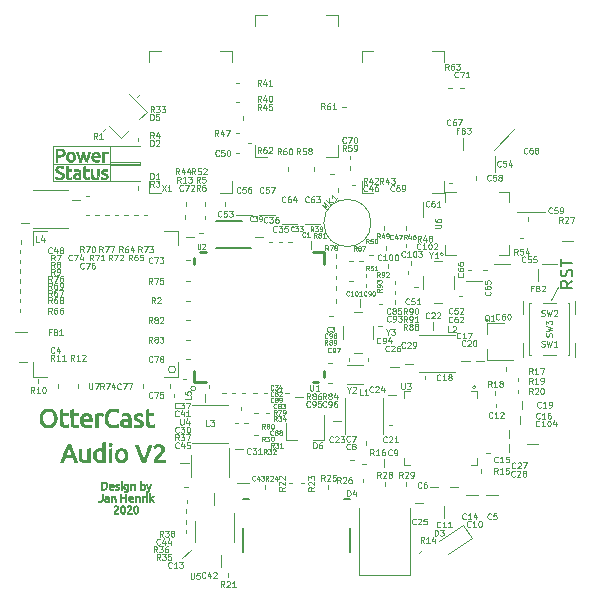
<source format=gto>
G04 #@! TF.GenerationSoftware,KiCad,Pcbnew,5.1.5+dfsg1-2build2*
G04 #@! TF.CreationDate,2020-11-19T19:26:10+01:00*
G04 #@! TF.ProjectId,OtterCastAudioV2,4f747465-7243-4617-9374-417564696f56,rev?*
G04 #@! TF.SameCoordinates,Original*
G04 #@! TF.FileFunction,Legend,Top*
G04 #@! TF.FilePolarity,Positive*
%FSLAX46Y46*%
G04 Gerber Fmt 4.6, Leading zero omitted, Abs format (unit mm)*
G04 Created by KiCad (PCBNEW 5.1.5+dfsg1-2build2) date 2020-11-19 19:26:10*
%MOMM*%
%LPD*%
G04 APERTURE LIST*
%ADD10C,0.100000*%
%ADD11C,0.120000*%
%ADD12C,0.150000*%
%ADD13C,0.010000*%
%ADD14C,0.254000*%
%ADD15C,0.050000*%
%ADD16C,0.095000*%
G04 APERTURE END LIST*
D10*
X121500000Y-99500000D02*
X122100000Y-98400000D01*
D11*
X86705000Y-88060000D02*
X86705000Y-87830000D01*
X84220000Y-88085000D02*
X84220000Y-87830000D01*
D12*
X123352380Y-97847619D02*
X122876190Y-98180952D01*
X123352380Y-98419047D02*
X122352380Y-98419047D01*
X122352380Y-98038095D01*
X122400000Y-97942857D01*
X122447619Y-97895238D01*
X122542857Y-97847619D01*
X122685714Y-97847619D01*
X122780952Y-97895238D01*
X122828571Y-97942857D01*
X122876190Y-98038095D01*
X122876190Y-98419047D01*
X123304761Y-97466666D02*
X123352380Y-97323809D01*
X123352380Y-97085714D01*
X123304761Y-96990476D01*
X123257142Y-96942857D01*
X123161904Y-96895238D01*
X123066666Y-96895238D01*
X122971428Y-96942857D01*
X122923809Y-96990476D01*
X122876190Y-97085714D01*
X122828571Y-97276190D01*
X122780952Y-97371428D01*
X122733333Y-97419047D01*
X122638095Y-97466666D01*
X122542857Y-97466666D01*
X122447619Y-97419047D01*
X122400000Y-97371428D01*
X122352380Y-97276190D01*
X122352380Y-97038095D01*
X122400000Y-96895238D01*
X122352380Y-96609523D02*
X122352380Y-96038095D01*
X123352380Y-96323809D02*
X122352380Y-96323809D01*
D11*
X86705000Y-87945000D02*
X79350000Y-87945000D01*
X84220000Y-89430000D02*
X79350000Y-89430000D01*
X79350000Y-86460000D02*
X79350000Y-89430000D01*
X84220000Y-86460000D02*
X79350000Y-86460000D01*
X96500000Y-75300000D02*
X96500000Y-76300000D01*
X97500000Y-75300000D02*
X96500000Y-75300000D01*
X103500000Y-75300000D02*
X102500000Y-75300000D01*
X103500000Y-76300000D02*
X103500000Y-75300000D01*
X96500000Y-87350000D02*
X97500000Y-87350000D01*
X96500000Y-86350000D02*
X96500000Y-87350000D01*
X103500000Y-87350000D02*
X102500000Y-87350000D01*
X103500000Y-86350000D02*
X103500000Y-87350000D01*
X105500000Y-78350000D02*
X105500000Y-79350000D01*
X106500000Y-78350000D02*
X105500000Y-78350000D01*
X112500000Y-78350000D02*
X111500000Y-78350000D01*
X112500000Y-79350000D02*
X112500000Y-78350000D01*
X105500000Y-90400000D02*
X106500000Y-90400000D01*
X105500000Y-89400000D02*
X105500000Y-90400000D01*
X112500000Y-90400000D02*
X111500000Y-90400000D01*
X112500000Y-89400000D02*
X112500000Y-90400000D01*
X87500000Y-78350000D02*
X87500000Y-79350000D01*
X88500000Y-78350000D02*
X87500000Y-78350000D01*
X94500000Y-78350000D02*
X93500000Y-78350000D01*
X94500000Y-79350000D02*
X94500000Y-78350000D01*
X87500000Y-90400000D02*
X88500000Y-90400000D01*
X87500000Y-89400000D02*
X87500000Y-90400000D01*
X94500000Y-90400000D02*
X93500000Y-90400000D01*
X94500000Y-89400000D02*
X94500000Y-90400000D01*
D13*
G36*
X83799951Y-88388158D02*
G01*
X83853910Y-88394386D01*
X83901946Y-88402770D01*
X83937443Y-88412371D01*
X83953480Y-88421697D01*
X83955668Y-88439825D01*
X83953290Y-88472444D01*
X83951551Y-88484661D01*
X83944924Y-88517435D01*
X83935583Y-88530785D01*
X83918019Y-88530534D01*
X83910002Y-88528594D01*
X83826136Y-88512428D01*
X83748330Y-88507838D01*
X83681485Y-88514563D01*
X83630502Y-88532342D01*
X83613512Y-88544353D01*
X83595949Y-88575340D01*
X83592209Y-88616902D01*
X83602604Y-88658103D01*
X83609910Y-88670803D01*
X83629607Y-88687391D01*
X83666631Y-88709348D01*
X83714551Y-88733049D01*
X83740085Y-88744209D01*
X83820342Y-88778978D01*
X83880254Y-88808349D01*
X83923590Y-88834899D01*
X83954119Y-88861203D01*
X83975613Y-88889838D01*
X83987604Y-88913332D01*
X84004794Y-88964710D01*
X84007467Y-89015990D01*
X84005614Y-89035689D01*
X83992787Y-89094270D01*
X83967211Y-89138806D01*
X83924198Y-89175562D01*
X83883449Y-89198875D01*
X83850033Y-89214797D01*
X83820116Y-89224937D01*
X83786421Y-89230519D01*
X83741671Y-89232766D01*
X83680897Y-89232915D01*
X83612162Y-89230609D01*
X83549381Y-89225137D01*
X83500760Y-89217304D01*
X83488124Y-89214005D01*
X83429599Y-89195980D01*
X83441836Y-89134088D01*
X83454074Y-89072195D01*
X83530068Y-89095847D01*
X83598428Y-89111624D01*
X83667833Y-89118154D01*
X83732893Y-89115896D01*
X83788216Y-89105310D01*
X83828413Y-89086856D01*
X83844950Y-89068979D01*
X83857476Y-89023070D01*
X83850391Y-88977061D01*
X83828956Y-88944430D01*
X83804100Y-88926723D01*
X83763365Y-88903463D01*
X83714312Y-88878875D01*
X83698781Y-88871725D01*
X83616012Y-88833046D01*
X83553923Y-88799930D01*
X83509219Y-88769556D01*
X83478605Y-88739101D01*
X83458784Y-88705743D01*
X83446460Y-88666661D01*
X83443716Y-88653305D01*
X83442436Y-88584013D01*
X83463757Y-88521014D01*
X83505144Y-88466946D01*
X83564062Y-88424445D01*
X83637975Y-88396148D01*
X83700733Y-88385913D01*
X83746687Y-88385021D01*
X83799951Y-88388158D01*
G37*
X83799951Y-88388158D02*
X83853910Y-88394386D01*
X83901946Y-88402770D01*
X83937443Y-88412371D01*
X83953480Y-88421697D01*
X83955668Y-88439825D01*
X83953290Y-88472444D01*
X83951551Y-88484661D01*
X83944924Y-88517435D01*
X83935583Y-88530785D01*
X83918019Y-88530534D01*
X83910002Y-88528594D01*
X83826136Y-88512428D01*
X83748330Y-88507838D01*
X83681485Y-88514563D01*
X83630502Y-88532342D01*
X83613512Y-88544353D01*
X83595949Y-88575340D01*
X83592209Y-88616902D01*
X83602604Y-88658103D01*
X83609910Y-88670803D01*
X83629607Y-88687391D01*
X83666631Y-88709348D01*
X83714551Y-88733049D01*
X83740085Y-88744209D01*
X83820342Y-88778978D01*
X83880254Y-88808349D01*
X83923590Y-88834899D01*
X83954119Y-88861203D01*
X83975613Y-88889838D01*
X83987604Y-88913332D01*
X84004794Y-88964710D01*
X84007467Y-89015990D01*
X84005614Y-89035689D01*
X83992787Y-89094270D01*
X83967211Y-89138806D01*
X83924198Y-89175562D01*
X83883449Y-89198875D01*
X83850033Y-89214797D01*
X83820116Y-89224937D01*
X83786421Y-89230519D01*
X83741671Y-89232766D01*
X83680897Y-89232915D01*
X83612162Y-89230609D01*
X83549381Y-89225137D01*
X83500760Y-89217304D01*
X83488124Y-89214005D01*
X83429599Y-89195980D01*
X83441836Y-89134088D01*
X83454074Y-89072195D01*
X83530068Y-89095847D01*
X83598428Y-89111624D01*
X83667833Y-89118154D01*
X83732893Y-89115896D01*
X83788216Y-89105310D01*
X83828413Y-89086856D01*
X83844950Y-89068979D01*
X83857476Y-89023070D01*
X83850391Y-88977061D01*
X83828956Y-88944430D01*
X83804100Y-88926723D01*
X83763365Y-88903463D01*
X83714312Y-88878875D01*
X83698781Y-88871725D01*
X83616012Y-88833046D01*
X83553923Y-88799930D01*
X83509219Y-88769556D01*
X83478605Y-88739101D01*
X83458784Y-88705743D01*
X83446460Y-88666661D01*
X83443716Y-88653305D01*
X83442436Y-88584013D01*
X83463757Y-88521014D01*
X83505144Y-88466946D01*
X83564062Y-88424445D01*
X83637975Y-88396148D01*
X83700733Y-88385913D01*
X83746687Y-88385021D01*
X83799951Y-88388158D01*
G36*
X82717229Y-88684525D02*
G01*
X82719482Y-88789088D01*
X82722859Y-88871491D01*
X82728084Y-88934971D01*
X82735884Y-88982765D01*
X82746983Y-89018109D01*
X82762107Y-89044242D01*
X82781983Y-89064398D01*
X82806110Y-89081074D01*
X82835498Y-89095082D01*
X82871452Y-89103086D01*
X82921549Y-89106419D01*
X82951886Y-89106752D01*
X83002930Y-89105867D01*
X83045631Y-89103476D01*
X83072407Y-89100049D01*
X83075711Y-89099091D01*
X83081776Y-89094240D01*
X83086503Y-89083028D01*
X83090053Y-89062651D01*
X83092588Y-89030307D01*
X83094268Y-88983193D01*
X83095255Y-88918503D01*
X83095710Y-88833437D01*
X83095800Y-88749841D01*
X83095800Y-88408300D01*
X83235861Y-88408300D01*
X83232505Y-88805080D01*
X83229150Y-89201860D01*
X83146600Y-89217237D01*
X83082048Y-89226026D01*
X83007988Y-89231020D01*
X82931445Y-89232264D01*
X82859445Y-89229803D01*
X82799012Y-89223684D01*
X82759250Y-89214715D01*
X82719938Y-89194267D01*
X82678503Y-89163038D01*
X82661761Y-89146917D01*
X82635970Y-89116575D01*
X82615761Y-89084699D01*
X82600480Y-89047806D01*
X82589474Y-89002413D01*
X82582088Y-88945038D01*
X82577668Y-88872198D01*
X82575561Y-88780411D01*
X82575100Y-88685394D01*
X82575100Y-88408300D01*
X82712652Y-88408300D01*
X82717229Y-88684525D01*
G37*
X82717229Y-88684525D02*
X82719482Y-88789088D01*
X82722859Y-88871491D01*
X82728084Y-88934971D01*
X82735884Y-88982765D01*
X82746983Y-89018109D01*
X82762107Y-89044242D01*
X82781983Y-89064398D01*
X82806110Y-89081074D01*
X82835498Y-89095082D01*
X82871452Y-89103086D01*
X82921549Y-89106419D01*
X82951886Y-89106752D01*
X83002930Y-89105867D01*
X83045631Y-89103476D01*
X83072407Y-89100049D01*
X83075711Y-89099091D01*
X83081776Y-89094240D01*
X83086503Y-89083028D01*
X83090053Y-89062651D01*
X83092588Y-89030307D01*
X83094268Y-88983193D01*
X83095255Y-88918503D01*
X83095710Y-88833437D01*
X83095800Y-88749841D01*
X83095800Y-88408300D01*
X83235861Y-88408300D01*
X83232505Y-88805080D01*
X83229150Y-89201860D01*
X83146600Y-89217237D01*
X83082048Y-89226026D01*
X83007988Y-89231020D01*
X82931445Y-89232264D01*
X82859445Y-89229803D01*
X82799012Y-89223684D01*
X82759250Y-89214715D01*
X82719938Y-89194267D01*
X82678503Y-89163038D01*
X82661761Y-89146917D01*
X82635970Y-89116575D01*
X82615761Y-89084699D01*
X82600480Y-89047806D01*
X82589474Y-89002413D01*
X82582088Y-88945038D01*
X82577668Y-88872198D01*
X82575561Y-88780411D01*
X82575100Y-88685394D01*
X82575100Y-88408300D01*
X82712652Y-88408300D01*
X82717229Y-88684525D01*
G36*
X82079800Y-88408300D02*
G01*
X82384600Y-88408300D01*
X82384600Y-88522600D01*
X82079800Y-88522600D01*
X82079800Y-88757957D01*
X82080632Y-88862504D01*
X82084021Y-88944307D01*
X82091302Y-89005992D01*
X82103811Y-89050185D01*
X82122883Y-89079514D01*
X82149854Y-89096603D01*
X82186060Y-89104080D01*
X82232836Y-89104572D01*
X82255461Y-89103358D01*
X82303412Y-89099169D01*
X82344273Y-89093656D01*
X82366923Y-89088647D01*
X82384431Y-89085958D01*
X82395735Y-89096811D01*
X82405632Y-89126524D01*
X82407459Y-89133598D01*
X82414719Y-89168447D01*
X82416766Y-89192234D01*
X82415826Y-89196546D01*
X82395452Y-89209517D01*
X82355929Y-89219882D01*
X82303409Y-89227295D01*
X82244043Y-89231407D01*
X82183983Y-89231873D01*
X82129379Y-89228344D01*
X82086382Y-89220473D01*
X82073450Y-89215872D01*
X82016294Y-89176638D01*
X81970691Y-89115127D01*
X81957178Y-89087576D01*
X81950989Y-89070855D01*
X81945945Y-89049858D01*
X81941884Y-89021774D01*
X81938646Y-88983790D01*
X81936068Y-88933095D01*
X81933988Y-88866875D01*
X81932244Y-88782320D01*
X81930675Y-88676616D01*
X81929887Y-88613420D01*
X81928993Y-88512037D01*
X81928778Y-88418753D01*
X81929202Y-88336609D01*
X81930224Y-88268641D01*
X81931805Y-88217889D01*
X81933904Y-88187390D01*
X81935639Y-88179738D01*
X81953573Y-88172422D01*
X81987733Y-88164735D01*
X82013125Y-88160751D01*
X82079800Y-88151916D01*
X82079800Y-88408300D01*
G37*
X82079800Y-88408300D02*
X82384600Y-88408300D01*
X82384600Y-88522600D01*
X82079800Y-88522600D01*
X82079800Y-88757957D01*
X82080632Y-88862504D01*
X82084021Y-88944307D01*
X82091302Y-89005992D01*
X82103811Y-89050185D01*
X82122883Y-89079514D01*
X82149854Y-89096603D01*
X82186060Y-89104080D01*
X82232836Y-89104572D01*
X82255461Y-89103358D01*
X82303412Y-89099169D01*
X82344273Y-89093656D01*
X82366923Y-89088647D01*
X82384431Y-89085958D01*
X82395735Y-89096811D01*
X82405632Y-89126524D01*
X82407459Y-89133598D01*
X82414719Y-89168447D01*
X82416766Y-89192234D01*
X82415826Y-89196546D01*
X82395452Y-89209517D01*
X82355929Y-89219882D01*
X82303409Y-89227295D01*
X82244043Y-89231407D01*
X82183983Y-89231873D01*
X82129379Y-89228344D01*
X82086382Y-89220473D01*
X82073450Y-89215872D01*
X82016294Y-89176638D01*
X81970691Y-89115127D01*
X81957178Y-89087576D01*
X81950989Y-89070855D01*
X81945945Y-89049858D01*
X81941884Y-89021774D01*
X81938646Y-88983790D01*
X81936068Y-88933095D01*
X81933988Y-88866875D01*
X81932244Y-88782320D01*
X81930675Y-88676616D01*
X81929887Y-88613420D01*
X81928993Y-88512037D01*
X81928778Y-88418753D01*
X81929202Y-88336609D01*
X81930224Y-88268641D01*
X81931805Y-88217889D01*
X81933904Y-88187390D01*
X81935639Y-88179738D01*
X81953573Y-88172422D01*
X81987733Y-88164735D01*
X82013125Y-88160751D01*
X82079800Y-88151916D01*
X82079800Y-88408300D01*
G36*
X81394000Y-88386771D02*
G01*
X81489160Y-88399009D01*
X81564561Y-88426402D01*
X81621562Y-88469991D01*
X81661523Y-88530817D01*
X81685800Y-88609920D01*
X81685882Y-88610355D01*
X81689850Y-88644070D01*
X81693325Y-88698051D01*
X81696106Y-88767164D01*
X81697993Y-88846275D01*
X81698787Y-88930251D01*
X81698800Y-88941952D01*
X81698800Y-89205438D01*
X81663875Y-89213493D01*
X81638816Y-89216806D01*
X81594029Y-89220367D01*
X81535177Y-89223809D01*
X81467924Y-89226770D01*
X81444800Y-89227581D01*
X81365581Y-89229544D01*
X81306741Y-89229272D01*
X81263334Y-89226478D01*
X81230412Y-89220876D01*
X81207221Y-89213781D01*
X81144520Y-89178336D01*
X81097248Y-89127307D01*
X81066398Y-89065601D01*
X81052959Y-88998122D01*
X81053789Y-88986681D01*
X81202852Y-88986681D01*
X81215460Y-89034104D01*
X81244114Y-89074816D01*
X81286849Y-89102312D01*
X81296373Y-89105498D01*
X81331578Y-89111968D01*
X81379893Y-89116311D01*
X81432671Y-89118291D01*
X81481265Y-89117670D01*
X81517026Y-89114211D01*
X81526311Y-89111791D01*
X81535854Y-89103697D01*
X81541910Y-89085209D01*
X81545177Y-89051756D01*
X81546351Y-88998768D01*
X81546400Y-88980028D01*
X81546400Y-88855975D01*
X81506712Y-88848037D01*
X81430102Y-88840005D01*
X81355807Y-88845320D01*
X81290485Y-88862771D01*
X81240795Y-88891147D01*
X81233627Y-88897717D01*
X81208253Y-88939050D01*
X81202852Y-88986681D01*
X81053789Y-88986681D01*
X81057922Y-88929778D01*
X81082280Y-88865475D01*
X81125891Y-88811133D01*
X81167769Y-88778136D01*
X81211666Y-88755431D01*
X81263407Y-88741416D01*
X81328820Y-88734487D01*
X81409875Y-88733015D01*
X81546400Y-88733880D01*
X81546400Y-88684134D01*
X81536847Y-88620468D01*
X81510153Y-88568094D01*
X81469262Y-88532532D01*
X81464124Y-88529931D01*
X81421208Y-88517627D01*
X81362486Y-88511297D01*
X81296905Y-88511214D01*
X81233412Y-88517649D01*
X81210206Y-88522201D01*
X81178061Y-88528839D01*
X81158797Y-88531269D01*
X81156759Y-88530892D01*
X81154199Y-88517615D01*
X81151232Y-88487599D01*
X81150052Y-88471383D01*
X81146350Y-88414878D01*
X81222550Y-88398564D01*
X81276162Y-88390744D01*
X81340170Y-88386575D01*
X81394000Y-88386771D01*
G37*
X81394000Y-88386771D02*
X81489160Y-88399009D01*
X81564561Y-88426402D01*
X81621562Y-88469991D01*
X81661523Y-88530817D01*
X81685800Y-88609920D01*
X81685882Y-88610355D01*
X81689850Y-88644070D01*
X81693325Y-88698051D01*
X81696106Y-88767164D01*
X81697993Y-88846275D01*
X81698787Y-88930251D01*
X81698800Y-88941952D01*
X81698800Y-89205438D01*
X81663875Y-89213493D01*
X81638816Y-89216806D01*
X81594029Y-89220367D01*
X81535177Y-89223809D01*
X81467924Y-89226770D01*
X81444800Y-89227581D01*
X81365581Y-89229544D01*
X81306741Y-89229272D01*
X81263334Y-89226478D01*
X81230412Y-89220876D01*
X81207221Y-89213781D01*
X81144520Y-89178336D01*
X81097248Y-89127307D01*
X81066398Y-89065601D01*
X81052959Y-88998122D01*
X81053789Y-88986681D01*
X81202852Y-88986681D01*
X81215460Y-89034104D01*
X81244114Y-89074816D01*
X81286849Y-89102312D01*
X81296373Y-89105498D01*
X81331578Y-89111968D01*
X81379893Y-89116311D01*
X81432671Y-89118291D01*
X81481265Y-89117670D01*
X81517026Y-89114211D01*
X81526311Y-89111791D01*
X81535854Y-89103697D01*
X81541910Y-89085209D01*
X81545177Y-89051756D01*
X81546351Y-88998768D01*
X81546400Y-88980028D01*
X81546400Y-88855975D01*
X81506712Y-88848037D01*
X81430102Y-88840005D01*
X81355807Y-88845320D01*
X81290485Y-88862771D01*
X81240795Y-88891147D01*
X81233627Y-88897717D01*
X81208253Y-88939050D01*
X81202852Y-88986681D01*
X81053789Y-88986681D01*
X81057922Y-88929778D01*
X81082280Y-88865475D01*
X81125891Y-88811133D01*
X81167769Y-88778136D01*
X81211666Y-88755431D01*
X81263407Y-88741416D01*
X81328820Y-88734487D01*
X81409875Y-88733015D01*
X81546400Y-88733880D01*
X81546400Y-88684134D01*
X81536847Y-88620468D01*
X81510153Y-88568094D01*
X81469262Y-88532532D01*
X81464124Y-88529931D01*
X81421208Y-88517627D01*
X81362486Y-88511297D01*
X81296905Y-88511214D01*
X81233412Y-88517649D01*
X81210206Y-88522201D01*
X81178061Y-88528839D01*
X81158797Y-88531269D01*
X81156759Y-88530892D01*
X81154199Y-88517615D01*
X81151232Y-88487599D01*
X81150052Y-88471383D01*
X81146350Y-88414878D01*
X81222550Y-88398564D01*
X81276162Y-88390744D01*
X81340170Y-88386575D01*
X81394000Y-88386771D01*
G36*
X80612950Y-88401950D02*
G01*
X80768525Y-88405515D01*
X80924100Y-88409081D01*
X80924100Y-88522600D01*
X80606600Y-88522600D01*
X80606902Y-88735325D01*
X80607703Y-88810466D01*
X80609720Y-88880468D01*
X80612697Y-88939745D01*
X80616380Y-88982712D01*
X80618938Y-88998850D01*
X80639933Y-89052068D01*
X80675394Y-89086463D01*
X80727837Y-89103816D01*
X80771581Y-89106800D01*
X80819143Y-89104546D01*
X80861476Y-89098756D01*
X80880891Y-89093628D01*
X80911082Y-89086947D01*
X80929018Y-89097487D01*
X80938014Y-89128435D01*
X80940071Y-89150523D01*
X80939903Y-89183242D01*
X80929550Y-89201029D01*
X80902519Y-89214082D01*
X80898700Y-89215500D01*
X80864253Y-89223559D01*
X80814440Y-89229697D01*
X80759281Y-89232728D01*
X80752165Y-89232833D01*
X80692370Y-89231681D01*
X80648488Y-89225803D01*
X80611223Y-89213585D01*
X80593415Y-89205225D01*
X80540008Y-89167249D01*
X80505000Y-89119500D01*
X80473250Y-89062350D01*
X80469469Y-88614675D01*
X80468528Y-88496159D01*
X80467983Y-88400583D01*
X80467940Y-88325491D01*
X80468501Y-88268423D01*
X80469773Y-88226922D01*
X80471860Y-88198530D01*
X80474866Y-88180790D01*
X80478896Y-88171243D01*
X80484054Y-88167432D01*
X80488519Y-88166860D01*
X80516147Y-88164733D01*
X80553602Y-88159716D01*
X80558496Y-88158926D01*
X80605642Y-88151132D01*
X80612950Y-88401950D01*
G37*
X80612950Y-88401950D02*
X80768525Y-88405515D01*
X80924100Y-88409081D01*
X80924100Y-88522600D01*
X80606600Y-88522600D01*
X80606902Y-88735325D01*
X80607703Y-88810466D01*
X80609720Y-88880468D01*
X80612697Y-88939745D01*
X80616380Y-88982712D01*
X80618938Y-88998850D01*
X80639933Y-89052068D01*
X80675394Y-89086463D01*
X80727837Y-89103816D01*
X80771581Y-89106800D01*
X80819143Y-89104546D01*
X80861476Y-89098756D01*
X80880891Y-89093628D01*
X80911082Y-89086947D01*
X80929018Y-89097487D01*
X80938014Y-89128435D01*
X80940071Y-89150523D01*
X80939903Y-89183242D01*
X80929550Y-89201029D01*
X80902519Y-89214082D01*
X80898700Y-89215500D01*
X80864253Y-89223559D01*
X80814440Y-89229697D01*
X80759281Y-89232728D01*
X80752165Y-89232833D01*
X80692370Y-89231681D01*
X80648488Y-89225803D01*
X80611223Y-89213585D01*
X80593415Y-89205225D01*
X80540008Y-89167249D01*
X80505000Y-89119500D01*
X80473250Y-89062350D01*
X80469469Y-88614675D01*
X80468528Y-88496159D01*
X80467983Y-88400583D01*
X80467940Y-88325491D01*
X80468501Y-88268423D01*
X80469773Y-88226922D01*
X80471860Y-88198530D01*
X80474866Y-88180790D01*
X80478896Y-88171243D01*
X80484054Y-88167432D01*
X80488519Y-88166860D01*
X80516147Y-88164733D01*
X80553602Y-88159716D01*
X80558496Y-88158926D01*
X80605642Y-88151132D01*
X80612950Y-88401950D01*
G36*
X80061689Y-88115005D02*
G01*
X80141456Y-88130950D01*
X80200738Y-88149647D01*
X80249697Y-88169236D01*
X80226440Y-88228443D01*
X80211189Y-88261548D01*
X80197701Y-88281263D01*
X80192166Y-88283906D01*
X80090823Y-88255191D01*
X79997234Y-88239840D01*
X79915152Y-88238062D01*
X79848327Y-88250068D01*
X79818855Y-88262956D01*
X79783613Y-88291898D01*
X79754557Y-88329858D01*
X79751382Y-88335829D01*
X79737295Y-88369522D01*
X79735120Y-88397341D01*
X79743973Y-88433366D01*
X79745032Y-88436713D01*
X79758386Y-88467595D01*
X79779398Y-88494957D01*
X79811447Y-88521150D01*
X79857908Y-88548526D01*
X79922158Y-88579435D01*
X79995757Y-88611282D01*
X80084668Y-88651517D01*
X80152528Y-88689484D01*
X80203182Y-88727955D01*
X80240476Y-88769698D01*
X80260504Y-88802000D01*
X80276823Y-88836911D01*
X80285428Y-88870364D01*
X80287976Y-88912005D01*
X80286871Y-88955328D01*
X80277350Y-89035174D01*
X80254394Y-89096758D01*
X80214766Y-89145085D01*
X80155225Y-89185156D01*
X80129888Y-89197780D01*
X80083239Y-89217558D01*
X80040162Y-89229893D01*
X79990765Y-89236905D01*
X79930763Y-89240499D01*
X79869129Y-89241343D01*
X79808446Y-89239457D01*
X79759226Y-89235243D01*
X79747621Y-89233470D01*
X79693672Y-89221120D01*
X79637165Y-89204345D01*
X79620621Y-89198489D01*
X79584378Y-89182776D01*
X79566437Y-89165997D01*
X79564722Y-89141681D01*
X79577155Y-89103357D01*
X79584392Y-89085614D01*
X79601135Y-89045378D01*
X79681592Y-89077979D01*
X79734897Y-89096618D01*
X79786740Y-89106979D01*
X79848761Y-89111131D01*
X79870000Y-89111466D01*
X79962529Y-89107031D01*
X80033437Y-89091421D01*
X80084329Y-89063741D01*
X80116810Y-89023095D01*
X80132485Y-88968586D01*
X80132942Y-88964715D01*
X80133088Y-88919610D01*
X80119127Y-88881982D01*
X80108944Y-88865802D01*
X80081238Y-88831272D01*
X80046457Y-88801459D01*
X79999897Y-88773401D01*
X79936852Y-88744135D01*
X79878172Y-88720482D01*
X79790096Y-88683711D01*
X79723063Y-88648985D01*
X79673173Y-88613558D01*
X79636523Y-88574687D01*
X79610455Y-88532143D01*
X79582357Y-88450564D01*
X79579142Y-88370625D01*
X79600419Y-88294674D01*
X79645796Y-88225062D01*
X79664980Y-88204860D01*
X79718256Y-88161762D01*
X79777725Y-88132462D01*
X79850273Y-88114197D01*
X79909537Y-88106766D01*
X79980286Y-88106340D01*
X80061689Y-88115005D01*
G37*
X80061689Y-88115005D02*
X80141456Y-88130950D01*
X80200738Y-88149647D01*
X80249697Y-88169236D01*
X80226440Y-88228443D01*
X80211189Y-88261548D01*
X80197701Y-88281263D01*
X80192166Y-88283906D01*
X80090823Y-88255191D01*
X79997234Y-88239840D01*
X79915152Y-88238062D01*
X79848327Y-88250068D01*
X79818855Y-88262956D01*
X79783613Y-88291898D01*
X79754557Y-88329858D01*
X79751382Y-88335829D01*
X79737295Y-88369522D01*
X79735120Y-88397341D01*
X79743973Y-88433366D01*
X79745032Y-88436713D01*
X79758386Y-88467595D01*
X79779398Y-88494957D01*
X79811447Y-88521150D01*
X79857908Y-88548526D01*
X79922158Y-88579435D01*
X79995757Y-88611282D01*
X80084668Y-88651517D01*
X80152528Y-88689484D01*
X80203182Y-88727955D01*
X80240476Y-88769698D01*
X80260504Y-88802000D01*
X80276823Y-88836911D01*
X80285428Y-88870364D01*
X80287976Y-88912005D01*
X80286871Y-88955328D01*
X80277350Y-89035174D01*
X80254394Y-89096758D01*
X80214766Y-89145085D01*
X80155225Y-89185156D01*
X80129888Y-89197780D01*
X80083239Y-89217558D01*
X80040162Y-89229893D01*
X79990765Y-89236905D01*
X79930763Y-89240499D01*
X79869129Y-89241343D01*
X79808446Y-89239457D01*
X79759226Y-89235243D01*
X79747621Y-89233470D01*
X79693672Y-89221120D01*
X79637165Y-89204345D01*
X79620621Y-89198489D01*
X79584378Y-89182776D01*
X79566437Y-89165997D01*
X79564722Y-89141681D01*
X79577155Y-89103357D01*
X79584392Y-89085614D01*
X79601135Y-89045378D01*
X79681592Y-89077979D01*
X79734897Y-89096618D01*
X79786740Y-89106979D01*
X79848761Y-89111131D01*
X79870000Y-89111466D01*
X79962529Y-89107031D01*
X80033437Y-89091421D01*
X80084329Y-89063741D01*
X80116810Y-89023095D01*
X80132485Y-88968586D01*
X80132942Y-88964715D01*
X80133088Y-88919610D01*
X80119127Y-88881982D01*
X80108944Y-88865802D01*
X80081238Y-88831272D01*
X80046457Y-88801459D01*
X79999897Y-88773401D01*
X79936852Y-88744135D01*
X79878172Y-88720482D01*
X79790096Y-88683711D01*
X79723063Y-88648985D01*
X79673173Y-88613558D01*
X79636523Y-88574687D01*
X79610455Y-88532143D01*
X79582357Y-88450564D01*
X79579142Y-88370625D01*
X79600419Y-88294674D01*
X79645796Y-88225062D01*
X79664980Y-88204860D01*
X79718256Y-88161762D01*
X79777725Y-88132462D01*
X79850273Y-88114197D01*
X79909537Y-88106766D01*
X79980286Y-88106340D01*
X80061689Y-88115005D01*
G36*
X83894526Y-86913791D02*
G01*
X83927466Y-86917859D01*
X83970788Y-86925491D01*
X84002811Y-86931985D01*
X84016682Y-86935951D01*
X84016713Y-86935979D01*
X84016637Y-86949582D01*
X84011960Y-86979698D01*
X84007981Y-86999634D01*
X83999475Y-87035264D01*
X83990192Y-87051549D01*
X83974313Y-87054042D01*
X83954903Y-87050273D01*
X83910465Y-87044283D01*
X83853801Y-87041843D01*
X83795503Y-87042910D01*
X83746160Y-87047438D01*
X83727225Y-87051236D01*
X83692300Y-87060783D01*
X83692300Y-87746100D01*
X83552600Y-87746100D01*
X83552600Y-86962720D01*
X83601034Y-86948209D01*
X83701183Y-86924783D01*
X83802080Y-86913025D01*
X83894526Y-86913791D01*
G37*
X83894526Y-86913791D02*
X83927466Y-86917859D01*
X83970788Y-86925491D01*
X84002811Y-86931985D01*
X84016682Y-86935951D01*
X84016713Y-86935979D01*
X84016637Y-86949582D01*
X84011960Y-86979698D01*
X84007981Y-86999634D01*
X83999475Y-87035264D01*
X83990192Y-87051549D01*
X83974313Y-87054042D01*
X83954903Y-87050273D01*
X83910465Y-87044283D01*
X83853801Y-87041843D01*
X83795503Y-87042910D01*
X83746160Y-87047438D01*
X83727225Y-87051236D01*
X83692300Y-87060783D01*
X83692300Y-87746100D01*
X83552600Y-87746100D01*
X83552600Y-86962720D01*
X83601034Y-86948209D01*
X83701183Y-86924783D01*
X83802080Y-86913025D01*
X83894526Y-86913791D01*
G36*
X81513477Y-87031724D02*
G01*
X81531249Y-87103543D01*
X81553467Y-87186597D01*
X81578121Y-87273966D01*
X81603203Y-87358728D01*
X81626704Y-87433961D01*
X81646614Y-87492744D01*
X81649823Y-87501476D01*
X81677116Y-87574423D01*
X81713458Y-87466586D01*
X81733299Y-87404658D01*
X81757399Y-87324648D01*
X81783878Y-87233121D01*
X81810857Y-87136642D01*
X81836457Y-87041778D01*
X81850652Y-86987275D01*
X81864479Y-86933300D01*
X81985075Y-86933300D01*
X82019772Y-87076175D01*
X82037325Y-87145094D01*
X82057602Y-87219283D01*
X82079359Y-87294768D01*
X82101352Y-87367578D01*
X82122339Y-87433740D01*
X82141073Y-87489281D01*
X82156313Y-87530229D01*
X82166813Y-87552612D01*
X82169898Y-87555600D01*
X82177576Y-87543989D01*
X82190667Y-87511747D01*
X82207946Y-87462757D01*
X82228184Y-87400905D01*
X82250153Y-87330076D01*
X82272626Y-87254153D01*
X82294376Y-87177021D01*
X82314174Y-87102565D01*
X82318676Y-87084818D01*
X82355102Y-86939650D01*
X82426801Y-86935841D01*
X82469626Y-86935144D01*
X82491990Y-86939451D01*
X82498499Y-86949659D01*
X82498500Y-86949799D01*
X82494434Y-86975413D01*
X82483087Y-87020988D01*
X82465736Y-87082567D01*
X82443655Y-87156197D01*
X82418122Y-87237920D01*
X82390412Y-87323783D01*
X82361800Y-87409831D01*
X82333564Y-87492107D01*
X82306978Y-87566656D01*
X82283319Y-87629525D01*
X82264302Y-87675765D01*
X82232598Y-87747455D01*
X82167115Y-87743602D01*
X82101632Y-87739750D01*
X82055234Y-87612750D01*
X82030332Y-87542025D01*
X82003928Y-87462922D01*
X81980488Y-87388936D01*
X81973324Y-87365100D01*
X81952604Y-87294801D01*
X81937586Y-87247536D01*
X81926384Y-87222097D01*
X81917108Y-87217277D01*
X81907873Y-87231872D01*
X81896790Y-87264672D01*
X81883917Y-87307950D01*
X81832799Y-87470328D01*
X81776010Y-87634563D01*
X81759531Y-87679425D01*
X81734675Y-87746100D01*
X81602310Y-87746100D01*
X81553868Y-87622275D01*
X81458091Y-87355716D01*
X81376779Y-87088875D01*
X81333084Y-86933300D01*
X81411820Y-86933299D01*
X81490555Y-86933299D01*
X81513477Y-87031724D01*
G37*
X81513477Y-87031724D02*
X81531249Y-87103543D01*
X81553467Y-87186597D01*
X81578121Y-87273966D01*
X81603203Y-87358728D01*
X81626704Y-87433961D01*
X81646614Y-87492744D01*
X81649823Y-87501476D01*
X81677116Y-87574423D01*
X81713458Y-87466586D01*
X81733299Y-87404658D01*
X81757399Y-87324648D01*
X81783878Y-87233121D01*
X81810857Y-87136642D01*
X81836457Y-87041778D01*
X81850652Y-86987275D01*
X81864479Y-86933300D01*
X81985075Y-86933300D01*
X82019772Y-87076175D01*
X82037325Y-87145094D01*
X82057602Y-87219283D01*
X82079359Y-87294768D01*
X82101352Y-87367578D01*
X82122339Y-87433740D01*
X82141073Y-87489281D01*
X82156313Y-87530229D01*
X82166813Y-87552612D01*
X82169898Y-87555600D01*
X82177576Y-87543989D01*
X82190667Y-87511747D01*
X82207946Y-87462757D01*
X82228184Y-87400905D01*
X82250153Y-87330076D01*
X82272626Y-87254153D01*
X82294376Y-87177021D01*
X82314174Y-87102565D01*
X82318676Y-87084818D01*
X82355102Y-86939650D01*
X82426801Y-86935841D01*
X82469626Y-86935144D01*
X82491990Y-86939451D01*
X82498499Y-86949659D01*
X82498500Y-86949799D01*
X82494434Y-86975413D01*
X82483087Y-87020988D01*
X82465736Y-87082567D01*
X82443655Y-87156197D01*
X82418122Y-87237920D01*
X82390412Y-87323783D01*
X82361800Y-87409831D01*
X82333564Y-87492107D01*
X82306978Y-87566656D01*
X82283319Y-87629525D01*
X82264302Y-87675765D01*
X82232598Y-87747455D01*
X82167115Y-87743602D01*
X82101632Y-87739750D01*
X82055234Y-87612750D01*
X82030332Y-87542025D01*
X82003928Y-87462922D01*
X81980488Y-87388936D01*
X81973324Y-87365100D01*
X81952604Y-87294801D01*
X81937586Y-87247536D01*
X81926384Y-87222097D01*
X81917108Y-87217277D01*
X81907873Y-87231872D01*
X81896790Y-87264672D01*
X81883917Y-87307950D01*
X81832799Y-87470328D01*
X81776010Y-87634563D01*
X81759531Y-87679425D01*
X81734675Y-87746100D01*
X81602310Y-87746100D01*
X81553868Y-87622275D01*
X81458091Y-87355716D01*
X81376779Y-87088875D01*
X81333084Y-86933300D01*
X81411820Y-86933299D01*
X81490555Y-86933299D01*
X81513477Y-87031724D01*
G36*
X79984409Y-86651595D02*
G01*
X80078585Y-86664234D01*
X80155703Y-86686606D01*
X80219332Y-86719727D01*
X80270017Y-86761549D01*
X80321759Y-86830114D01*
X80352710Y-86908235D01*
X80363062Y-86991149D01*
X80353002Y-87074092D01*
X80322720Y-87152300D01*
X80272405Y-87221008D01*
X80250986Y-87241172D01*
X80204026Y-87275172D01*
X80150708Y-87300406D01*
X80086350Y-87318163D01*
X80006267Y-87329730D01*
X79905776Y-87336395D01*
X79904525Y-87336447D01*
X79742599Y-87343071D01*
X79742599Y-87544585D01*
X79742600Y-87746100D01*
X79590200Y-87746100D01*
X79590200Y-86782167D01*
X79742600Y-86782167D01*
X79742600Y-87215896D01*
X79887301Y-87210357D01*
X79955286Y-87206949D01*
X80004529Y-87202025D01*
X80041684Y-87194398D01*
X80073408Y-87182884D01*
X80092178Y-87173834D01*
X80148517Y-87133810D01*
X80183592Y-87081543D01*
X80198860Y-87014538D01*
X80199800Y-86989351D01*
X80188451Y-86918576D01*
X80155157Y-86859852D01*
X80102160Y-86815826D01*
X80060689Y-86799833D01*
X80000813Y-86787475D01*
X79929378Y-86779649D01*
X79853231Y-86777249D01*
X79815625Y-86778358D01*
X79742600Y-86782167D01*
X79590200Y-86782167D01*
X79590200Y-86668156D01*
X79650525Y-86657976D01*
X79687282Y-86653949D01*
X79741863Y-86650652D01*
X79806692Y-86648442D01*
X79869600Y-86647673D01*
X79984409Y-86651595D01*
G37*
X79984409Y-86651595D02*
X80078585Y-86664234D01*
X80155703Y-86686606D01*
X80219332Y-86719727D01*
X80270017Y-86761549D01*
X80321759Y-86830114D01*
X80352710Y-86908235D01*
X80363062Y-86991149D01*
X80353002Y-87074092D01*
X80322720Y-87152300D01*
X80272405Y-87221008D01*
X80250986Y-87241172D01*
X80204026Y-87275172D01*
X80150708Y-87300406D01*
X80086350Y-87318163D01*
X80006267Y-87329730D01*
X79905776Y-87336395D01*
X79904525Y-87336447D01*
X79742599Y-87343071D01*
X79742599Y-87544585D01*
X79742600Y-87746100D01*
X79590200Y-87746100D01*
X79590200Y-86782167D01*
X79742600Y-86782167D01*
X79742600Y-87215896D01*
X79887301Y-87210357D01*
X79955286Y-87206949D01*
X80004529Y-87202025D01*
X80041684Y-87194398D01*
X80073408Y-87182884D01*
X80092178Y-87173834D01*
X80148517Y-87133810D01*
X80183592Y-87081543D01*
X80198860Y-87014538D01*
X80199800Y-86989351D01*
X80188451Y-86918576D01*
X80155157Y-86859852D01*
X80102160Y-86815826D01*
X80060689Y-86799833D01*
X80000813Y-86787475D01*
X79929378Y-86779649D01*
X79853231Y-86777249D01*
X79815625Y-86778358D01*
X79742600Y-86782167D01*
X79590200Y-86782167D01*
X79590200Y-86668156D01*
X79650525Y-86657976D01*
X79687282Y-86653949D01*
X79741863Y-86650652D01*
X79806692Y-86648442D01*
X79869600Y-86647673D01*
X79984409Y-86651595D01*
G36*
X83107221Y-86924167D02*
G01*
X83111770Y-86925508D01*
X83187473Y-86960867D01*
X83248777Y-87016134D01*
X83294695Y-87089649D01*
X83324240Y-87179750D01*
X83336425Y-87284776D01*
X83336700Y-87304268D01*
X83336700Y-87377800D01*
X82777900Y-87377800D01*
X82778866Y-87412725D01*
X82793043Y-87485160D01*
X82829777Y-87549125D01*
X82886624Y-87600637D01*
X82898862Y-87608314D01*
X82927471Y-87623106D01*
X82956743Y-87631937D01*
X82994301Y-87636130D01*
X83047769Y-87637005D01*
X83063650Y-87636869D01*
X83119745Y-87634636D01*
X83170178Y-87629793D01*
X83206585Y-87623240D01*
X83214636Y-87620639D01*
X83241942Y-87611947D01*
X83257220Y-87611606D01*
X83257400Y-87611767D01*
X83262396Y-87627027D01*
X83267836Y-87658320D01*
X83269780Y-87673752D01*
X83276081Y-87729659D01*
X83214315Y-87745333D01*
X83150258Y-87757299D01*
X83076823Y-87764441D01*
X83003991Y-87766290D01*
X82941742Y-87762376D01*
X82921965Y-87759075D01*
X82837379Y-87729564D01*
X82761615Y-87681085D01*
X82699433Y-87617855D01*
X82655598Y-87544092D01*
X82644491Y-87513340D01*
X82630287Y-87440860D01*
X82625142Y-87356689D01*
X82628828Y-87270718D01*
X82629967Y-87263500D01*
X82775073Y-87263500D01*
X83184300Y-87263500D01*
X83184021Y-87228575D01*
X83178548Y-87195225D01*
X83165180Y-87153752D01*
X83159359Y-87139937D01*
X83123372Y-87086277D01*
X83075880Y-87051665D01*
X83021149Y-87035240D01*
X82963446Y-87036139D01*
X82907036Y-87053500D01*
X82856185Y-87086460D01*
X82815159Y-87134157D01*
X82788223Y-87195729D01*
X82783690Y-87215875D01*
X82775073Y-87263500D01*
X82629967Y-87263500D01*
X82641119Y-87192840D01*
X82652760Y-87153493D01*
X82697536Y-87067287D01*
X82759185Y-86998047D01*
X82834342Y-86947444D01*
X82919643Y-86917149D01*
X83011724Y-86908833D01*
X83107221Y-86924167D01*
G37*
X83107221Y-86924167D02*
X83111770Y-86925508D01*
X83187473Y-86960867D01*
X83248777Y-87016134D01*
X83294695Y-87089649D01*
X83324240Y-87179750D01*
X83336425Y-87284776D01*
X83336700Y-87304268D01*
X83336700Y-87377800D01*
X82777900Y-87377800D01*
X82778866Y-87412725D01*
X82793043Y-87485160D01*
X82829777Y-87549125D01*
X82886624Y-87600637D01*
X82898862Y-87608314D01*
X82927471Y-87623106D01*
X82956743Y-87631937D01*
X82994301Y-87636130D01*
X83047769Y-87637005D01*
X83063650Y-87636869D01*
X83119745Y-87634636D01*
X83170178Y-87629793D01*
X83206585Y-87623240D01*
X83214636Y-87620639D01*
X83241942Y-87611947D01*
X83257220Y-87611606D01*
X83257400Y-87611767D01*
X83262396Y-87627027D01*
X83267836Y-87658320D01*
X83269780Y-87673752D01*
X83276081Y-87729659D01*
X83214315Y-87745333D01*
X83150258Y-87757299D01*
X83076823Y-87764441D01*
X83003991Y-87766290D01*
X82941742Y-87762376D01*
X82921965Y-87759075D01*
X82837379Y-87729564D01*
X82761615Y-87681085D01*
X82699433Y-87617855D01*
X82655598Y-87544092D01*
X82644491Y-87513340D01*
X82630287Y-87440860D01*
X82625142Y-87356689D01*
X82628828Y-87270718D01*
X82629967Y-87263500D01*
X82775073Y-87263500D01*
X83184300Y-87263500D01*
X83184021Y-87228575D01*
X83178548Y-87195225D01*
X83165180Y-87153752D01*
X83159359Y-87139937D01*
X83123372Y-87086277D01*
X83075880Y-87051665D01*
X83021149Y-87035240D01*
X82963446Y-87036139D01*
X82907036Y-87053500D01*
X82856185Y-87086460D01*
X82815159Y-87134157D01*
X82788223Y-87195729D01*
X82783690Y-87215875D01*
X82775073Y-87263500D01*
X82629967Y-87263500D01*
X82641119Y-87192840D01*
X82652760Y-87153493D01*
X82697536Y-87067287D01*
X82759185Y-86998047D01*
X82834342Y-86947444D01*
X82919643Y-86917149D01*
X83011724Y-86908833D01*
X83107221Y-86924167D01*
G36*
X80903893Y-86913209D02*
G01*
X80992072Y-86934573D01*
X81071962Y-86975890D01*
X81118288Y-87014434D01*
X81177578Y-87091166D01*
X81217715Y-87181572D01*
X81237931Y-87281801D01*
X81237458Y-87388002D01*
X81215528Y-87496322D01*
X81214840Y-87498565D01*
X81179655Y-87577780D01*
X81127819Y-87648754D01*
X81064318Y-87706227D01*
X80994138Y-87744935D01*
X80975369Y-87751289D01*
X80876079Y-87768868D01*
X80776817Y-87762213D01*
X80753384Y-87757298D01*
X80681809Y-87730375D01*
X80615209Y-87683107D01*
X80569421Y-87636636D01*
X80519073Y-87561960D01*
X80486410Y-87475848D01*
X80470949Y-87382893D01*
X80471136Y-87368691D01*
X80621103Y-87368691D01*
X80636146Y-87455920D01*
X80637593Y-87461013D01*
X80662157Y-87519372D01*
X80697939Y-87571926D01*
X80739711Y-87612535D01*
X80782246Y-87635059D01*
X80786718Y-87636162D01*
X80832880Y-87640061D01*
X80886232Y-87635971D01*
X80936250Y-87625436D01*
X80972410Y-87609999D01*
X80974319Y-87608650D01*
X81029676Y-87552182D01*
X81066764Y-87478894D01*
X81085092Y-87390108D01*
X81085865Y-87307950D01*
X81071133Y-87220526D01*
X81040684Y-87147415D01*
X80996912Y-87090618D01*
X80942211Y-87052135D01*
X80878977Y-87033969D01*
X80809604Y-87038119D01*
X80775301Y-87048445D01*
X80718601Y-87082876D01*
X80673413Y-87136366D01*
X80641155Y-87204665D01*
X80623245Y-87283523D01*
X80621103Y-87368691D01*
X80471136Y-87368691D01*
X80472205Y-87287688D01*
X80489694Y-87194827D01*
X80522932Y-87108904D01*
X80571436Y-87034510D01*
X80634721Y-86976241D01*
X80639332Y-86973123D01*
X80722551Y-86932055D01*
X80812395Y-86912227D01*
X80903893Y-86913209D01*
G37*
X80903893Y-86913209D02*
X80992072Y-86934573D01*
X81071962Y-86975890D01*
X81118288Y-87014434D01*
X81177578Y-87091166D01*
X81217715Y-87181572D01*
X81237931Y-87281801D01*
X81237458Y-87388002D01*
X81215528Y-87496322D01*
X81214840Y-87498565D01*
X81179655Y-87577780D01*
X81127819Y-87648754D01*
X81064318Y-87706227D01*
X80994138Y-87744935D01*
X80975369Y-87751289D01*
X80876079Y-87768868D01*
X80776817Y-87762213D01*
X80753384Y-87757298D01*
X80681809Y-87730375D01*
X80615209Y-87683107D01*
X80569421Y-87636636D01*
X80519073Y-87561960D01*
X80486410Y-87475848D01*
X80470949Y-87382893D01*
X80471136Y-87368691D01*
X80621103Y-87368691D01*
X80636146Y-87455920D01*
X80637593Y-87461013D01*
X80662157Y-87519372D01*
X80697939Y-87571926D01*
X80739711Y-87612535D01*
X80782246Y-87635059D01*
X80786718Y-87636162D01*
X80832880Y-87640061D01*
X80886232Y-87635971D01*
X80936250Y-87625436D01*
X80972410Y-87609999D01*
X80974319Y-87608650D01*
X81029676Y-87552182D01*
X81066764Y-87478894D01*
X81085092Y-87390108D01*
X81085865Y-87307950D01*
X81071133Y-87220526D01*
X81040684Y-87147415D01*
X80996912Y-87090618D01*
X80942211Y-87052135D01*
X80878977Y-87033969D01*
X80809604Y-87038119D01*
X80775301Y-87048445D01*
X80718601Y-87082876D01*
X80673413Y-87136366D01*
X80641155Y-87204665D01*
X80623245Y-87283523D01*
X80621103Y-87368691D01*
X80471136Y-87368691D01*
X80472205Y-87287688D01*
X80489694Y-87194827D01*
X80522932Y-87108904D01*
X80571436Y-87034510D01*
X80634721Y-86976241D01*
X80639332Y-86973123D01*
X80722551Y-86932055D01*
X80812395Y-86912227D01*
X80903893Y-86913209D01*
G36*
X85193632Y-114839056D02*
G01*
X85205527Y-114871058D01*
X85199391Y-114910311D01*
X85181813Y-114925542D01*
X85152289Y-114929908D01*
X85121896Y-114923265D01*
X85105636Y-114911514D01*
X85095829Y-114882811D01*
X85102372Y-114850564D01*
X85121968Y-114826586D01*
X85130449Y-114822592D01*
X85167227Y-114821146D01*
X85193632Y-114839056D01*
G37*
X85193632Y-114839056D02*
X85205527Y-114871058D01*
X85199391Y-114910311D01*
X85181813Y-114925542D01*
X85152289Y-114929908D01*
X85121896Y-114923265D01*
X85105636Y-114911514D01*
X85095829Y-114882811D01*
X85102372Y-114850564D01*
X85121968Y-114826586D01*
X85130449Y-114822592D01*
X85167227Y-114821146D01*
X85193632Y-114839056D01*
G36*
X86178793Y-115027226D02*
G01*
X86216136Y-115032418D01*
X86243346Y-115043019D01*
X86257093Y-115051952D01*
X86285977Y-115076433D01*
X86307146Y-115104117D01*
X86321733Y-115139246D01*
X86330871Y-115186064D01*
X86335694Y-115248816D01*
X86337334Y-115331745D01*
X86337380Y-115352675D01*
X86337400Y-115540000D01*
X86250329Y-115540000D01*
X86246239Y-115350793D01*
X86244201Y-115275256D01*
X86241517Y-115220896D01*
X86237656Y-115183492D01*
X86232087Y-115158821D01*
X86224279Y-115142662D01*
X86219275Y-115136350D01*
X86179685Y-115110635D01*
X86123939Y-115100072D01*
X86069400Y-115103530D01*
X86019900Y-115111446D01*
X86019900Y-115540000D01*
X85931000Y-115540000D01*
X85931000Y-115045850D01*
X85978625Y-115036068D01*
X86015364Y-115031155D01*
X86066648Y-115027540D01*
X86121629Y-115025977D01*
X86123743Y-115025967D01*
X86178793Y-115027226D01*
G37*
X86178793Y-115027226D02*
X86216136Y-115032418D01*
X86243346Y-115043019D01*
X86257093Y-115051952D01*
X86285977Y-115076433D01*
X86307146Y-115104117D01*
X86321733Y-115139246D01*
X86330871Y-115186064D01*
X86335694Y-115248816D01*
X86337334Y-115331745D01*
X86337380Y-115352675D01*
X86337400Y-115540000D01*
X86250329Y-115540000D01*
X86246239Y-115350793D01*
X86244201Y-115275256D01*
X86241517Y-115220896D01*
X86237656Y-115183492D01*
X86232087Y-115158821D01*
X86224279Y-115142662D01*
X86219275Y-115136350D01*
X86179685Y-115110635D01*
X86123939Y-115100072D01*
X86069400Y-115103530D01*
X86019900Y-115111446D01*
X86019900Y-115540000D01*
X85931000Y-115540000D01*
X85931000Y-115045850D01*
X85978625Y-115036068D01*
X86015364Y-115031155D01*
X86066648Y-115027540D01*
X86121629Y-115025977D01*
X86123743Y-115025967D01*
X86178793Y-115027226D01*
G36*
X85194400Y-115540000D02*
G01*
X85105500Y-115540000D01*
X85105500Y-115032000D01*
X85194400Y-115032000D01*
X85194400Y-115540000D01*
G37*
X85194400Y-115540000D02*
X85105500Y-115540000D01*
X85105500Y-115032000D01*
X85194400Y-115032000D01*
X85194400Y-115540000D01*
G36*
X86817282Y-114915708D02*
G01*
X86819299Y-114974594D01*
X86821998Y-115012198D01*
X86826230Y-115032635D01*
X86832847Y-115040024D01*
X86842682Y-115038487D01*
X86867803Y-115032227D01*
X86906803Y-115026096D01*
X86927950Y-115023697D01*
X87001495Y-115028291D01*
X87066187Y-115055887D01*
X87118564Y-115104670D01*
X87137500Y-115133600D01*
X87155333Y-115171117D01*
X87165106Y-115209162D01*
X87168919Y-115257808D01*
X87169250Y-115286000D01*
X87160701Y-115373850D01*
X87134728Y-115443714D01*
X87090841Y-115496538D01*
X87044769Y-115526080D01*
X86994871Y-115541753D01*
X86929914Y-115550544D01*
X86859402Y-115552039D01*
X86792840Y-115545824D01*
X86759675Y-115538491D01*
X86718400Y-115526573D01*
X86718400Y-115347620D01*
X86821877Y-115347620D01*
X86822084Y-115400873D01*
X86823295Y-115440038D01*
X86825424Y-115459589D01*
X86825540Y-115459920D01*
X86841802Y-115470677D01*
X86874830Y-115475833D01*
X86916646Y-115475512D01*
X86959270Y-115469840D01*
X86994723Y-115458939D01*
X86998215Y-115457235D01*
X87040716Y-115421324D01*
X87066821Y-115366084D01*
X87076479Y-115291629D01*
X87076540Y-115284347D01*
X87069184Y-115212351D01*
X87046328Y-115159260D01*
X87006783Y-115122994D01*
X86976436Y-115109095D01*
X86938744Y-115098433D01*
X86908791Y-115099075D01*
X86875436Y-115109601D01*
X86826350Y-115128263D01*
X86822764Y-115285802D01*
X86821877Y-115347620D01*
X86718400Y-115347620D01*
X86718400Y-115165736D01*
X86718722Y-115072600D01*
X86719632Y-114987977D01*
X86721047Y-114915124D01*
X86722880Y-114857301D01*
X86725047Y-114817766D01*
X86727464Y-114799778D01*
X86727925Y-114799076D01*
X86746381Y-114793541D01*
X86775550Y-114788802D01*
X86813650Y-114784350D01*
X86817282Y-114915708D01*
G37*
X86817282Y-114915708D02*
X86819299Y-114974594D01*
X86821998Y-115012198D01*
X86826230Y-115032635D01*
X86832847Y-115040024D01*
X86842682Y-115038487D01*
X86867803Y-115032227D01*
X86906803Y-115026096D01*
X86927950Y-115023697D01*
X87001495Y-115028291D01*
X87066187Y-115055887D01*
X87118564Y-115104670D01*
X87137500Y-115133600D01*
X87155333Y-115171117D01*
X87165106Y-115209162D01*
X87168919Y-115257808D01*
X87169250Y-115286000D01*
X87160701Y-115373850D01*
X87134728Y-115443714D01*
X87090841Y-115496538D01*
X87044769Y-115526080D01*
X86994871Y-115541753D01*
X86929914Y-115550544D01*
X86859402Y-115552039D01*
X86792840Y-115545824D01*
X86759675Y-115538491D01*
X86718400Y-115526573D01*
X86718400Y-115347620D01*
X86821877Y-115347620D01*
X86822084Y-115400873D01*
X86823295Y-115440038D01*
X86825424Y-115459589D01*
X86825540Y-115459920D01*
X86841802Y-115470677D01*
X86874830Y-115475833D01*
X86916646Y-115475512D01*
X86959270Y-115469840D01*
X86994723Y-115458939D01*
X86998215Y-115457235D01*
X87040716Y-115421324D01*
X87066821Y-115366084D01*
X87076479Y-115291629D01*
X87076540Y-115284347D01*
X87069184Y-115212351D01*
X87046328Y-115159260D01*
X87006783Y-115122994D01*
X86976436Y-115109095D01*
X86938744Y-115098433D01*
X86908791Y-115099075D01*
X86875436Y-115109601D01*
X86826350Y-115128263D01*
X86822764Y-115285802D01*
X86821877Y-115347620D01*
X86718400Y-115347620D01*
X86718400Y-115165736D01*
X86718722Y-115072600D01*
X86719632Y-114987977D01*
X86721047Y-114915124D01*
X86722880Y-114857301D01*
X86725047Y-114817766D01*
X86727464Y-114799778D01*
X86727925Y-114799076D01*
X86746381Y-114793541D01*
X86775550Y-114788802D01*
X86813650Y-114784350D01*
X86817282Y-114915708D01*
G36*
X84859765Y-115023153D02*
G01*
X84910455Y-115030701D01*
X84939553Y-115042237D01*
X84950839Y-115060523D01*
X84948211Y-115087849D01*
X84939340Y-115110176D01*
X84923190Y-115112933D01*
X84907674Y-115107829D01*
X84855825Y-115096517D01*
X84802700Y-115098386D01*
X84758659Y-115112671D01*
X84748387Y-115119570D01*
X84728144Y-115140984D01*
X84726614Y-115164041D01*
X84731105Y-115178784D01*
X84743850Y-115200657D01*
X84768444Y-115220364D01*
X84810154Y-115241674D01*
X84832450Y-115251340D01*
X84887215Y-115275222D01*
X84923580Y-115294248D01*
X84946914Y-115312509D01*
X84962589Y-115334094D01*
X84974481Y-115359489D01*
X84985900Y-115415564D01*
X84974241Y-115467461D01*
X84941369Y-115509918D01*
X84915019Y-115527290D01*
X84868780Y-115542310D01*
X84808265Y-115550692D01*
X84743837Y-115551971D01*
X84685859Y-115545685D01*
X84660070Y-115538687D01*
X84637191Y-115525667D01*
X84631424Y-115504144D01*
X84633048Y-115488127D01*
X84640163Y-115461825D01*
X84652941Y-115456395D01*
X84659378Y-115458549D01*
X84692346Y-115467080D01*
X84738416Y-115472257D01*
X84788243Y-115473817D01*
X84832487Y-115471494D01*
X84861805Y-115465025D01*
X84863217Y-115464325D01*
X84883489Y-115445778D01*
X84887655Y-115415527D01*
X84887166Y-115409530D01*
X84883328Y-115389884D01*
X84873301Y-115373693D01*
X84852657Y-115357252D01*
X84816965Y-115336855D01*
X84774078Y-115314938D01*
X84712627Y-115281594D01*
X84671737Y-115252034D01*
X84647778Y-115222304D01*
X84637120Y-115188451D01*
X84635600Y-115164121D01*
X84646962Y-115110453D01*
X84679041Y-115067741D01*
X84728825Y-115037879D01*
X84793303Y-115022761D01*
X84859765Y-115023153D01*
G37*
X84859765Y-115023153D02*
X84910455Y-115030701D01*
X84939553Y-115042237D01*
X84950839Y-115060523D01*
X84948211Y-115087849D01*
X84939340Y-115110176D01*
X84923190Y-115112933D01*
X84907674Y-115107829D01*
X84855825Y-115096517D01*
X84802700Y-115098386D01*
X84758659Y-115112671D01*
X84748387Y-115119570D01*
X84728144Y-115140984D01*
X84726614Y-115164041D01*
X84731105Y-115178784D01*
X84743850Y-115200657D01*
X84768444Y-115220364D01*
X84810154Y-115241674D01*
X84832450Y-115251340D01*
X84887215Y-115275222D01*
X84923580Y-115294248D01*
X84946914Y-115312509D01*
X84962589Y-115334094D01*
X84974481Y-115359489D01*
X84985900Y-115415564D01*
X84974241Y-115467461D01*
X84941369Y-115509918D01*
X84915019Y-115527290D01*
X84868780Y-115542310D01*
X84808265Y-115550692D01*
X84743837Y-115551971D01*
X84685859Y-115545685D01*
X84660070Y-115538687D01*
X84637191Y-115525667D01*
X84631424Y-115504144D01*
X84633048Y-115488127D01*
X84640163Y-115461825D01*
X84652941Y-115456395D01*
X84659378Y-115458549D01*
X84692346Y-115467080D01*
X84738416Y-115472257D01*
X84788243Y-115473817D01*
X84832487Y-115471494D01*
X84861805Y-115465025D01*
X84863217Y-115464325D01*
X84883489Y-115445778D01*
X84887655Y-115415527D01*
X84887166Y-115409530D01*
X84883328Y-115389884D01*
X84873301Y-115373693D01*
X84852657Y-115357252D01*
X84816965Y-115336855D01*
X84774078Y-115314938D01*
X84712627Y-115281594D01*
X84671737Y-115252034D01*
X84647778Y-115222304D01*
X84637120Y-115188451D01*
X84635600Y-115164121D01*
X84646962Y-115110453D01*
X84679041Y-115067741D01*
X84728825Y-115037879D01*
X84793303Y-115022761D01*
X84859765Y-115023153D01*
G36*
X84361703Y-115024859D02*
G01*
X84423032Y-115046096D01*
X84472764Y-115087958D01*
X84508968Y-115147582D01*
X84529711Y-115222103D01*
X84534000Y-115280275D01*
X84534000Y-115311400D01*
X84356200Y-115311400D01*
X84281549Y-115311637D01*
X84229420Y-115313454D01*
X84196932Y-115318509D01*
X84181207Y-115328460D01*
X84179365Y-115344962D01*
X84188528Y-115369676D01*
X84203343Y-115399404D01*
X84237255Y-115444181D01*
X84268738Y-115462398D01*
X84320065Y-115473341D01*
X84378738Y-115475836D01*
X84431877Y-115469728D01*
X84449438Y-115464564D01*
X84473227Y-115459070D01*
X84484815Y-115471188D01*
X84489068Y-115485451D01*
X84490770Y-115514600D01*
X84484180Y-115531399D01*
X84462758Y-115540061D01*
X84423421Y-115545939D01*
X84373512Y-115548918D01*
X84320376Y-115548883D01*
X84271357Y-115545722D01*
X84233799Y-115539318D01*
X84222850Y-115535468D01*
X84174576Y-115503252D01*
X84131470Y-115457819D01*
X84103116Y-115409284D01*
X84103007Y-115408998D01*
X84092542Y-115360596D01*
X84089651Y-115298634D01*
X84093901Y-115233656D01*
X84094895Y-115228442D01*
X84178400Y-115228442D01*
X84190203Y-115231278D01*
X84222028Y-115233529D01*
X84268499Y-115234907D01*
X84305400Y-115235200D01*
X84432400Y-115235200D01*
X84432400Y-115202473D01*
X84421628Y-115167300D01*
X84394658Y-115132434D01*
X84359509Y-115105845D01*
X84324796Y-115095500D01*
X84272040Y-115106690D01*
X84226238Y-115136491D01*
X84196449Y-115178485D01*
X84184614Y-115208477D01*
X84178592Y-115226996D01*
X84178400Y-115228442D01*
X84094895Y-115228442D01*
X84104859Y-115176206D01*
X84113583Y-115151651D01*
X84154208Y-115090821D01*
X84210730Y-115048021D01*
X84279421Y-115025158D01*
X84356556Y-115024134D01*
X84361703Y-115024859D01*
G37*
X84361703Y-115024859D02*
X84423032Y-115046096D01*
X84472764Y-115087958D01*
X84508968Y-115147582D01*
X84529711Y-115222103D01*
X84534000Y-115280275D01*
X84534000Y-115311400D01*
X84356200Y-115311400D01*
X84281549Y-115311637D01*
X84229420Y-115313454D01*
X84196932Y-115318509D01*
X84181207Y-115328460D01*
X84179365Y-115344962D01*
X84188528Y-115369676D01*
X84203343Y-115399404D01*
X84237255Y-115444181D01*
X84268738Y-115462398D01*
X84320065Y-115473341D01*
X84378738Y-115475836D01*
X84431877Y-115469728D01*
X84449438Y-115464564D01*
X84473227Y-115459070D01*
X84484815Y-115471188D01*
X84489068Y-115485451D01*
X84490770Y-115514600D01*
X84484180Y-115531399D01*
X84462758Y-115540061D01*
X84423421Y-115545939D01*
X84373512Y-115548918D01*
X84320376Y-115548883D01*
X84271357Y-115545722D01*
X84233799Y-115539318D01*
X84222850Y-115535468D01*
X84174576Y-115503252D01*
X84131470Y-115457819D01*
X84103116Y-115409284D01*
X84103007Y-115408998D01*
X84092542Y-115360596D01*
X84089651Y-115298634D01*
X84093901Y-115233656D01*
X84094895Y-115228442D01*
X84178400Y-115228442D01*
X84190203Y-115231278D01*
X84222028Y-115233529D01*
X84268499Y-115234907D01*
X84305400Y-115235200D01*
X84432400Y-115235200D01*
X84432400Y-115202473D01*
X84421628Y-115167300D01*
X84394658Y-115132434D01*
X84359509Y-115105845D01*
X84324796Y-115095500D01*
X84272040Y-115106690D01*
X84226238Y-115136491D01*
X84196449Y-115178485D01*
X84184614Y-115208477D01*
X84178592Y-115226996D01*
X84178400Y-115228442D01*
X84094895Y-115228442D01*
X84104859Y-115176206D01*
X84113583Y-115151651D01*
X84154208Y-115090821D01*
X84210730Y-115048021D01*
X84279421Y-115025158D01*
X84356556Y-115024134D01*
X84361703Y-115024859D01*
G36*
X83663707Y-114860494D02*
G01*
X83753182Y-114881694D01*
X83828472Y-114916229D01*
X83860845Y-114939650D01*
X83917025Y-115001040D01*
X83952945Y-115073383D01*
X83970757Y-115161052D01*
X83970986Y-115163442D01*
X83969386Y-115259994D01*
X83946744Y-115346642D01*
X83904482Y-115420723D01*
X83844022Y-115479575D01*
X83783856Y-115513751D01*
X83730171Y-115530032D01*
X83660115Y-115541679D01*
X83582432Y-115547856D01*
X83505867Y-115547730D01*
X83464025Y-115544273D01*
X83416400Y-115538466D01*
X83416400Y-114945118D01*
X83505299Y-114945118D01*
X83505300Y-115204459D01*
X83505300Y-115463800D01*
X83597375Y-115463521D01*
X83679189Y-115457538D01*
X83740198Y-115439938D01*
X83740250Y-115439914D01*
X83796335Y-115406065D01*
X83834190Y-115361502D01*
X83855200Y-115315415D01*
X83871907Y-115240545D01*
X83871103Y-115165201D01*
X83854506Y-115094254D01*
X83823839Y-115032580D01*
X83780822Y-114985050D01*
X83728630Y-114956981D01*
X83663295Y-114941202D01*
X83600389Y-114933712D01*
X83549542Y-114935567D01*
X83543675Y-114936689D01*
X83505299Y-114945118D01*
X83416400Y-114945118D01*
X83416400Y-114870223D01*
X83464025Y-114862351D01*
X83565502Y-114853692D01*
X83663707Y-114860494D01*
G37*
X83663707Y-114860494D02*
X83753182Y-114881694D01*
X83828472Y-114916229D01*
X83860845Y-114939650D01*
X83917025Y-115001040D01*
X83952945Y-115073383D01*
X83970757Y-115161052D01*
X83970986Y-115163442D01*
X83969386Y-115259994D01*
X83946744Y-115346642D01*
X83904482Y-115420723D01*
X83844022Y-115479575D01*
X83783856Y-115513751D01*
X83730171Y-115530032D01*
X83660115Y-115541679D01*
X83582432Y-115547856D01*
X83505867Y-115547730D01*
X83464025Y-115544273D01*
X83416400Y-115538466D01*
X83416400Y-114945118D01*
X83505299Y-114945118D01*
X83505300Y-115204459D01*
X83505300Y-115463800D01*
X83597375Y-115463521D01*
X83679189Y-115457538D01*
X83740198Y-115439938D01*
X83740250Y-115439914D01*
X83796335Y-115406065D01*
X83834190Y-115361502D01*
X83855200Y-115315415D01*
X83871907Y-115240545D01*
X83871103Y-115165201D01*
X83854506Y-115094254D01*
X83823839Y-115032580D01*
X83780822Y-114985050D01*
X83728630Y-114956981D01*
X83663295Y-114941202D01*
X83600389Y-114933712D01*
X83549542Y-114935567D01*
X83543675Y-114936689D01*
X83505299Y-114945118D01*
X83416400Y-114945118D01*
X83416400Y-114870223D01*
X83464025Y-114862351D01*
X83565502Y-114853692D01*
X83663707Y-114860494D01*
G36*
X87668948Y-115033599D02*
G01*
X87679107Y-115042405D01*
X87676325Y-115064432D01*
X87675735Y-115066924D01*
X87653968Y-115150229D01*
X87627278Y-115240247D01*
X87597427Y-115332057D01*
X87566173Y-115420737D01*
X87535277Y-115501366D01*
X87506500Y-115569020D01*
X87481601Y-115618780D01*
X87473833Y-115631505D01*
X87446418Y-115666570D01*
X87417071Y-115695087D01*
X87409852Y-115700375D01*
X87375108Y-115714390D01*
X87326982Y-115723826D01*
X87277307Y-115727157D01*
X87237914Y-115722855D01*
X87237206Y-115722649D01*
X87223011Y-115711340D01*
X87224396Y-115686156D01*
X87225293Y-115682663D01*
X87233063Y-115662219D01*
X87247021Y-115652998D01*
X87274963Y-115651580D01*
X87293878Y-115652558D01*
X87334175Y-115652487D01*
X87361930Y-115643130D01*
X87389519Y-115620124D01*
X87391516Y-115618137D01*
X87415327Y-115590292D01*
X87428606Y-115566933D01*
X87429600Y-115561802D01*
X87424495Y-115542950D01*
X87410774Y-115507193D01*
X87390826Y-115460519D01*
X87377271Y-115430651D01*
X87343924Y-115357327D01*
X87318123Y-115296426D01*
X87295900Y-115237729D01*
X87273289Y-115171017D01*
X87258259Y-115124075D01*
X87229157Y-115032000D01*
X87323201Y-115032000D01*
X87375229Y-115187575D01*
X87404876Y-115275102D01*
X87428098Y-115340633D01*
X87445925Y-115386452D01*
X87459388Y-115414845D01*
X87469520Y-115428095D01*
X87477352Y-115428486D01*
X87481572Y-115423153D01*
X87488764Y-115404508D01*
X87501045Y-115366928D01*
X87516772Y-115315969D01*
X87534302Y-115257189D01*
X87551993Y-115196144D01*
X87568201Y-115138390D01*
X87581284Y-115089484D01*
X87586897Y-115066925D01*
X87596525Y-115042928D01*
X87615726Y-115033354D01*
X87639633Y-115031999D01*
X87668948Y-115033599D01*
G37*
X87668948Y-115033599D02*
X87679107Y-115042405D01*
X87676325Y-115064432D01*
X87675735Y-115066924D01*
X87653968Y-115150229D01*
X87627278Y-115240247D01*
X87597427Y-115332057D01*
X87566173Y-115420737D01*
X87535277Y-115501366D01*
X87506500Y-115569020D01*
X87481601Y-115618780D01*
X87473833Y-115631505D01*
X87446418Y-115666570D01*
X87417071Y-115695087D01*
X87409852Y-115700375D01*
X87375108Y-115714390D01*
X87326982Y-115723826D01*
X87277307Y-115727157D01*
X87237914Y-115722855D01*
X87237206Y-115722649D01*
X87223011Y-115711340D01*
X87224396Y-115686156D01*
X87225293Y-115682663D01*
X87233063Y-115662219D01*
X87247021Y-115652998D01*
X87274963Y-115651580D01*
X87293878Y-115652558D01*
X87334175Y-115652487D01*
X87361930Y-115643130D01*
X87389519Y-115620124D01*
X87391516Y-115618137D01*
X87415327Y-115590292D01*
X87428606Y-115566933D01*
X87429600Y-115561802D01*
X87424495Y-115542950D01*
X87410774Y-115507193D01*
X87390826Y-115460519D01*
X87377271Y-115430651D01*
X87343924Y-115357327D01*
X87318123Y-115296426D01*
X87295900Y-115237729D01*
X87273289Y-115171017D01*
X87258259Y-115124075D01*
X87229157Y-115032000D01*
X87323201Y-115032000D01*
X87375229Y-115187575D01*
X87404876Y-115275102D01*
X87428098Y-115340633D01*
X87445925Y-115386452D01*
X87459388Y-115414845D01*
X87469520Y-115428095D01*
X87477352Y-115428486D01*
X87481572Y-115423153D01*
X87488764Y-115404508D01*
X87501045Y-115366928D01*
X87516772Y-115315969D01*
X87534302Y-115257189D01*
X87551993Y-115196144D01*
X87568201Y-115138390D01*
X87581284Y-115089484D01*
X87586897Y-115066925D01*
X87596525Y-115042928D01*
X87615726Y-115033354D01*
X87639633Y-115031999D01*
X87668948Y-115033599D01*
G36*
X85682465Y-115031833D02*
G01*
X85765900Y-115047576D01*
X85765900Y-115306231D01*
X85765283Y-115409384D01*
X85762946Y-115490472D01*
X85758159Y-115552811D01*
X85750192Y-115599716D01*
X85738314Y-115634504D01*
X85721797Y-115660490D01*
X85699910Y-115680989D01*
X85680494Y-115694164D01*
X85638104Y-115711097D01*
X85579841Y-115722496D01*
X85514798Y-115727527D01*
X85452065Y-115725357D01*
X85412830Y-115718716D01*
X85378523Y-115708534D01*
X85363727Y-115697014D01*
X85363077Y-115677678D01*
X85366467Y-115662713D01*
X85375126Y-115640739D01*
X85391405Y-115635115D01*
X85414710Y-115638989D01*
X85449341Y-115643845D01*
X85497312Y-115647099D01*
X85535238Y-115647950D01*
X85581012Y-115646762D01*
X85609873Y-115641397D01*
X85630262Y-115629145D01*
X85646363Y-115612316D01*
X85669377Y-115573365D01*
X85677000Y-115537810D01*
X85674733Y-115511378D01*
X85664172Y-115504261D01*
X85648425Y-115507710D01*
X85567086Y-115522542D01*
X85492958Y-115516194D01*
X85429231Y-115489656D01*
X85379095Y-115443913D01*
X85362936Y-115419350D01*
X85341701Y-115360729D01*
X85333263Y-115290353D01*
X85334722Y-115266932D01*
X85423000Y-115266932D01*
X85431466Y-115339732D01*
X85456045Y-115394815D01*
X85495500Y-115430837D01*
X85548599Y-115446452D01*
X85586818Y-115445425D01*
X85625150Y-115437969D01*
X85654056Y-115427769D01*
X85659843Y-115424128D01*
X85667895Y-115409464D01*
X85673211Y-115379129D01*
X85676132Y-115329870D01*
X85677000Y-115260668D01*
X85677000Y-115111446D01*
X85627180Y-115103479D01*
X85560309Y-115103577D01*
X85502701Y-115124304D01*
X85458152Y-115162620D01*
X85430462Y-115215486D01*
X85423000Y-115266932D01*
X85334722Y-115266932D01*
X85337741Y-115218476D01*
X85355254Y-115155353D01*
X85359750Y-115145808D01*
X85402817Y-115087761D01*
X85462682Y-115047747D01*
X85537682Y-115026353D01*
X85626155Y-115024167D01*
X85682465Y-115031833D01*
G37*
X85682465Y-115031833D02*
X85765900Y-115047576D01*
X85765900Y-115306231D01*
X85765283Y-115409384D01*
X85762946Y-115490472D01*
X85758159Y-115552811D01*
X85750192Y-115599716D01*
X85738314Y-115634504D01*
X85721797Y-115660490D01*
X85699910Y-115680989D01*
X85680494Y-115694164D01*
X85638104Y-115711097D01*
X85579841Y-115722496D01*
X85514798Y-115727527D01*
X85452065Y-115725357D01*
X85412830Y-115718716D01*
X85378523Y-115708534D01*
X85363727Y-115697014D01*
X85363077Y-115677678D01*
X85366467Y-115662713D01*
X85375126Y-115640739D01*
X85391405Y-115635115D01*
X85414710Y-115638989D01*
X85449341Y-115643845D01*
X85497312Y-115647099D01*
X85535238Y-115647950D01*
X85581012Y-115646762D01*
X85609873Y-115641397D01*
X85630262Y-115629145D01*
X85646363Y-115612316D01*
X85669377Y-115573365D01*
X85677000Y-115537810D01*
X85674733Y-115511378D01*
X85664172Y-115504261D01*
X85648425Y-115507710D01*
X85567086Y-115522542D01*
X85492958Y-115516194D01*
X85429231Y-115489656D01*
X85379095Y-115443913D01*
X85362936Y-115419350D01*
X85341701Y-115360729D01*
X85333263Y-115290353D01*
X85334722Y-115266932D01*
X85423000Y-115266932D01*
X85431466Y-115339732D01*
X85456045Y-115394815D01*
X85495500Y-115430837D01*
X85548599Y-115446452D01*
X85586818Y-115445425D01*
X85625150Y-115437969D01*
X85654056Y-115427769D01*
X85659843Y-115424128D01*
X85667895Y-115409464D01*
X85673211Y-115379129D01*
X85676132Y-115329870D01*
X85677000Y-115260668D01*
X85677000Y-115111446D01*
X85627180Y-115103479D01*
X85560309Y-115103577D01*
X85502701Y-115124304D01*
X85458152Y-115162620D01*
X85430462Y-115215486D01*
X85423000Y-115266932D01*
X85334722Y-115266932D01*
X85337741Y-115218476D01*
X85355254Y-115155353D01*
X85359750Y-115145808D01*
X85402817Y-115087761D01*
X85462682Y-115047747D01*
X85537682Y-115026353D01*
X85626155Y-115024167D01*
X85682465Y-115031833D01*
G36*
X87316942Y-115835805D02*
G01*
X87342654Y-115855921D01*
X87353395Y-115888536D01*
X87353400Y-115889250D01*
X87343717Y-115924324D01*
X87318373Y-115942814D01*
X87282921Y-115942097D01*
X87261325Y-115932682D01*
X87243385Y-115909512D01*
X87240309Y-115877383D01*
X87253105Y-115848629D01*
X87254340Y-115847340D01*
X87284692Y-115831755D01*
X87316942Y-115835805D01*
G37*
X87316942Y-115835805D02*
X87342654Y-115855921D01*
X87353395Y-115888536D01*
X87353400Y-115889250D01*
X87343717Y-115924324D01*
X87318373Y-115942814D01*
X87282921Y-115942097D01*
X87261325Y-115932682D01*
X87243385Y-115909512D01*
X87240309Y-115877383D01*
X87253105Y-115848629D01*
X87254340Y-115847340D01*
X87284692Y-115831755D01*
X87316942Y-115835805D01*
G36*
X87595324Y-116024970D02*
G01*
X87595949Y-116257550D01*
X87701119Y-116145529D01*
X87745891Y-116098309D01*
X87777767Y-116066808D01*
X87801026Y-116048031D01*
X87819948Y-116038988D01*
X87838815Y-116036684D01*
X87855512Y-116037579D01*
X87904735Y-116041650D01*
X87796941Y-116154520D01*
X87689148Y-116267391D01*
X87753838Y-116334717D01*
X87796940Y-116382829D01*
X87842325Y-116438496D01*
X87872525Y-116479022D01*
X87926522Y-116556000D01*
X87871299Y-116556000D01*
X87834207Y-116553478D01*
X87811746Y-116542412D01*
X87793363Y-116517549D01*
X87793084Y-116517078D01*
X87774401Y-116490538D01*
X87745564Y-116455169D01*
X87711038Y-116415797D01*
X87675286Y-116377249D01*
X87642769Y-116344352D01*
X87617953Y-116321932D01*
X87605943Y-116314700D01*
X87601112Y-116326478D01*
X87597321Y-116358136D01*
X87595083Y-116404159D01*
X87594700Y-116435350D01*
X87594700Y-116556000D01*
X87505422Y-116556000D01*
X87512150Y-115800350D01*
X87594700Y-115792390D01*
X87595324Y-116024970D01*
G37*
X87595324Y-116024970D02*
X87595949Y-116257550D01*
X87701119Y-116145529D01*
X87745891Y-116098309D01*
X87777767Y-116066808D01*
X87801026Y-116048031D01*
X87819948Y-116038988D01*
X87838815Y-116036684D01*
X87855512Y-116037579D01*
X87904735Y-116041650D01*
X87796941Y-116154520D01*
X87689148Y-116267391D01*
X87753838Y-116334717D01*
X87796940Y-116382829D01*
X87842325Y-116438496D01*
X87872525Y-116479022D01*
X87926522Y-116556000D01*
X87871299Y-116556000D01*
X87834207Y-116553478D01*
X87811746Y-116542412D01*
X87793363Y-116517549D01*
X87793084Y-116517078D01*
X87774401Y-116490538D01*
X87745564Y-116455169D01*
X87711038Y-116415797D01*
X87675286Y-116377249D01*
X87642769Y-116344352D01*
X87617953Y-116321932D01*
X87605943Y-116314700D01*
X87601112Y-116326478D01*
X87597321Y-116358136D01*
X87595083Y-116404159D01*
X87594700Y-116435350D01*
X87594700Y-116556000D01*
X87505422Y-116556000D01*
X87512150Y-115800350D01*
X87594700Y-115792390D01*
X87595324Y-116024970D01*
G36*
X87340700Y-116556000D02*
G01*
X87251800Y-116556000D01*
X87251800Y-116035300D01*
X87340700Y-116035300D01*
X87340700Y-116556000D01*
G37*
X87340700Y-116556000D02*
X87251800Y-116556000D01*
X87251800Y-116035300D01*
X87340700Y-116035300D01*
X87340700Y-116556000D01*
G36*
X87095051Y-116035926D02*
G01*
X87132342Y-116038401D01*
X87152961Y-116043363D01*
X87154632Y-116044897D01*
X87157007Y-116063541D01*
X87154516Y-116086172D01*
X87149846Y-116102592D01*
X87139779Y-116112066D01*
X87118473Y-116116497D01*
X87080088Y-116117787D01*
X87057259Y-116117850D01*
X86966050Y-116117850D01*
X86959100Y-116556000D01*
X86870800Y-116556000D01*
X86870800Y-116061893D01*
X86918425Y-116048667D01*
X86952776Y-116042308D01*
X86998306Y-116037990D01*
X87048052Y-116035826D01*
X87095051Y-116035926D01*
G37*
X87095051Y-116035926D02*
X87132342Y-116038401D01*
X87152961Y-116043363D01*
X87154632Y-116044897D01*
X87157007Y-116063541D01*
X87154516Y-116086172D01*
X87149846Y-116102592D01*
X87139779Y-116112066D01*
X87118473Y-116116497D01*
X87080088Y-116117787D01*
X87057259Y-116117850D01*
X86966050Y-116117850D01*
X86959100Y-116556000D01*
X86870800Y-116556000D01*
X86870800Y-116061893D01*
X86918425Y-116048667D01*
X86952776Y-116042308D01*
X86998306Y-116037990D01*
X87048052Y-116035826D01*
X87095051Y-116035926D01*
G36*
X86557045Y-116036683D02*
G01*
X86585015Y-116040690D01*
X86606921Y-116049112D01*
X86629190Y-116062879D01*
X86629500Y-116063090D01*
X86658277Y-116085105D01*
X86679609Y-116109074D01*
X86694713Y-116139189D01*
X86704805Y-116179643D01*
X86711101Y-116234630D01*
X86714816Y-116308341D01*
X86716290Y-116362325D01*
X86720679Y-116556000D01*
X86629500Y-116556000D01*
X86629429Y-116400425D01*
X86627702Y-116305654D01*
X86621597Y-116233388D01*
X86609579Y-116180891D01*
X86590112Y-116145425D01*
X86561664Y-116124256D01*
X86522698Y-116114646D01*
X86471681Y-116113861D01*
X86468781Y-116114005D01*
X86394550Y-116117850D01*
X86387600Y-116556000D01*
X86299300Y-116556000D01*
X86299300Y-116309099D01*
X86299845Y-116214367D01*
X86301553Y-116143187D01*
X86304529Y-116093734D01*
X86308883Y-116064180D01*
X86314326Y-116052912D01*
X86332798Y-116048465D01*
X86370432Y-116043974D01*
X86421001Y-116040082D01*
X86457201Y-116038203D01*
X86516583Y-116036164D01*
X86557045Y-116036683D01*
G37*
X86557045Y-116036683D02*
X86585015Y-116040690D01*
X86606921Y-116049112D01*
X86629190Y-116062879D01*
X86629500Y-116063090D01*
X86658277Y-116085105D01*
X86679609Y-116109074D01*
X86694713Y-116139189D01*
X86704805Y-116179643D01*
X86711101Y-116234630D01*
X86714816Y-116308341D01*
X86716290Y-116362325D01*
X86720679Y-116556000D01*
X86629500Y-116556000D01*
X86629429Y-116400425D01*
X86627702Y-116305654D01*
X86621597Y-116233388D01*
X86609579Y-116180891D01*
X86590112Y-116145425D01*
X86561664Y-116124256D01*
X86522698Y-116114646D01*
X86471681Y-116113861D01*
X86468781Y-116114005D01*
X86394550Y-116117850D01*
X86387600Y-116556000D01*
X86299300Y-116556000D01*
X86299300Y-116309099D01*
X86299845Y-116214367D01*
X86301553Y-116143187D01*
X86304529Y-116093734D01*
X86308883Y-116064180D01*
X86314326Y-116052912D01*
X86332798Y-116048465D01*
X86370432Y-116043974D01*
X86421001Y-116040082D01*
X86457201Y-116038203D01*
X86516583Y-116036164D01*
X86557045Y-116036683D01*
G36*
X85156300Y-116162300D02*
G01*
X85486500Y-116162300D01*
X85486500Y-115870200D01*
X85588100Y-115870200D01*
X85588100Y-116556000D01*
X85486500Y-116556000D01*
X85486500Y-116238500D01*
X85156300Y-116238500D01*
X85156300Y-116556000D01*
X85113966Y-116556000D01*
X85082586Y-116553676D01*
X85063740Y-116548033D01*
X85063166Y-116547533D01*
X85060902Y-116533054D01*
X85058867Y-116496602D01*
X85057145Y-116441603D01*
X85055820Y-116371482D01*
X85054977Y-116289666D01*
X85054700Y-116204633D01*
X85054700Y-115870200D01*
X85156300Y-115870200D01*
X85156300Y-116162300D01*
G37*
X85156300Y-116162300D02*
X85486500Y-116162300D01*
X85486500Y-115870200D01*
X85588100Y-115870200D01*
X85588100Y-116556000D01*
X85486500Y-116556000D01*
X85486500Y-116238500D01*
X85156300Y-116238500D01*
X85156300Y-116556000D01*
X85113966Y-116556000D01*
X85082586Y-116553676D01*
X85063740Y-116548033D01*
X85063166Y-116547533D01*
X85060902Y-116533054D01*
X85058867Y-116496602D01*
X85057145Y-116441603D01*
X85055820Y-116371482D01*
X85054977Y-116289666D01*
X85054700Y-116204633D01*
X85054700Y-115870200D01*
X85156300Y-115870200D01*
X85156300Y-116162300D01*
G36*
X84515097Y-116037915D02*
G01*
X84544241Y-116042431D01*
X84567060Y-116051232D01*
X84581008Y-116059305D01*
X84610662Y-116081001D01*
X84632787Y-116106080D01*
X84648590Y-116138595D01*
X84659281Y-116182595D01*
X84666067Y-116242131D01*
X84670157Y-116321256D01*
X84671388Y-116362325D01*
X84676414Y-116556000D01*
X84584800Y-116556000D01*
X84584497Y-116406775D01*
X84582723Y-116311007D01*
X84576861Y-116237769D01*
X84565439Y-116184326D01*
X84546988Y-116147943D01*
X84520036Y-116125885D01*
X84483112Y-116115417D01*
X84434747Y-116113805D01*
X84427136Y-116114123D01*
X84349850Y-116117850D01*
X84342900Y-116556000D01*
X84254600Y-116556000D01*
X84254600Y-116309099D01*
X84255145Y-116214367D01*
X84256853Y-116143187D01*
X84259829Y-116093734D01*
X84264183Y-116064180D01*
X84269626Y-116052912D01*
X84288099Y-116048505D01*
X84325736Y-116044123D01*
X84376308Y-116040389D01*
X84412501Y-116038630D01*
X84473295Y-116036907D01*
X84515097Y-116037915D01*
G37*
X84515097Y-116037915D02*
X84544241Y-116042431D01*
X84567060Y-116051232D01*
X84581008Y-116059305D01*
X84610662Y-116081001D01*
X84632787Y-116106080D01*
X84648590Y-116138595D01*
X84659281Y-116182595D01*
X84666067Y-116242131D01*
X84670157Y-116321256D01*
X84671388Y-116362325D01*
X84676414Y-116556000D01*
X84584800Y-116556000D01*
X84584497Y-116406775D01*
X84582723Y-116311007D01*
X84576861Y-116237769D01*
X84565439Y-116184326D01*
X84546988Y-116147943D01*
X84520036Y-116125885D01*
X84483112Y-116115417D01*
X84434747Y-116113805D01*
X84427136Y-116114123D01*
X84349850Y-116117850D01*
X84342900Y-116556000D01*
X84254600Y-116556000D01*
X84254600Y-116309099D01*
X84255145Y-116214367D01*
X84256853Y-116143187D01*
X84259829Y-116093734D01*
X84264183Y-116064180D01*
X84269626Y-116052912D01*
X84288099Y-116048505D01*
X84325736Y-116044123D01*
X84376308Y-116040389D01*
X84412501Y-116038630D01*
X84473295Y-116036907D01*
X84515097Y-116037915D01*
G36*
X86038863Y-116043785D02*
G01*
X86093793Y-116079918D01*
X86135155Y-116134828D01*
X86158173Y-116199282D01*
X86167941Y-116244048D01*
X86172631Y-116275481D01*
X86168922Y-116295927D01*
X86153487Y-116307728D01*
X86123004Y-116313229D01*
X86074149Y-116314773D01*
X86003597Y-116314705D01*
X85994500Y-116314700D01*
X85920589Y-116314894D01*
X85868980Y-116316537D01*
X85836571Y-116321217D01*
X85820264Y-116330526D01*
X85816959Y-116346053D01*
X85823557Y-116369386D01*
X85834689Y-116396670D01*
X85857050Y-116436842D01*
X85887138Y-116462437D01*
X85929850Y-116475590D01*
X85990079Y-116478435D01*
X86019302Y-116477216D01*
X86069461Y-116474682D01*
X86099884Y-116475120D01*
X86116182Y-116479839D01*
X86123965Y-116490147D01*
X86127630Y-116502497D01*
X86131879Y-116527682D01*
X86130674Y-116538358D01*
X86115607Y-116543713D01*
X86084057Y-116550868D01*
X86044716Y-116558246D01*
X86006274Y-116564269D01*
X85977424Y-116567360D01*
X85970541Y-116567424D01*
X85945166Y-116563775D01*
X85908744Y-116556402D01*
X85901103Y-116554648D01*
X85831849Y-116527633D01*
X85780434Y-116483086D01*
X85746575Y-116420582D01*
X85729987Y-116339696D01*
X85728078Y-116296484D01*
X85733434Y-116237869D01*
X85816700Y-116237869D01*
X85829001Y-116244468D01*
X85864456Y-116248940D01*
X85920889Y-116251057D01*
X85943700Y-116251200D01*
X86001461Y-116250869D01*
X86038433Y-116249249D01*
X86059221Y-116245395D01*
X86068434Y-116238362D01*
X86070679Y-116227207D01*
X86070700Y-116225169D01*
X86059864Y-116175281D01*
X86031262Y-116137173D01*
X85990748Y-116113537D01*
X85944178Y-116107066D01*
X85897409Y-116120455D01*
X85875724Y-116135486D01*
X85852559Y-116162125D01*
X85831305Y-116196574D01*
X85818238Y-116227945D01*
X85816700Y-116237869D01*
X85733434Y-116237869D01*
X85736173Y-116207909D01*
X85761499Y-116137613D01*
X85804685Y-116084653D01*
X85866363Y-116048084D01*
X85901679Y-116036355D01*
X85973710Y-116028556D01*
X86038863Y-116043785D01*
G37*
X86038863Y-116043785D02*
X86093793Y-116079918D01*
X86135155Y-116134828D01*
X86158173Y-116199282D01*
X86167941Y-116244048D01*
X86172631Y-116275481D01*
X86168922Y-116295927D01*
X86153487Y-116307728D01*
X86123004Y-116313229D01*
X86074149Y-116314773D01*
X86003597Y-116314705D01*
X85994500Y-116314700D01*
X85920589Y-116314894D01*
X85868980Y-116316537D01*
X85836571Y-116321217D01*
X85820264Y-116330526D01*
X85816959Y-116346053D01*
X85823557Y-116369386D01*
X85834689Y-116396670D01*
X85857050Y-116436842D01*
X85887138Y-116462437D01*
X85929850Y-116475590D01*
X85990079Y-116478435D01*
X86019302Y-116477216D01*
X86069461Y-116474682D01*
X86099884Y-116475120D01*
X86116182Y-116479839D01*
X86123965Y-116490147D01*
X86127630Y-116502497D01*
X86131879Y-116527682D01*
X86130674Y-116538358D01*
X86115607Y-116543713D01*
X86084057Y-116550868D01*
X86044716Y-116558246D01*
X86006274Y-116564269D01*
X85977424Y-116567360D01*
X85970541Y-116567424D01*
X85945166Y-116563775D01*
X85908744Y-116556402D01*
X85901103Y-116554648D01*
X85831849Y-116527633D01*
X85780434Y-116483086D01*
X85746575Y-116420582D01*
X85729987Y-116339696D01*
X85728078Y-116296484D01*
X85733434Y-116237869D01*
X85816700Y-116237869D01*
X85829001Y-116244468D01*
X85864456Y-116248940D01*
X85920889Y-116251057D01*
X85943700Y-116251200D01*
X86001461Y-116250869D01*
X86038433Y-116249249D01*
X86059221Y-116245395D01*
X86068434Y-116238362D01*
X86070679Y-116227207D01*
X86070700Y-116225169D01*
X86059864Y-116175281D01*
X86031262Y-116137173D01*
X85990748Y-116113537D01*
X85944178Y-116107066D01*
X85897409Y-116120455D01*
X85875724Y-116135486D01*
X85852559Y-116162125D01*
X85831305Y-116196574D01*
X85818238Y-116227945D01*
X85816700Y-116237869D01*
X85733434Y-116237869D01*
X85736173Y-116207909D01*
X85761499Y-116137613D01*
X85804685Y-116084653D01*
X85866363Y-116048084D01*
X85901679Y-116036355D01*
X85973710Y-116028556D01*
X86038863Y-116043785D01*
G36*
X83997057Y-116045785D02*
G01*
X84051225Y-116080249D01*
X84056613Y-116085428D01*
X84095850Y-116124639D01*
X84100104Y-116333191D01*
X84104358Y-116541744D01*
X84062004Y-116548193D01*
X83982422Y-116557593D01*
X83911240Y-116560841D01*
X83855842Y-116557653D01*
X83848200Y-116556390D01*
X83783155Y-116536270D01*
X83739361Y-116503392D01*
X83715087Y-116455818D01*
X83710147Y-116413798D01*
X83798383Y-116413798D01*
X83813768Y-116450186D01*
X83848818Y-116478313D01*
X83860900Y-116483490D01*
X83891328Y-116489357D01*
X83931565Y-116491046D01*
X83970372Y-116488710D01*
X83996512Y-116482505D01*
X83998118Y-116481602D01*
X84008394Y-116462602D01*
X84011602Y-116421935D01*
X84010818Y-116396071D01*
X84006950Y-116321050D01*
X83936351Y-116317313D01*
X83889177Y-116317305D01*
X83856834Y-116324882D01*
X83831576Y-116340460D01*
X83803905Y-116375205D01*
X83798383Y-116413798D01*
X83710147Y-116413798D01*
X83708500Y-116399797D01*
X83711632Y-116356518D01*
X83723941Y-116326228D01*
X83744016Y-116302629D01*
X83787368Y-116273571D01*
X83846007Y-116253190D01*
X83910612Y-116243875D01*
X83963258Y-116246444D01*
X83995293Y-116250425D01*
X84009533Y-116245626D01*
X84013187Y-116227722D01*
X84013300Y-116216435D01*
X84002434Y-116171071D01*
X83974230Y-116132750D01*
X83935277Y-116109838D01*
X83927962Y-116108059D01*
X83893629Y-116105911D01*
X83849127Y-116108528D01*
X83832071Y-116110769D01*
X83795391Y-116115482D01*
X83776249Y-116113111D01*
X83767246Y-116101392D01*
X83763871Y-116089883D01*
X83760202Y-116067228D01*
X83766297Y-116052909D01*
X83786802Y-116043717D01*
X83826364Y-116036443D01*
X83845035Y-116033829D01*
X83928952Y-116030465D01*
X83997057Y-116045785D01*
G37*
X83997057Y-116045785D02*
X84051225Y-116080249D01*
X84056613Y-116085428D01*
X84095850Y-116124639D01*
X84100104Y-116333191D01*
X84104358Y-116541744D01*
X84062004Y-116548193D01*
X83982422Y-116557593D01*
X83911240Y-116560841D01*
X83855842Y-116557653D01*
X83848200Y-116556390D01*
X83783155Y-116536270D01*
X83739361Y-116503392D01*
X83715087Y-116455818D01*
X83710147Y-116413798D01*
X83798383Y-116413798D01*
X83813768Y-116450186D01*
X83848818Y-116478313D01*
X83860900Y-116483490D01*
X83891328Y-116489357D01*
X83931565Y-116491046D01*
X83970372Y-116488710D01*
X83996512Y-116482505D01*
X83998118Y-116481602D01*
X84008394Y-116462602D01*
X84011602Y-116421935D01*
X84010818Y-116396071D01*
X84006950Y-116321050D01*
X83936351Y-116317313D01*
X83889177Y-116317305D01*
X83856834Y-116324882D01*
X83831576Y-116340460D01*
X83803905Y-116375205D01*
X83798383Y-116413798D01*
X83710147Y-116413798D01*
X83708500Y-116399797D01*
X83711632Y-116356518D01*
X83723941Y-116326228D01*
X83744016Y-116302629D01*
X83787368Y-116273571D01*
X83846007Y-116253190D01*
X83910612Y-116243875D01*
X83963258Y-116246444D01*
X83995293Y-116250425D01*
X84009533Y-116245626D01*
X84013187Y-116227722D01*
X84013300Y-116216435D01*
X84002434Y-116171071D01*
X83974230Y-116132750D01*
X83935277Y-116109838D01*
X83927962Y-116108059D01*
X83893629Y-116105911D01*
X83849127Y-116108528D01*
X83832071Y-116110769D01*
X83795391Y-116115482D01*
X83776249Y-116113111D01*
X83767246Y-116101392D01*
X83763871Y-116089883D01*
X83760202Y-116067228D01*
X83766297Y-116052909D01*
X83786802Y-116043717D01*
X83826364Y-116036443D01*
X83845035Y-116033829D01*
X83928952Y-116030465D01*
X83997057Y-116045785D01*
G36*
X83581429Y-116121025D02*
G01*
X83580700Y-116204533D01*
X83578708Y-116281237D01*
X83575668Y-116346433D01*
X83571798Y-116395413D01*
X83567545Y-116422650D01*
X83538845Y-116484808D01*
X83492734Y-116530519D01*
X83432106Y-116558590D01*
X83359858Y-116567832D01*
X83278886Y-116557052D01*
X83256304Y-116550680D01*
X83212399Y-116535951D01*
X83189204Y-116523590D01*
X83182941Y-116509209D01*
X83189835Y-116488420D01*
X83194586Y-116478955D01*
X83209277Y-116454176D01*
X83223656Y-116448782D01*
X83248464Y-116459286D01*
X83251059Y-116460625D01*
X83295714Y-116475013D01*
X83348268Y-116479640D01*
X83398739Y-116474690D01*
X83437144Y-116460348D01*
X83441602Y-116457114D01*
X83457633Y-116439410D01*
X83470021Y-116413426D01*
X83479187Y-116376137D01*
X83485553Y-116324520D01*
X83489541Y-116255551D01*
X83491574Y-116166206D01*
X83492046Y-116095625D01*
X83492600Y-115870200D01*
X83581500Y-115870200D01*
X83581429Y-116121025D01*
G37*
X83581429Y-116121025D02*
X83580700Y-116204533D01*
X83578708Y-116281237D01*
X83575668Y-116346433D01*
X83571798Y-116395413D01*
X83567545Y-116422650D01*
X83538845Y-116484808D01*
X83492734Y-116530519D01*
X83432106Y-116558590D01*
X83359858Y-116567832D01*
X83278886Y-116557052D01*
X83256304Y-116550680D01*
X83212399Y-116535951D01*
X83189204Y-116523590D01*
X83182941Y-116509209D01*
X83189835Y-116488420D01*
X83194586Y-116478955D01*
X83209277Y-116454176D01*
X83223656Y-116448782D01*
X83248464Y-116459286D01*
X83251059Y-116460625D01*
X83295714Y-116475013D01*
X83348268Y-116479640D01*
X83398739Y-116474690D01*
X83437144Y-116460348D01*
X83441602Y-116457114D01*
X83457633Y-116439410D01*
X83470021Y-116413426D01*
X83479187Y-116376137D01*
X83485553Y-116324520D01*
X83489541Y-116255551D01*
X83491574Y-116166206D01*
X83492046Y-116095625D01*
X83492600Y-115870200D01*
X83581500Y-115870200D01*
X83581429Y-116121025D01*
G36*
X85874727Y-116868690D02*
G01*
X85917516Y-116884006D01*
X85965256Y-116922996D01*
X85995225Y-116976241D01*
X86005798Y-117038391D01*
X85995350Y-117104091D01*
X85989288Y-117120384D01*
X85973561Y-117146639D01*
X85944368Y-117185592D01*
X85906010Y-117231792D01*
X85866758Y-117275551D01*
X85803863Y-117345243D01*
X85757036Y-117401899D01*
X85727212Y-117444299D01*
X85715326Y-117471221D01*
X85715147Y-117473575D01*
X85727026Y-117477183D01*
X85759496Y-117480164D01*
X85807750Y-117482229D01*
X85866982Y-117483091D01*
X85873850Y-117483100D01*
X86032600Y-117483100D01*
X86032600Y-117559300D01*
X85610253Y-117559300D01*
X85618563Y-117507334D01*
X85630767Y-117457073D01*
X85652510Y-117408257D01*
X85686697Y-117356195D01*
X85736233Y-117296194D01*
X85776291Y-117252563D01*
X85827226Y-117197697D01*
X85862809Y-117156274D01*
X85885739Y-117123866D01*
X85898713Y-117096047D01*
X85904430Y-117068387D01*
X85905600Y-117040356D01*
X85895349Y-116992246D01*
X85867297Y-116958478D01*
X85825495Y-116940445D01*
X85773992Y-116939542D01*
X85716839Y-116957160D01*
X85695842Y-116968200D01*
X85642603Y-116999400D01*
X85626553Y-116969411D01*
X85617217Y-116941957D01*
X85625054Y-116920078D01*
X85652933Y-116899393D01*
X85681741Y-116885156D01*
X85742612Y-116866955D01*
X85810352Y-116861449D01*
X85874727Y-116868690D01*
G37*
X85874727Y-116868690D02*
X85917516Y-116884006D01*
X85965256Y-116922996D01*
X85995225Y-116976241D01*
X86005798Y-117038391D01*
X85995350Y-117104091D01*
X85989288Y-117120384D01*
X85973561Y-117146639D01*
X85944368Y-117185592D01*
X85906010Y-117231792D01*
X85866758Y-117275551D01*
X85803863Y-117345243D01*
X85757036Y-117401899D01*
X85727212Y-117444299D01*
X85715326Y-117471221D01*
X85715147Y-117473575D01*
X85727026Y-117477183D01*
X85759496Y-117480164D01*
X85807750Y-117482229D01*
X85866982Y-117483091D01*
X85873850Y-117483100D01*
X86032600Y-117483100D01*
X86032600Y-117559300D01*
X85610253Y-117559300D01*
X85618563Y-117507334D01*
X85630767Y-117457073D01*
X85652510Y-117408257D01*
X85686697Y-117356195D01*
X85736233Y-117296194D01*
X85776291Y-117252563D01*
X85827226Y-117197697D01*
X85862809Y-117156274D01*
X85885739Y-117123866D01*
X85898713Y-117096047D01*
X85904430Y-117068387D01*
X85905600Y-117040356D01*
X85895349Y-116992246D01*
X85867297Y-116958478D01*
X85825495Y-116940445D01*
X85773992Y-116939542D01*
X85716839Y-116957160D01*
X85695842Y-116968200D01*
X85642603Y-116999400D01*
X85626553Y-116969411D01*
X85617217Y-116941957D01*
X85625054Y-116920078D01*
X85652933Y-116899393D01*
X85681741Y-116885156D01*
X85742612Y-116866955D01*
X85810352Y-116861449D01*
X85874727Y-116868690D01*
G36*
X84771414Y-116871159D02*
G01*
X84794479Y-116879085D01*
X84841451Y-116911447D01*
X84873112Y-116959666D01*
X84887999Y-117018305D01*
X84884649Y-117081930D01*
X84864573Y-117139466D01*
X84845507Y-117168950D01*
X84813462Y-117210421D01*
X84773322Y-117257806D01*
X84739936Y-117294536D01*
X84678787Y-117361032D01*
X84635382Y-117411604D01*
X84608738Y-117447484D01*
X84597871Y-117469906D01*
X84597500Y-117473225D01*
X84609397Y-117476966D01*
X84641883Y-117480056D01*
X84690151Y-117482197D01*
X84749390Y-117483090D01*
X84756250Y-117483100D01*
X84915000Y-117483100D01*
X84915000Y-117559300D01*
X84712549Y-117559300D01*
X84643476Y-117558691D01*
X84583726Y-117557009D01*
X84537736Y-117554472D01*
X84509943Y-117551297D01*
X84503789Y-117549091D01*
X84502476Y-117530326D01*
X84507431Y-117496636D01*
X84516656Y-117457115D01*
X84528156Y-117420855D01*
X84535709Y-117403706D01*
X84549383Y-117384923D01*
X84576696Y-117352325D01*
X84613727Y-117310450D01*
X84656554Y-117263833D01*
X84657824Y-117262476D01*
X84701568Y-117213899D01*
X84740045Y-117167727D01*
X84769053Y-117129225D01*
X84784269Y-117103959D01*
X84796128Y-117049043D01*
X84785982Y-117001116D01*
X84756992Y-116964424D01*
X84712316Y-116943216D01*
X84662853Y-116940700D01*
X84618837Y-116950878D01*
X84579271Y-116968334D01*
X84572163Y-116973044D01*
X84547614Y-116989786D01*
X84533016Y-116991509D01*
X84518091Y-116978552D01*
X84514795Y-116974928D01*
X84499688Y-116949271D01*
X84505718Y-116926124D01*
X84534373Y-116902763D01*
X84562386Y-116887828D01*
X84628344Y-116866984D01*
X84701816Y-116861285D01*
X84771414Y-116871159D01*
G37*
X84771414Y-116871159D02*
X84794479Y-116879085D01*
X84841451Y-116911447D01*
X84873112Y-116959666D01*
X84887999Y-117018305D01*
X84884649Y-117081930D01*
X84864573Y-117139466D01*
X84845507Y-117168950D01*
X84813462Y-117210421D01*
X84773322Y-117257806D01*
X84739936Y-117294536D01*
X84678787Y-117361032D01*
X84635382Y-117411604D01*
X84608738Y-117447484D01*
X84597871Y-117469906D01*
X84597500Y-117473225D01*
X84609397Y-117476966D01*
X84641883Y-117480056D01*
X84690151Y-117482197D01*
X84749390Y-117483090D01*
X84756250Y-117483100D01*
X84915000Y-117483100D01*
X84915000Y-117559300D01*
X84712549Y-117559300D01*
X84643476Y-117558691D01*
X84583726Y-117557009D01*
X84537736Y-117554472D01*
X84509943Y-117551297D01*
X84503789Y-117549091D01*
X84502476Y-117530326D01*
X84507431Y-117496636D01*
X84516656Y-117457115D01*
X84528156Y-117420855D01*
X84535709Y-117403706D01*
X84549383Y-117384923D01*
X84576696Y-117352325D01*
X84613727Y-117310450D01*
X84656554Y-117263833D01*
X84657824Y-117262476D01*
X84701568Y-117213899D01*
X84740045Y-117167727D01*
X84769053Y-117129225D01*
X84784269Y-117103959D01*
X84796128Y-117049043D01*
X84785982Y-117001116D01*
X84756992Y-116964424D01*
X84712316Y-116943216D01*
X84662853Y-116940700D01*
X84618837Y-116950878D01*
X84579271Y-116968334D01*
X84572163Y-116973044D01*
X84547614Y-116989786D01*
X84533016Y-116991509D01*
X84518091Y-116978552D01*
X84514795Y-116974928D01*
X84499688Y-116949271D01*
X84505718Y-116926124D01*
X84534373Y-116902763D01*
X84562386Y-116887828D01*
X84628344Y-116866984D01*
X84701816Y-116861285D01*
X84771414Y-116871159D01*
G36*
X86455063Y-116872414D02*
G01*
X86510517Y-116906596D01*
X86554837Y-116962349D01*
X86587201Y-117038679D01*
X86605085Y-117121710D01*
X86610422Y-117199575D01*
X86606525Y-117281902D01*
X86594427Y-117359934D01*
X86575159Y-117424914D01*
X86567314Y-117442176D01*
X86523560Y-117505553D01*
X86469504Y-117548292D01*
X86408262Y-117569065D01*
X86342950Y-117566541D01*
X86305020Y-117554136D01*
X86247604Y-117515724D01*
X86204756Y-117456793D01*
X86176438Y-117377242D01*
X86162610Y-117276968D01*
X86162324Y-117225460D01*
X86250360Y-117225460D01*
X86255132Y-117299545D01*
X86265925Y-117365135D01*
X86282205Y-117414217D01*
X86283143Y-117416073D01*
X86317410Y-117462278D01*
X86358977Y-117486754D01*
X86403965Y-117488492D01*
X86448495Y-117466483D01*
X86455170Y-117460825D01*
X86480908Y-117423122D01*
X86499744Y-117364866D01*
X86510842Y-117290166D01*
X86513365Y-117203134D01*
X86512514Y-117178999D01*
X86508259Y-117122263D01*
X86501762Y-117072075D01*
X86494122Y-117036005D01*
X86490292Y-117025775D01*
X86453755Y-116973146D01*
X86413121Y-116944129D01*
X86371417Y-116937959D01*
X86331670Y-116953868D01*
X86296909Y-116991089D01*
X86270161Y-117048856D01*
X86261016Y-117083855D01*
X86252144Y-117150893D01*
X86250360Y-117225460D01*
X86162324Y-117225460D01*
X86162065Y-117178974D01*
X86165427Y-117115278D01*
X86170363Y-117069568D01*
X86178435Y-117034428D01*
X86191209Y-117002446D01*
X86204881Y-116975948D01*
X86247600Y-116915821D01*
X86299185Y-116878489D01*
X86362754Y-116862005D01*
X86389298Y-116860800D01*
X86455063Y-116872414D01*
G37*
X86455063Y-116872414D02*
X86510517Y-116906596D01*
X86554837Y-116962349D01*
X86587201Y-117038679D01*
X86605085Y-117121710D01*
X86610422Y-117199575D01*
X86606525Y-117281902D01*
X86594427Y-117359934D01*
X86575159Y-117424914D01*
X86567314Y-117442176D01*
X86523560Y-117505553D01*
X86469504Y-117548292D01*
X86408262Y-117569065D01*
X86342950Y-117566541D01*
X86305020Y-117554136D01*
X86247604Y-117515724D01*
X86204756Y-117456793D01*
X86176438Y-117377242D01*
X86162610Y-117276968D01*
X86162324Y-117225460D01*
X86250360Y-117225460D01*
X86255132Y-117299545D01*
X86265925Y-117365135D01*
X86282205Y-117414217D01*
X86283143Y-117416073D01*
X86317410Y-117462278D01*
X86358977Y-117486754D01*
X86403965Y-117488492D01*
X86448495Y-117466483D01*
X86455170Y-117460825D01*
X86480908Y-117423122D01*
X86499744Y-117364866D01*
X86510842Y-117290166D01*
X86513365Y-117203134D01*
X86512514Y-117178999D01*
X86508259Y-117122263D01*
X86501762Y-117072075D01*
X86494122Y-117036005D01*
X86490292Y-117025775D01*
X86453755Y-116973146D01*
X86413121Y-116944129D01*
X86371417Y-116937959D01*
X86331670Y-116953868D01*
X86296909Y-116991089D01*
X86270161Y-117048856D01*
X86261016Y-117083855D01*
X86252144Y-117150893D01*
X86250360Y-117225460D01*
X86162324Y-117225460D01*
X86162065Y-117178974D01*
X86165427Y-117115278D01*
X86170363Y-117069568D01*
X86178435Y-117034428D01*
X86191209Y-117002446D01*
X86204881Y-116975948D01*
X86247600Y-116915821D01*
X86299185Y-116878489D01*
X86362754Y-116862005D01*
X86389298Y-116860800D01*
X86455063Y-116872414D01*
G36*
X85335169Y-116868704D02*
G01*
X85366037Y-116884647D01*
X85372200Y-116888742D01*
X85421772Y-116936195D01*
X85458726Y-117003278D01*
X85483793Y-117091438D01*
X85488627Y-117119105D01*
X85495998Y-117223161D01*
X85486947Y-117325379D01*
X85462470Y-117417919D01*
X85445852Y-117455971D01*
X85404550Y-117512064D01*
X85349567Y-117550190D01*
X85286182Y-117568373D01*
X85219673Y-117564635D01*
X85185628Y-117553382D01*
X85141030Y-117522108D01*
X85100733Y-117472071D01*
X85069221Y-117409907D01*
X85053845Y-117358346D01*
X85045209Y-117291983D01*
X85043294Y-117215688D01*
X85133946Y-117215688D01*
X85138836Y-117290028D01*
X85151299Y-117359145D01*
X85171089Y-117417716D01*
X85197962Y-117460420D01*
X85218164Y-117476642D01*
X85261086Y-117493094D01*
X85296718Y-117488146D01*
X85333120Y-117460630D01*
X85333879Y-117459874D01*
X85361786Y-117422471D01*
X85382219Y-117378846D01*
X85383631Y-117374149D01*
X85391916Y-117326263D01*
X85396295Y-117262532D01*
X85396773Y-117192207D01*
X85393354Y-117124541D01*
X85386044Y-117068784D01*
X85383471Y-117057236D01*
X85360274Y-116998242D01*
X85327126Y-116958220D01*
X85287329Y-116938655D01*
X85244188Y-116941032D01*
X85201006Y-116966834D01*
X85195001Y-116972544D01*
X85167156Y-117014553D01*
X85147862Y-117072628D01*
X85136873Y-117141448D01*
X85133946Y-117215688D01*
X85043294Y-117215688D01*
X85043293Y-117215659D01*
X85047573Y-117137663D01*
X85057522Y-117066286D01*
X85072617Y-117009816D01*
X85076521Y-117000338D01*
X85114023Y-116935185D01*
X85159301Y-116892363D01*
X85215892Y-116869160D01*
X85254712Y-116863662D01*
X85301794Y-116862506D01*
X85335169Y-116868704D01*
G37*
X85335169Y-116868704D02*
X85366037Y-116884647D01*
X85372200Y-116888742D01*
X85421772Y-116936195D01*
X85458726Y-117003278D01*
X85483793Y-117091438D01*
X85488627Y-117119105D01*
X85495998Y-117223161D01*
X85486947Y-117325379D01*
X85462470Y-117417919D01*
X85445852Y-117455971D01*
X85404550Y-117512064D01*
X85349567Y-117550190D01*
X85286182Y-117568373D01*
X85219673Y-117564635D01*
X85185628Y-117553382D01*
X85141030Y-117522108D01*
X85100733Y-117472071D01*
X85069221Y-117409907D01*
X85053845Y-117358346D01*
X85045209Y-117291983D01*
X85043294Y-117215688D01*
X85133946Y-117215688D01*
X85138836Y-117290028D01*
X85151299Y-117359145D01*
X85171089Y-117417716D01*
X85197962Y-117460420D01*
X85218164Y-117476642D01*
X85261086Y-117493094D01*
X85296718Y-117488146D01*
X85333120Y-117460630D01*
X85333879Y-117459874D01*
X85361786Y-117422471D01*
X85382219Y-117378846D01*
X85383631Y-117374149D01*
X85391916Y-117326263D01*
X85396295Y-117262532D01*
X85396773Y-117192207D01*
X85393354Y-117124541D01*
X85386044Y-117068784D01*
X85383471Y-117057236D01*
X85360274Y-116998242D01*
X85327126Y-116958220D01*
X85287329Y-116938655D01*
X85244188Y-116941032D01*
X85201006Y-116966834D01*
X85195001Y-116972544D01*
X85167156Y-117014553D01*
X85147862Y-117072628D01*
X85136873Y-117141448D01*
X85133946Y-117215688D01*
X85043294Y-117215688D01*
X85043293Y-117215659D01*
X85047573Y-117137663D01*
X85057522Y-117066286D01*
X85072617Y-117009816D01*
X85076521Y-117000338D01*
X85114023Y-116935185D01*
X85159301Y-116892363D01*
X85215892Y-116869160D01*
X85254712Y-116863662D01*
X85301794Y-116862506D01*
X85335169Y-116868704D01*
G36*
X88464057Y-111697731D02*
G01*
X88561168Y-111733373D01*
X88640953Y-111785640D01*
X88702092Y-111853743D01*
X88731760Y-111907366D01*
X88748363Y-111952419D01*
X88757702Y-112000021D01*
X88761475Y-112060022D01*
X88761774Y-112081700D01*
X88760956Y-112139589D01*
X88756233Y-112182540D01*
X88745491Y-112220949D01*
X88726617Y-112265215D01*
X88722841Y-112273239D01*
X88695896Y-112323544D01*
X88660398Y-112377542D01*
X88614243Y-112437822D01*
X88555327Y-112506972D01*
X88481543Y-112587583D01*
X88390788Y-112682243D01*
X88388149Y-112684950D01*
X88314572Y-112761372D01*
X88257027Y-112823617D01*
X88212927Y-112874783D01*
X88179683Y-112917968D01*
X88154706Y-112956267D01*
X88141890Y-112979594D01*
X88130003Y-113002705D01*
X88122331Y-113020881D01*
X88121302Y-113034715D01*
X88129343Y-113044796D01*
X88148884Y-113051716D01*
X88182350Y-113056068D01*
X88232172Y-113058441D01*
X88300776Y-113059429D01*
X88390591Y-113059621D01*
X88470350Y-113059600D01*
X88819600Y-113059600D01*
X88819600Y-113224700D01*
X88363758Y-113224700D01*
X88240791Y-113224550D01*
X88140972Y-113224045D01*
X88062050Y-113223100D01*
X88001777Y-113221630D01*
X87957900Y-113219550D01*
X87928171Y-113216776D01*
X87910338Y-113213222D01*
X87902151Y-113208806D01*
X87901236Y-113207289D01*
X87897548Y-113175503D01*
X87901776Y-113127170D01*
X87912503Y-113069366D01*
X87928315Y-113009168D01*
X87947795Y-112953652D01*
X87955488Y-112936058D01*
X87979478Y-112888257D01*
X88006486Y-112842409D01*
X88039019Y-112795365D01*
X88079586Y-112743978D01*
X88130694Y-112685099D01*
X88194851Y-112615579D01*
X88274564Y-112532272D01*
X88288956Y-112517425D01*
X88358638Y-112444730D01*
X88412419Y-112386273D01*
X88452908Y-112338900D01*
X88482714Y-112299456D01*
X88504445Y-112264784D01*
X88515369Y-112243539D01*
X88545015Y-112159127D01*
X88552464Y-112082410D01*
X88540111Y-112014731D01*
X88510354Y-111957433D01*
X88465588Y-111911859D01*
X88408208Y-111879350D01*
X88340611Y-111861249D01*
X88265191Y-111858900D01*
X88184346Y-111873643D01*
X88100471Y-111906822D01*
X88015962Y-111959780D01*
X88012988Y-111962033D01*
X87985318Y-111981593D01*
X87967423Y-111991337D01*
X87964393Y-111991396D01*
X87955654Y-111979278D01*
X87936446Y-111952573D01*
X87913687Y-111920906D01*
X87866597Y-111855363D01*
X87914473Y-111815691D01*
X88015043Y-111748506D01*
X88126975Y-111702958D01*
X88246639Y-111680179D01*
X88350936Y-111679503D01*
X88464057Y-111697731D01*
G37*
X88464057Y-111697731D02*
X88561168Y-111733373D01*
X88640953Y-111785640D01*
X88702092Y-111853743D01*
X88731760Y-111907366D01*
X88748363Y-111952419D01*
X88757702Y-112000021D01*
X88761475Y-112060022D01*
X88761774Y-112081700D01*
X88760956Y-112139589D01*
X88756233Y-112182540D01*
X88745491Y-112220949D01*
X88726617Y-112265215D01*
X88722841Y-112273239D01*
X88695896Y-112323544D01*
X88660398Y-112377542D01*
X88614243Y-112437822D01*
X88555327Y-112506972D01*
X88481543Y-112587583D01*
X88390788Y-112682243D01*
X88388149Y-112684950D01*
X88314572Y-112761372D01*
X88257027Y-112823617D01*
X88212927Y-112874783D01*
X88179683Y-112917968D01*
X88154706Y-112956267D01*
X88141890Y-112979594D01*
X88130003Y-113002705D01*
X88122331Y-113020881D01*
X88121302Y-113034715D01*
X88129343Y-113044796D01*
X88148884Y-113051716D01*
X88182350Y-113056068D01*
X88232172Y-113058441D01*
X88300776Y-113059429D01*
X88390591Y-113059621D01*
X88470350Y-113059600D01*
X88819600Y-113059600D01*
X88819600Y-113224700D01*
X88363758Y-113224700D01*
X88240791Y-113224550D01*
X88140972Y-113224045D01*
X88062050Y-113223100D01*
X88001777Y-113221630D01*
X87957900Y-113219550D01*
X87928171Y-113216776D01*
X87910338Y-113213222D01*
X87902151Y-113208806D01*
X87901236Y-113207289D01*
X87897548Y-113175503D01*
X87901776Y-113127170D01*
X87912503Y-113069366D01*
X87928315Y-113009168D01*
X87947795Y-112953652D01*
X87955488Y-112936058D01*
X87979478Y-112888257D01*
X88006486Y-112842409D01*
X88039019Y-112795365D01*
X88079586Y-112743978D01*
X88130694Y-112685099D01*
X88194851Y-112615579D01*
X88274564Y-112532272D01*
X88288956Y-112517425D01*
X88358638Y-112444730D01*
X88412419Y-112386273D01*
X88452908Y-112338900D01*
X88482714Y-112299456D01*
X88504445Y-112264784D01*
X88515369Y-112243539D01*
X88545015Y-112159127D01*
X88552464Y-112082410D01*
X88540111Y-112014731D01*
X88510354Y-111957433D01*
X88465588Y-111911859D01*
X88408208Y-111879350D01*
X88340611Y-111861249D01*
X88265191Y-111858900D01*
X88184346Y-111873643D01*
X88100471Y-111906822D01*
X88015962Y-111959780D01*
X88012988Y-111962033D01*
X87985318Y-111981593D01*
X87967423Y-111991337D01*
X87964393Y-111991396D01*
X87955654Y-111979278D01*
X87936446Y-111952573D01*
X87913687Y-111920906D01*
X87866597Y-111855363D01*
X87914473Y-111815691D01*
X88015043Y-111748506D01*
X88126975Y-111702958D01*
X88246639Y-111680179D01*
X88350936Y-111679503D01*
X88464057Y-111697731D01*
G36*
X86506716Y-111714635D02*
G01*
X86547382Y-111718028D01*
X86569220Y-111723112D01*
X86571699Y-111725814D01*
X86576057Y-111745323D01*
X86588435Y-111785601D01*
X86607792Y-111843822D01*
X86633086Y-111917165D01*
X86663274Y-112002803D01*
X86697316Y-112097914D01*
X86734170Y-112199673D01*
X86772792Y-112305257D01*
X86812143Y-112411841D01*
X86851179Y-112516600D01*
X86888860Y-112616712D01*
X86924142Y-112709353D01*
X86955985Y-112791697D01*
X86983347Y-112860921D01*
X87005185Y-112914201D01*
X87020458Y-112948714D01*
X87027417Y-112961098D01*
X87035741Y-112953949D01*
X87051546Y-112924321D01*
X87074226Y-112873813D01*
X87103170Y-112804021D01*
X87137769Y-112716543D01*
X87177415Y-112612978D01*
X87221498Y-112494923D01*
X87269409Y-112363975D01*
X87320540Y-112221733D01*
X87374280Y-112069795D01*
X87430022Y-111909758D01*
X87447372Y-111859450D01*
X87495442Y-111719750D01*
X87605071Y-111716080D01*
X87658205Y-111715638D01*
X87695911Y-111718059D01*
X87713823Y-111723000D01*
X87714700Y-111724690D01*
X87710092Y-111745792D01*
X87696942Y-111787795D01*
X87676262Y-111848063D01*
X87649064Y-111923964D01*
X87616358Y-112012861D01*
X87579157Y-112112121D01*
X87538472Y-112219108D01*
X87495313Y-112331190D01*
X87450694Y-112445730D01*
X87405625Y-112560094D01*
X87361118Y-112671649D01*
X87318184Y-112777759D01*
X87277834Y-112875790D01*
X87241081Y-112963108D01*
X87223946Y-113002900D01*
X87127524Y-113224700D01*
X86930450Y-113224700D01*
X86847292Y-113037375D01*
X86759712Y-112834803D01*
X86668987Y-112615128D01*
X86578098Y-112385897D01*
X86490026Y-112154655D01*
X86407751Y-111928951D01*
X86393270Y-111888025D01*
X86331795Y-111713400D01*
X86451747Y-111713400D01*
X86506716Y-111714635D01*
G37*
X86506716Y-111714635D02*
X86547382Y-111718028D01*
X86569220Y-111723112D01*
X86571699Y-111725814D01*
X86576057Y-111745323D01*
X86588435Y-111785601D01*
X86607792Y-111843822D01*
X86633086Y-111917165D01*
X86663274Y-112002803D01*
X86697316Y-112097914D01*
X86734170Y-112199673D01*
X86772792Y-112305257D01*
X86812143Y-112411841D01*
X86851179Y-112516600D01*
X86888860Y-112616712D01*
X86924142Y-112709353D01*
X86955985Y-112791697D01*
X86983347Y-112860921D01*
X87005185Y-112914201D01*
X87020458Y-112948714D01*
X87027417Y-112961098D01*
X87035741Y-112953949D01*
X87051546Y-112924321D01*
X87074226Y-112873813D01*
X87103170Y-112804021D01*
X87137769Y-112716543D01*
X87177415Y-112612978D01*
X87221498Y-112494923D01*
X87269409Y-112363975D01*
X87320540Y-112221733D01*
X87374280Y-112069795D01*
X87430022Y-111909758D01*
X87447372Y-111859450D01*
X87495442Y-111719750D01*
X87605071Y-111716080D01*
X87658205Y-111715638D01*
X87695911Y-111718059D01*
X87713823Y-111723000D01*
X87714700Y-111724690D01*
X87710092Y-111745792D01*
X87696942Y-111787795D01*
X87676262Y-111848063D01*
X87649064Y-111923964D01*
X87616358Y-112012861D01*
X87579157Y-112112121D01*
X87538472Y-112219108D01*
X87495313Y-112331190D01*
X87450694Y-112445730D01*
X87405625Y-112560094D01*
X87361118Y-112671649D01*
X87318184Y-112777759D01*
X87277834Y-112875790D01*
X87241081Y-112963108D01*
X87223946Y-113002900D01*
X87127524Y-113224700D01*
X86930450Y-113224700D01*
X86847292Y-113037375D01*
X86759712Y-112834803D01*
X86668987Y-112615128D01*
X86578098Y-112385897D01*
X86490026Y-112154655D01*
X86407751Y-111928951D01*
X86393270Y-111888025D01*
X86331795Y-111713400D01*
X86451747Y-111713400D01*
X86506716Y-111714635D01*
G36*
X84263368Y-111587597D02*
G01*
X84303859Y-111616803D01*
X84329601Y-111661474D01*
X84336300Y-111704847D01*
X84330023Y-111759113D01*
X84308974Y-111796912D01*
X84273054Y-111822818D01*
X84230381Y-111838906D01*
X84190293Y-111837703D01*
X84151842Y-111824271D01*
X84112816Y-111795115D01*
X84090130Y-111753160D01*
X84083621Y-111704917D01*
X84093127Y-111656900D01*
X84118488Y-111615619D01*
X84157689Y-111588335D01*
X84213016Y-111577046D01*
X84263368Y-111587597D01*
G37*
X84263368Y-111587597D02*
X84303859Y-111616803D01*
X84329601Y-111661474D01*
X84336300Y-111704847D01*
X84330023Y-111759113D01*
X84308974Y-111796912D01*
X84273054Y-111822818D01*
X84230381Y-111838906D01*
X84190293Y-111837703D01*
X84151842Y-111824271D01*
X84112816Y-111795115D01*
X84090130Y-111753160D01*
X84083621Y-111704917D01*
X84093127Y-111656900D01*
X84118488Y-111615619D01*
X84157689Y-111588335D01*
X84213016Y-111577046D01*
X84263368Y-111587597D01*
G36*
X84310900Y-113188200D02*
G01*
X84215251Y-113188200D01*
X84157364Y-113186169D01*
X84123620Y-113179978D01*
X84113512Y-113172325D01*
X84112307Y-113156642D01*
X84111331Y-113118238D01*
X84110596Y-113059790D01*
X84110117Y-112983976D01*
X84109907Y-112893472D01*
X84109977Y-112790957D01*
X84110342Y-112679108D01*
X84110736Y-112604000D01*
X84114050Y-112051550D01*
X84212475Y-112047840D01*
X84310900Y-112044131D01*
X84310900Y-113188200D01*
G37*
X84310900Y-113188200D02*
X84215251Y-113188200D01*
X84157364Y-113186169D01*
X84123620Y-113179978D01*
X84113512Y-113172325D01*
X84112307Y-113156642D01*
X84111331Y-113118238D01*
X84110596Y-113059790D01*
X84110117Y-112983976D01*
X84109907Y-112893472D01*
X84109977Y-112790957D01*
X84110342Y-112679108D01*
X84110736Y-112604000D01*
X84114050Y-112051550D01*
X84212475Y-112047840D01*
X84310900Y-112044131D01*
X84310900Y-113188200D01*
G36*
X80702800Y-111666877D02*
G01*
X80798983Y-111670550D01*
X80871601Y-111829300D01*
X80896699Y-111885827D01*
X80927674Y-111958282D01*
X80963499Y-112044049D01*
X81003145Y-112140510D01*
X81045583Y-112245048D01*
X81089785Y-112355048D01*
X81134724Y-112467892D01*
X81179369Y-112580964D01*
X81222693Y-112691647D01*
X81263667Y-112797324D01*
X81301263Y-112895378D01*
X81334453Y-112983193D01*
X81362207Y-113058152D01*
X81383498Y-113117639D01*
X81397297Y-113159036D01*
X81402576Y-113179727D01*
X81402600Y-113180336D01*
X81390852Y-113183820D01*
X81359411Y-113186513D01*
X81313982Y-113188016D01*
X81289800Y-113188200D01*
X81177001Y-113188200D01*
X81040521Y-112800850D01*
X80695964Y-112797473D01*
X80351406Y-112794097D01*
X80303360Y-112930823D01*
X80281543Y-112992488D01*
X80260397Y-113051524D01*
X80242731Y-113100127D01*
X80233584Y-113124700D01*
X80211853Y-113181850D01*
X80102748Y-113185514D01*
X79993642Y-113189178D01*
X80036374Y-113071214D01*
X80109557Y-112871887D01*
X80183701Y-112675080D01*
X80205029Y-112619875D01*
X80420328Y-112619875D01*
X80434202Y-112622682D01*
X80469698Y-112625162D01*
X80523037Y-112627184D01*
X80590441Y-112628620D01*
X80668132Y-112629340D01*
X80698499Y-112629400D01*
X80791629Y-112629103D01*
X80862059Y-112628102D01*
X80912484Y-112626232D01*
X80945598Y-112623327D01*
X80964096Y-112619222D01*
X80970673Y-112613752D01*
X80970800Y-112612685D01*
X80966285Y-112592568D01*
X80953697Y-112554041D01*
X80934465Y-112500632D01*
X80910021Y-112435871D01*
X80881795Y-112363287D01*
X80851218Y-112286409D01*
X80819722Y-112208766D01*
X80788737Y-112133889D01*
X80759694Y-112065305D01*
X80734023Y-112006545D01*
X80713157Y-111961137D01*
X80698525Y-111932611D01*
X80691720Y-111924352D01*
X80682240Y-111938883D01*
X80665638Y-111973314D01*
X80643340Y-112023989D01*
X80616772Y-112087255D01*
X80587360Y-112159456D01*
X80556529Y-112236938D01*
X80525706Y-112316047D01*
X80496317Y-112393129D01*
X80469787Y-112464528D01*
X80447543Y-112526592D01*
X80431010Y-112575664D01*
X80421615Y-112608091D01*
X80420328Y-112619875D01*
X80205029Y-112619875D01*
X80257465Y-112484154D01*
X80329508Y-112302473D01*
X80398488Y-112133398D01*
X80463063Y-111980290D01*
X80521893Y-111846512D01*
X80546176Y-111793424D01*
X80606616Y-111663205D01*
X80702800Y-111666877D01*
G37*
X80702800Y-111666877D02*
X80798983Y-111670550D01*
X80871601Y-111829300D01*
X80896699Y-111885827D01*
X80927674Y-111958282D01*
X80963499Y-112044049D01*
X81003145Y-112140510D01*
X81045583Y-112245048D01*
X81089785Y-112355048D01*
X81134724Y-112467892D01*
X81179369Y-112580964D01*
X81222693Y-112691647D01*
X81263667Y-112797324D01*
X81301263Y-112895378D01*
X81334453Y-112983193D01*
X81362207Y-113058152D01*
X81383498Y-113117639D01*
X81397297Y-113159036D01*
X81402576Y-113179727D01*
X81402600Y-113180336D01*
X81390852Y-113183820D01*
X81359411Y-113186513D01*
X81313982Y-113188016D01*
X81289800Y-113188200D01*
X81177001Y-113188200D01*
X81040521Y-112800850D01*
X80695964Y-112797473D01*
X80351406Y-112794097D01*
X80303360Y-112930823D01*
X80281543Y-112992488D01*
X80260397Y-113051524D01*
X80242731Y-113100127D01*
X80233584Y-113124700D01*
X80211853Y-113181850D01*
X80102748Y-113185514D01*
X79993642Y-113189178D01*
X80036374Y-113071214D01*
X80109557Y-112871887D01*
X80183701Y-112675080D01*
X80205029Y-112619875D01*
X80420328Y-112619875D01*
X80434202Y-112622682D01*
X80469698Y-112625162D01*
X80523037Y-112627184D01*
X80590441Y-112628620D01*
X80668132Y-112629340D01*
X80698499Y-112629400D01*
X80791629Y-112629103D01*
X80862059Y-112628102D01*
X80912484Y-112626232D01*
X80945598Y-112623327D01*
X80964096Y-112619222D01*
X80970673Y-112613752D01*
X80970800Y-112612685D01*
X80966285Y-112592568D01*
X80953697Y-112554041D01*
X80934465Y-112500632D01*
X80910021Y-112435871D01*
X80881795Y-112363287D01*
X80851218Y-112286409D01*
X80819722Y-112208766D01*
X80788737Y-112133889D01*
X80759694Y-112065305D01*
X80734023Y-112006545D01*
X80713157Y-111961137D01*
X80698525Y-111932611D01*
X80691720Y-111924352D01*
X80682240Y-111938883D01*
X80665638Y-111973314D01*
X80643340Y-112023989D01*
X80616772Y-112087255D01*
X80587360Y-112159456D01*
X80556529Y-112236938D01*
X80525706Y-112316047D01*
X80496317Y-112393129D01*
X80469787Y-112464528D01*
X80447543Y-112526592D01*
X80431010Y-112575664D01*
X80421615Y-112608091D01*
X80420328Y-112619875D01*
X80205029Y-112619875D01*
X80257465Y-112484154D01*
X80329508Y-112302473D01*
X80398488Y-112133398D01*
X80463063Y-111980290D01*
X80521893Y-111846512D01*
X80546176Y-111793424D01*
X80606616Y-111663205D01*
X80702800Y-111666877D01*
G36*
X85238486Y-112034003D02*
G01*
X85325101Y-112054268D01*
X85403257Y-112090708D01*
X85457291Y-112127467D01*
X85530237Y-112198531D01*
X85588366Y-112286692D01*
X85630943Y-112387909D01*
X85657235Y-112498140D01*
X85666508Y-112613344D01*
X85658028Y-112729481D01*
X85631062Y-112842509D01*
X85600766Y-112917673D01*
X85540547Y-113015450D01*
X85464207Y-113095016D01*
X85374563Y-113155086D01*
X85274432Y-113194374D01*
X85166631Y-113211596D01*
X85053978Y-113205466D01*
X84996700Y-113193239D01*
X84915386Y-113163025D01*
X84836504Y-113118670D01*
X84769538Y-113065904D01*
X84747182Y-113042536D01*
X84685992Y-112953820D01*
X84642221Y-112852803D01*
X84615597Y-112743513D01*
X84605850Y-112629981D01*
X84608177Y-112591380D01*
X84819544Y-112591380D01*
X84820444Y-112672393D01*
X84828288Y-112746700D01*
X84837753Y-112789352D01*
X84874611Y-112878551D01*
X84926684Y-112949016D01*
X84991813Y-112999463D01*
X85067836Y-113028610D01*
X85152593Y-113035175D01*
X85229804Y-113022065D01*
X85283045Y-112996808D01*
X85336764Y-112953461D01*
X85384388Y-112898336D01*
X85417536Y-112841833D01*
X85430461Y-112810360D01*
X85439085Y-112779669D01*
X85444246Y-112743469D01*
X85446785Y-112695470D01*
X85447539Y-112629381D01*
X85447550Y-112616700D01*
X85446994Y-112547020D01*
X85444783Y-112496534D01*
X85440104Y-112459048D01*
X85432142Y-112428369D01*
X85420082Y-112398303D01*
X85418324Y-112394450D01*
X85369301Y-112312853D01*
X85307626Y-112252449D01*
X85234470Y-112214051D01*
X85151004Y-112198477D01*
X85136400Y-112198157D01*
X85050844Y-112210017D01*
X84974989Y-112244866D01*
X84910470Y-112301606D01*
X84858923Y-112379140D01*
X84855115Y-112386813D01*
X84837219Y-112440718D01*
X84825249Y-112511531D01*
X84819544Y-112591380D01*
X84608177Y-112591380D01*
X84612707Y-112516238D01*
X84635896Y-112406315D01*
X84675146Y-112304241D01*
X84730186Y-112214048D01*
X84800742Y-112139765D01*
X84808475Y-112133497D01*
X84885086Y-112082113D01*
X84964669Y-112048902D01*
X85054207Y-112031613D01*
X85136400Y-112027732D01*
X85238486Y-112034003D01*
G37*
X85238486Y-112034003D02*
X85325101Y-112054268D01*
X85403257Y-112090708D01*
X85457291Y-112127467D01*
X85530237Y-112198531D01*
X85588366Y-112286692D01*
X85630943Y-112387909D01*
X85657235Y-112498140D01*
X85666508Y-112613344D01*
X85658028Y-112729481D01*
X85631062Y-112842509D01*
X85600766Y-112917673D01*
X85540547Y-113015450D01*
X85464207Y-113095016D01*
X85374563Y-113155086D01*
X85274432Y-113194374D01*
X85166631Y-113211596D01*
X85053978Y-113205466D01*
X84996700Y-113193239D01*
X84915386Y-113163025D01*
X84836504Y-113118670D01*
X84769538Y-113065904D01*
X84747182Y-113042536D01*
X84685992Y-112953820D01*
X84642221Y-112852803D01*
X84615597Y-112743513D01*
X84605850Y-112629981D01*
X84608177Y-112591380D01*
X84819544Y-112591380D01*
X84820444Y-112672393D01*
X84828288Y-112746700D01*
X84837753Y-112789352D01*
X84874611Y-112878551D01*
X84926684Y-112949016D01*
X84991813Y-112999463D01*
X85067836Y-113028610D01*
X85152593Y-113035175D01*
X85229804Y-113022065D01*
X85283045Y-112996808D01*
X85336764Y-112953461D01*
X85384388Y-112898336D01*
X85417536Y-112841833D01*
X85430461Y-112810360D01*
X85439085Y-112779669D01*
X85444246Y-112743469D01*
X85446785Y-112695470D01*
X85447539Y-112629381D01*
X85447550Y-112616700D01*
X85446994Y-112547020D01*
X85444783Y-112496534D01*
X85440104Y-112459048D01*
X85432142Y-112428369D01*
X85420082Y-112398303D01*
X85418324Y-112394450D01*
X85369301Y-112312853D01*
X85307626Y-112252449D01*
X85234470Y-112214051D01*
X85151004Y-112198477D01*
X85136400Y-112198157D01*
X85050844Y-112210017D01*
X84974989Y-112244866D01*
X84910470Y-112301606D01*
X84858923Y-112379140D01*
X84855115Y-112386813D01*
X84837219Y-112440718D01*
X84825249Y-112511531D01*
X84819544Y-112591380D01*
X84608177Y-112591380D01*
X84612707Y-112516238D01*
X84635896Y-112406315D01*
X84675146Y-112304241D01*
X84730186Y-112214048D01*
X84800742Y-112139765D01*
X84808475Y-112133497D01*
X84885086Y-112082113D01*
X84964669Y-112048902D01*
X85054207Y-112031613D01*
X85136400Y-112027732D01*
X85238486Y-112034003D01*
G36*
X83750807Y-111494174D02*
G01*
X83754027Y-111502881D01*
X83756713Y-111518707D01*
X83758913Y-111543438D01*
X83760675Y-111578860D01*
X83762048Y-111626761D01*
X83763080Y-111688928D01*
X83763818Y-111767147D01*
X83764311Y-111863204D01*
X83764606Y-111978888D01*
X83764753Y-112115984D01*
X83764798Y-112276279D01*
X83764800Y-112316904D01*
X83764800Y-113149120D01*
X83717175Y-113161504D01*
X83629170Y-113180441D01*
X83531604Y-113194863D01*
X83431695Y-113204225D01*
X83336664Y-113207984D01*
X83253730Y-113205596D01*
X83206541Y-113199942D01*
X83097917Y-113168314D01*
X83000392Y-113115325D01*
X82916480Y-113043516D01*
X82848692Y-112955430D01*
X82799544Y-112853611D01*
X82775264Y-112763592D01*
X82761516Y-112632362D01*
X82762652Y-112610349D01*
X82977400Y-112610349D01*
X82981916Y-112708244D01*
X82996466Y-112787215D01*
X83022554Y-112852265D01*
X83061683Y-112908396D01*
X83069666Y-112917331D01*
X83123628Y-112968132D01*
X83179450Y-113002621D01*
X83242885Y-113022763D01*
X83319684Y-113030524D01*
X83396500Y-113029038D01*
X83449937Y-113025384D01*
X83496485Y-113020903D01*
X83528059Y-113016409D01*
X83533217Y-113015232D01*
X83561984Y-113007337D01*
X83558617Y-112643743D01*
X83555250Y-112280150D01*
X83479050Y-112242050D01*
X83434648Y-112221752D01*
X83396019Y-112210211D01*
X83352369Y-112205127D01*
X83301250Y-112204169D01*
X83216111Y-112210717D01*
X83148541Y-112231378D01*
X83093699Y-112268303D01*
X83053304Y-112314323D01*
X83015235Y-112380717D01*
X82990892Y-112457920D01*
X82979041Y-112550748D01*
X82977400Y-112610349D01*
X82762652Y-112610349D01*
X82768060Y-112505645D01*
X82794041Y-112386805D01*
X82838607Y-112279204D01*
X82900905Y-112186205D01*
X82929642Y-112154800D01*
X83009567Y-112092275D01*
X83102650Y-112049270D01*
X83205174Y-112026323D01*
X83313420Y-112023970D01*
X83423671Y-112042750D01*
X83506481Y-112071470D01*
X83561600Y-112095097D01*
X83561600Y-111810654D01*
X83561417Y-111717419D01*
X83561571Y-111646409D01*
X83563116Y-111594460D01*
X83567105Y-111558407D01*
X83574591Y-111535086D01*
X83586628Y-111521331D01*
X83604270Y-111513978D01*
X83628569Y-111509863D01*
X83660580Y-111505821D01*
X83663200Y-111505449D01*
X83703257Y-111499035D01*
X83735322Y-111492769D01*
X83742575Y-111490966D01*
X83747006Y-111490797D01*
X83750807Y-111494174D01*
G37*
X83750807Y-111494174D02*
X83754027Y-111502881D01*
X83756713Y-111518707D01*
X83758913Y-111543438D01*
X83760675Y-111578860D01*
X83762048Y-111626761D01*
X83763080Y-111688928D01*
X83763818Y-111767147D01*
X83764311Y-111863204D01*
X83764606Y-111978888D01*
X83764753Y-112115984D01*
X83764798Y-112276279D01*
X83764800Y-112316904D01*
X83764800Y-113149120D01*
X83717175Y-113161504D01*
X83629170Y-113180441D01*
X83531604Y-113194863D01*
X83431695Y-113204225D01*
X83336664Y-113207984D01*
X83253730Y-113205596D01*
X83206541Y-113199942D01*
X83097917Y-113168314D01*
X83000392Y-113115325D01*
X82916480Y-113043516D01*
X82848692Y-112955430D01*
X82799544Y-112853611D01*
X82775264Y-112763592D01*
X82761516Y-112632362D01*
X82762652Y-112610349D01*
X82977400Y-112610349D01*
X82981916Y-112708244D01*
X82996466Y-112787215D01*
X83022554Y-112852265D01*
X83061683Y-112908396D01*
X83069666Y-112917331D01*
X83123628Y-112968132D01*
X83179450Y-113002621D01*
X83242885Y-113022763D01*
X83319684Y-113030524D01*
X83396500Y-113029038D01*
X83449937Y-113025384D01*
X83496485Y-113020903D01*
X83528059Y-113016409D01*
X83533217Y-113015232D01*
X83561984Y-113007337D01*
X83558617Y-112643743D01*
X83555250Y-112280150D01*
X83479050Y-112242050D01*
X83434648Y-112221752D01*
X83396019Y-112210211D01*
X83352369Y-112205127D01*
X83301250Y-112204169D01*
X83216111Y-112210717D01*
X83148541Y-112231378D01*
X83093699Y-112268303D01*
X83053304Y-112314323D01*
X83015235Y-112380717D01*
X82990892Y-112457920D01*
X82979041Y-112550748D01*
X82977400Y-112610349D01*
X82762652Y-112610349D01*
X82768060Y-112505645D01*
X82794041Y-112386805D01*
X82838607Y-112279204D01*
X82900905Y-112186205D01*
X82929642Y-112154800D01*
X83009567Y-112092275D01*
X83102650Y-112049270D01*
X83205174Y-112026323D01*
X83313420Y-112023970D01*
X83423671Y-112042750D01*
X83506481Y-112071470D01*
X83561600Y-112095097D01*
X83561600Y-111810654D01*
X83561417Y-111717419D01*
X83561571Y-111646409D01*
X83563116Y-111594460D01*
X83567105Y-111558407D01*
X83574591Y-111535086D01*
X83586628Y-111521331D01*
X83604270Y-111513978D01*
X83628569Y-111509863D01*
X83660580Y-111505821D01*
X83663200Y-111505449D01*
X83703257Y-111499035D01*
X83735322Y-111492769D01*
X83742575Y-111490966D01*
X83747006Y-111490797D01*
X83750807Y-111494174D01*
G36*
X82469400Y-113149120D02*
G01*
X82421775Y-113161398D01*
X82330793Y-113180094D01*
X82226212Y-113193936D01*
X82117684Y-113202168D01*
X82014861Y-113204036D01*
X81934142Y-113199542D01*
X81830971Y-113177889D01*
X81744034Y-113136729D01*
X81673492Y-113076225D01*
X81619508Y-112996541D01*
X81582244Y-112897839D01*
X81568462Y-112832600D01*
X81564918Y-112797763D01*
X81561724Y-112741844D01*
X81559012Y-112669158D01*
X81556915Y-112584020D01*
X81555565Y-112490749D01*
X81555095Y-112397625D01*
X81555000Y-112045200D01*
X81756524Y-112045200D01*
X81761035Y-112429375D01*
X81762709Y-112549934D01*
X81764917Y-112648023D01*
X81768110Y-112726571D01*
X81772740Y-112788506D01*
X81779261Y-112836760D01*
X81788123Y-112874259D01*
X81799781Y-112903935D01*
X81814686Y-112928716D01*
X81833291Y-112951532D01*
X81843338Y-112962301D01*
X81879024Y-112991819D01*
X81922629Y-113011564D01*
X81979076Y-113022808D01*
X82053294Y-113026828D01*
X82092002Y-113026651D01*
X82136216Y-113026778D01*
X82172310Y-113027261D01*
X82201114Y-113025776D01*
X82223458Y-113019999D01*
X82240171Y-113007608D01*
X82252081Y-112986278D01*
X82260020Y-112953687D01*
X82264815Y-112907510D01*
X82267297Y-112845425D01*
X82268294Y-112765107D01*
X82268637Y-112664234D01*
X82269153Y-112540482D01*
X82269223Y-112530167D01*
X82272550Y-112051550D01*
X82370975Y-112047840D01*
X82469400Y-112044131D01*
X82469400Y-113149120D01*
G37*
X82469400Y-113149120D02*
X82421775Y-113161398D01*
X82330793Y-113180094D01*
X82226212Y-113193936D01*
X82117684Y-113202168D01*
X82014861Y-113204036D01*
X81934142Y-113199542D01*
X81830971Y-113177889D01*
X81744034Y-113136729D01*
X81673492Y-113076225D01*
X81619508Y-112996541D01*
X81582244Y-112897839D01*
X81568462Y-112832600D01*
X81564918Y-112797763D01*
X81561724Y-112741844D01*
X81559012Y-112669158D01*
X81556915Y-112584020D01*
X81555565Y-112490749D01*
X81555095Y-112397625D01*
X81555000Y-112045200D01*
X81756524Y-112045200D01*
X81761035Y-112429375D01*
X81762709Y-112549934D01*
X81764917Y-112648023D01*
X81768110Y-112726571D01*
X81772740Y-112788506D01*
X81779261Y-112836760D01*
X81788123Y-112874259D01*
X81799781Y-112903935D01*
X81814686Y-112928716D01*
X81833291Y-112951532D01*
X81843338Y-112962301D01*
X81879024Y-112991819D01*
X81922629Y-113011564D01*
X81979076Y-113022808D01*
X82053294Y-113026828D01*
X82092002Y-113026651D01*
X82136216Y-113026778D01*
X82172310Y-113027261D01*
X82201114Y-113025776D01*
X82223458Y-113019999D01*
X82240171Y-113007608D01*
X82252081Y-112986278D01*
X82260020Y-112953687D01*
X82264815Y-112907510D01*
X82267297Y-112845425D01*
X82268294Y-112765107D01*
X82268637Y-112664234D01*
X82269153Y-112540482D01*
X82269223Y-112530167D01*
X82272550Y-112051550D01*
X82370975Y-112047840D01*
X82469400Y-112044131D01*
X82469400Y-113149120D01*
G36*
X83497217Y-109068152D02*
G01*
X83511031Y-109070753D01*
X83549933Y-109079583D01*
X83572632Y-109090578D01*
X83581762Y-109109340D01*
X83579956Y-109141472D01*
X83569846Y-109192579D01*
X83569356Y-109194868D01*
X83560614Y-109232025D01*
X83551688Y-109249753D01*
X83537204Y-109253488D01*
X83515381Y-109249468D01*
X83483780Y-109245351D01*
X83435922Y-109242528D01*
X83378304Y-109240995D01*
X83317423Y-109240753D01*
X83259777Y-109241797D01*
X83211863Y-109244127D01*
X83180177Y-109247740D01*
X83173425Y-109249576D01*
X83167691Y-109253408D01*
X83163033Y-109261336D01*
X83159340Y-109275782D01*
X83156501Y-109299165D01*
X83154406Y-109333905D01*
X83152942Y-109382424D01*
X83152001Y-109447141D01*
X83151471Y-109530477D01*
X83151241Y-109634852D01*
X83151200Y-109735351D01*
X83151200Y-110212000D01*
X82948000Y-110212000D01*
X82948000Y-109123820D01*
X82995625Y-109109923D01*
X83127456Y-109078699D01*
X83259360Y-109060997D01*
X83384795Y-109057316D01*
X83497217Y-109068152D01*
G37*
X83497217Y-109068152D02*
X83511031Y-109070753D01*
X83549933Y-109079583D01*
X83572632Y-109090578D01*
X83581762Y-109109340D01*
X83579956Y-109141472D01*
X83569846Y-109192579D01*
X83569356Y-109194868D01*
X83560614Y-109232025D01*
X83551688Y-109249753D01*
X83537204Y-109253488D01*
X83515381Y-109249468D01*
X83483780Y-109245351D01*
X83435922Y-109242528D01*
X83378304Y-109240995D01*
X83317423Y-109240753D01*
X83259777Y-109241797D01*
X83211863Y-109244127D01*
X83180177Y-109247740D01*
X83173425Y-109249576D01*
X83167691Y-109253408D01*
X83163033Y-109261336D01*
X83159340Y-109275782D01*
X83156501Y-109299165D01*
X83154406Y-109333905D01*
X83152942Y-109382424D01*
X83152001Y-109447141D01*
X83151471Y-109530477D01*
X83151241Y-109634852D01*
X83151200Y-109735351D01*
X83151200Y-110212000D01*
X82948000Y-110212000D01*
X82948000Y-109123820D01*
X82995625Y-109109923D01*
X83127456Y-109078699D01*
X83259360Y-109060997D01*
X83384795Y-109057316D01*
X83497217Y-109068152D01*
G36*
X87456500Y-109081700D02*
G01*
X87875600Y-109081700D01*
X87875600Y-109246800D01*
X87665303Y-109246799D01*
X87455007Y-109246799D01*
X87458928Y-109592875D01*
X87460229Y-109696713D01*
X87461660Y-109778305D01*
X87463455Y-109840805D01*
X87465848Y-109887367D01*
X87469073Y-109921145D01*
X87473365Y-109945293D01*
X87478958Y-109962965D01*
X87486087Y-109977314D01*
X87487691Y-109980019D01*
X87516067Y-110013670D01*
X87551037Y-110039323D01*
X87553111Y-110040344D01*
X87601865Y-110054158D01*
X87665133Y-110059260D01*
X87733627Y-110055812D01*
X87798059Y-110043974D01*
X87824063Y-110035648D01*
X87887100Y-110011696D01*
X87901892Y-110082947D01*
X87910882Y-110124326D01*
X87918502Y-110156063D01*
X87921960Y-110167947D01*
X87915216Y-110181532D01*
X87887700Y-110194840D01*
X87844038Y-110207231D01*
X87788855Y-110218066D01*
X87726776Y-110226704D01*
X87662426Y-110232505D01*
X87600433Y-110234829D01*
X87545419Y-110233035D01*
X87502012Y-110226485D01*
X87500950Y-110226211D01*
X87420311Y-110193552D01*
X87354600Y-110141108D01*
X87302498Y-110067726D01*
X87288905Y-110040550D01*
X87282182Y-110025602D01*
X87276577Y-110010961D01*
X87271988Y-109994288D01*
X87268314Y-109973245D01*
X87265453Y-109945494D01*
X87263303Y-109908697D01*
X87261763Y-109860517D01*
X87260731Y-109798614D01*
X87260105Y-109720652D01*
X87259784Y-109624291D01*
X87259666Y-109507194D01*
X87259650Y-109367809D01*
X87259650Y-108758569D01*
X87316800Y-108749152D01*
X87362819Y-108741432D01*
X87406170Y-108733948D01*
X87415225Y-108732342D01*
X87456500Y-108724949D01*
X87456500Y-109081700D01*
G37*
X87456500Y-109081700D02*
X87875600Y-109081700D01*
X87875600Y-109246800D01*
X87665303Y-109246799D01*
X87455007Y-109246799D01*
X87458928Y-109592875D01*
X87460229Y-109696713D01*
X87461660Y-109778305D01*
X87463455Y-109840805D01*
X87465848Y-109887367D01*
X87469073Y-109921145D01*
X87473365Y-109945293D01*
X87478958Y-109962965D01*
X87486087Y-109977314D01*
X87487691Y-109980019D01*
X87516067Y-110013670D01*
X87551037Y-110039323D01*
X87553111Y-110040344D01*
X87601865Y-110054158D01*
X87665133Y-110059260D01*
X87733627Y-110055812D01*
X87798059Y-110043974D01*
X87824063Y-110035648D01*
X87887100Y-110011696D01*
X87901892Y-110082947D01*
X87910882Y-110124326D01*
X87918502Y-110156063D01*
X87921960Y-110167947D01*
X87915216Y-110181532D01*
X87887700Y-110194840D01*
X87844038Y-110207231D01*
X87788855Y-110218066D01*
X87726776Y-110226704D01*
X87662426Y-110232505D01*
X87600433Y-110234829D01*
X87545419Y-110233035D01*
X87502012Y-110226485D01*
X87500950Y-110226211D01*
X87420311Y-110193552D01*
X87354600Y-110141108D01*
X87302498Y-110067726D01*
X87288905Y-110040550D01*
X87282182Y-110025602D01*
X87276577Y-110010961D01*
X87271988Y-109994288D01*
X87268314Y-109973245D01*
X87265453Y-109945494D01*
X87263303Y-109908697D01*
X87261763Y-109860517D01*
X87260731Y-109798614D01*
X87260105Y-109720652D01*
X87259784Y-109624291D01*
X87259666Y-109507194D01*
X87259650Y-109367809D01*
X87259650Y-108758569D01*
X87316800Y-108749152D01*
X87362819Y-108741432D01*
X87406170Y-108733948D01*
X87415225Y-108732342D01*
X87456500Y-108724949D01*
X87456500Y-109081700D01*
G36*
X86701429Y-109059910D02*
G01*
X86769825Y-109064676D01*
X86831940Y-109072250D01*
X86883223Y-109082292D01*
X86919122Y-109094465D01*
X86935086Y-109108430D01*
X86935489Y-109111292D01*
X86932537Y-109132546D01*
X86925593Y-109168201D01*
X86916858Y-109208026D01*
X86908533Y-109241789D01*
X86904523Y-109255246D01*
X86893274Y-109261445D01*
X86865064Y-109257922D01*
X86821181Y-109245721D01*
X86753008Y-109230364D01*
X86677521Y-109222702D01*
X86604191Y-109223053D01*
X86542490Y-109231735D01*
X86528120Y-109235859D01*
X86470531Y-109264930D01*
X86434105Y-109305177D01*
X86420119Y-109354220D01*
X86429850Y-109409677D01*
X86431993Y-109415046D01*
X86448239Y-109445077D01*
X86472150Y-109471317D01*
X86507568Y-109496314D01*
X86558333Y-109522616D01*
X86628289Y-109552771D01*
X86657142Y-109564359D01*
X86745363Y-109600894D01*
X86813269Y-109632887D01*
X86865006Y-109662629D01*
X86904725Y-109692407D01*
X86925781Y-109712571D01*
X86964220Y-109769457D01*
X86989173Y-109840738D01*
X86999114Y-109918400D01*
X86992518Y-109994433D01*
X86984846Y-110022779D01*
X86954388Y-110085886D01*
X86907425Y-110137349D01*
X86839933Y-110181353D01*
X86825280Y-110188812D01*
X86789728Y-110205748D01*
X86759823Y-110217483D01*
X86729451Y-110225090D01*
X86692496Y-110229645D01*
X86642843Y-110232224D01*
X86574376Y-110233903D01*
X86568168Y-110234025D01*
X86488688Y-110234739D01*
X86427424Y-110232925D01*
X86377266Y-110227997D01*
X86331103Y-110219368D01*
X86301906Y-110212046D01*
X86256558Y-110199431D01*
X86221860Y-110189018D01*
X86204145Y-110182726D01*
X86203200Y-110182134D01*
X86203628Y-110168673D01*
X86208760Y-110138687D01*
X86216806Y-110100205D01*
X86225973Y-110061258D01*
X86234471Y-110029875D01*
X86240510Y-110014087D01*
X86240741Y-110013825D01*
X86254344Y-110015163D01*
X86284772Y-110023695D01*
X86320941Y-110035986D01*
X86378818Y-110051307D01*
X86449094Y-110061397D01*
X86524691Y-110066128D01*
X86598530Y-110065376D01*
X86663533Y-110059014D01*
X86712620Y-110046917D01*
X86721315Y-110043112D01*
X86766682Y-110008332D01*
X86791455Y-109962663D01*
X86794508Y-109911530D01*
X86774715Y-109860358D01*
X86762654Y-109844001D01*
X86737308Y-109819390D01*
X86700588Y-109793580D01*
X86649435Y-109764874D01*
X86580787Y-109731575D01*
X86491583Y-109691987D01*
X86477649Y-109686004D01*
X86385353Y-109641194D01*
X86316131Y-109594449D01*
X86267674Y-109542991D01*
X86237670Y-109484042D01*
X86223807Y-109414823D01*
X86222216Y-109378939D01*
X86233201Y-109290276D01*
X86266286Y-109213034D01*
X86320038Y-109149069D01*
X86393028Y-109100237D01*
X86456065Y-109075675D01*
X86504070Y-109065833D01*
X86564000Y-109060150D01*
X86631304Y-109058288D01*
X86701429Y-109059910D01*
G37*
X86701429Y-109059910D02*
X86769825Y-109064676D01*
X86831940Y-109072250D01*
X86883223Y-109082292D01*
X86919122Y-109094465D01*
X86935086Y-109108430D01*
X86935489Y-109111292D01*
X86932537Y-109132546D01*
X86925593Y-109168201D01*
X86916858Y-109208026D01*
X86908533Y-109241789D01*
X86904523Y-109255246D01*
X86893274Y-109261445D01*
X86865064Y-109257922D01*
X86821181Y-109245721D01*
X86753008Y-109230364D01*
X86677521Y-109222702D01*
X86604191Y-109223053D01*
X86542490Y-109231735D01*
X86528120Y-109235859D01*
X86470531Y-109264930D01*
X86434105Y-109305177D01*
X86420119Y-109354220D01*
X86429850Y-109409677D01*
X86431993Y-109415046D01*
X86448239Y-109445077D01*
X86472150Y-109471317D01*
X86507568Y-109496314D01*
X86558333Y-109522616D01*
X86628289Y-109552771D01*
X86657142Y-109564359D01*
X86745363Y-109600894D01*
X86813269Y-109632887D01*
X86865006Y-109662629D01*
X86904725Y-109692407D01*
X86925781Y-109712571D01*
X86964220Y-109769457D01*
X86989173Y-109840738D01*
X86999114Y-109918400D01*
X86992518Y-109994433D01*
X86984846Y-110022779D01*
X86954388Y-110085886D01*
X86907425Y-110137349D01*
X86839933Y-110181353D01*
X86825280Y-110188812D01*
X86789728Y-110205748D01*
X86759823Y-110217483D01*
X86729451Y-110225090D01*
X86692496Y-110229645D01*
X86642843Y-110232224D01*
X86574376Y-110233903D01*
X86568168Y-110234025D01*
X86488688Y-110234739D01*
X86427424Y-110232925D01*
X86377266Y-110227997D01*
X86331103Y-110219368D01*
X86301906Y-110212046D01*
X86256558Y-110199431D01*
X86221860Y-110189018D01*
X86204145Y-110182726D01*
X86203200Y-110182134D01*
X86203628Y-110168673D01*
X86208760Y-110138687D01*
X86216806Y-110100205D01*
X86225973Y-110061258D01*
X86234471Y-110029875D01*
X86240510Y-110014087D01*
X86240741Y-110013825D01*
X86254344Y-110015163D01*
X86284772Y-110023695D01*
X86320941Y-110035986D01*
X86378818Y-110051307D01*
X86449094Y-110061397D01*
X86524691Y-110066128D01*
X86598530Y-110065376D01*
X86663533Y-110059014D01*
X86712620Y-110046917D01*
X86721315Y-110043112D01*
X86766682Y-110008332D01*
X86791455Y-109962663D01*
X86794508Y-109911530D01*
X86774715Y-109860358D01*
X86762654Y-109844001D01*
X86737308Y-109819390D01*
X86700588Y-109793580D01*
X86649435Y-109764874D01*
X86580787Y-109731575D01*
X86491583Y-109691987D01*
X86477649Y-109686004D01*
X86385353Y-109641194D01*
X86316131Y-109594449D01*
X86267674Y-109542991D01*
X86237670Y-109484042D01*
X86223807Y-109414823D01*
X86222216Y-109378939D01*
X86233201Y-109290276D01*
X86266286Y-109213034D01*
X86320038Y-109149069D01*
X86393028Y-109100237D01*
X86456065Y-109075675D01*
X86504070Y-109065833D01*
X86564000Y-109060150D01*
X86631304Y-109058288D01*
X86701429Y-109059910D01*
G36*
X85537834Y-109058152D02*
G01*
X85620376Y-109065057D01*
X85690755Y-109077587D01*
X85735650Y-109092353D01*
X85814580Y-109139764D01*
X85874419Y-109202870D01*
X85909430Y-109264348D01*
X85917345Y-109282603D01*
X85923728Y-109300662D01*
X85928775Y-109321426D01*
X85932680Y-109347797D01*
X85935636Y-109382676D01*
X85937838Y-109428967D01*
X85939480Y-109489569D01*
X85940756Y-109567386D01*
X85941861Y-109665318D01*
X85942775Y-109762770D01*
X85946700Y-110196191D01*
X85904675Y-110203972D01*
X85839823Y-110213826D01*
X85762669Y-110222176D01*
X85678871Y-110228763D01*
X85594087Y-110233324D01*
X85513975Y-110235598D01*
X85444193Y-110235325D01*
X85390398Y-110232244D01*
X85367350Y-110228762D01*
X85270690Y-110199559D01*
X85194843Y-110159117D01*
X85137028Y-110105601D01*
X85103111Y-110054452D01*
X85089320Y-110024064D01*
X85080872Y-109991080D01*
X85076589Y-109948157D01*
X85075295Y-109887952D01*
X85075285Y-109880872D01*
X85075455Y-109864313D01*
X85274843Y-109864313D01*
X85275372Y-109897501D01*
X85286800Y-109960761D01*
X85313909Y-110006237D01*
X85360095Y-110038210D01*
X85398476Y-110052725D01*
X85445733Y-110062328D01*
X85509154Y-110068629D01*
X85579676Y-110071291D01*
X85648236Y-110069980D01*
X85705772Y-110064360D01*
X85707075Y-110064148D01*
X85754700Y-110056276D01*
X85754700Y-109886089D01*
X85754356Y-109816517D01*
X85752986Y-109768205D01*
X85750075Y-109737021D01*
X85745112Y-109718832D01*
X85737584Y-109709503D01*
X85732475Y-109706776D01*
X85711321Y-109703125D01*
X85670853Y-109700170D01*
X85617151Y-109698239D01*
X85564200Y-109697650D01*
X85495014Y-109698488D01*
X85445205Y-109701503D01*
X85408788Y-109707441D01*
X85379782Y-109717050D01*
X85369025Y-109722033D01*
X85317256Y-109757489D01*
X85286483Y-109803752D01*
X85274843Y-109864313D01*
X85075455Y-109864313D01*
X85075885Y-109822540D01*
X85078688Y-109782425D01*
X85085136Y-109753357D01*
X85096670Y-109728166D01*
X85110419Y-109706149D01*
X85169040Y-109639473D01*
X85245508Y-109586710D01*
X85322089Y-109555234D01*
X85377429Y-109543908D01*
X85449378Y-109536507D01*
X85529406Y-109533308D01*
X85608986Y-109534584D01*
X85679589Y-109540613D01*
X85696311Y-109543143D01*
X85758572Y-109553737D01*
X85750625Y-109468638D01*
X85734117Y-109383375D01*
X85701845Y-109316543D01*
X85653193Y-109267809D01*
X85587543Y-109236843D01*
X85504276Y-109223312D01*
X85402777Y-109226886D01*
X85322990Y-109238923D01*
X85264105Y-109248658D01*
X85227020Y-109251311D01*
X85209183Y-109247023D01*
X85207654Y-109245270D01*
X85201749Y-109226568D01*
X85195541Y-109193778D01*
X85190226Y-109155882D01*
X85186999Y-109121862D01*
X85187056Y-109100700D01*
X85188049Y-109098016D01*
X85201620Y-109093558D01*
X85233648Y-109085627D01*
X85277695Y-109075800D01*
X85286163Y-109074002D01*
X85363834Y-109062343D01*
X85450022Y-109057154D01*
X85537834Y-109058152D01*
G37*
X85537834Y-109058152D02*
X85620376Y-109065057D01*
X85690755Y-109077587D01*
X85735650Y-109092353D01*
X85814580Y-109139764D01*
X85874419Y-109202870D01*
X85909430Y-109264348D01*
X85917345Y-109282603D01*
X85923728Y-109300662D01*
X85928775Y-109321426D01*
X85932680Y-109347797D01*
X85935636Y-109382676D01*
X85937838Y-109428967D01*
X85939480Y-109489569D01*
X85940756Y-109567386D01*
X85941861Y-109665318D01*
X85942775Y-109762770D01*
X85946700Y-110196191D01*
X85904675Y-110203972D01*
X85839823Y-110213826D01*
X85762669Y-110222176D01*
X85678871Y-110228763D01*
X85594087Y-110233324D01*
X85513975Y-110235598D01*
X85444193Y-110235325D01*
X85390398Y-110232244D01*
X85367350Y-110228762D01*
X85270690Y-110199559D01*
X85194843Y-110159117D01*
X85137028Y-110105601D01*
X85103111Y-110054452D01*
X85089320Y-110024064D01*
X85080872Y-109991080D01*
X85076589Y-109948157D01*
X85075295Y-109887952D01*
X85075285Y-109880872D01*
X85075455Y-109864313D01*
X85274843Y-109864313D01*
X85275372Y-109897501D01*
X85286800Y-109960761D01*
X85313909Y-110006237D01*
X85360095Y-110038210D01*
X85398476Y-110052725D01*
X85445733Y-110062328D01*
X85509154Y-110068629D01*
X85579676Y-110071291D01*
X85648236Y-110069980D01*
X85705772Y-110064360D01*
X85707075Y-110064148D01*
X85754700Y-110056276D01*
X85754700Y-109886089D01*
X85754356Y-109816517D01*
X85752986Y-109768205D01*
X85750075Y-109737021D01*
X85745112Y-109718832D01*
X85737584Y-109709503D01*
X85732475Y-109706776D01*
X85711321Y-109703125D01*
X85670853Y-109700170D01*
X85617151Y-109698239D01*
X85564200Y-109697650D01*
X85495014Y-109698488D01*
X85445205Y-109701503D01*
X85408788Y-109707441D01*
X85379782Y-109717050D01*
X85369025Y-109722033D01*
X85317256Y-109757489D01*
X85286483Y-109803752D01*
X85274843Y-109864313D01*
X85075455Y-109864313D01*
X85075885Y-109822540D01*
X85078688Y-109782425D01*
X85085136Y-109753357D01*
X85096670Y-109728166D01*
X85110419Y-109706149D01*
X85169040Y-109639473D01*
X85245508Y-109586710D01*
X85322089Y-109555234D01*
X85377429Y-109543908D01*
X85449378Y-109536507D01*
X85529406Y-109533308D01*
X85608986Y-109534584D01*
X85679589Y-109540613D01*
X85696311Y-109543143D01*
X85758572Y-109553737D01*
X85750625Y-109468638D01*
X85734117Y-109383375D01*
X85701845Y-109316543D01*
X85653193Y-109267809D01*
X85587543Y-109236843D01*
X85504276Y-109223312D01*
X85402777Y-109226886D01*
X85322990Y-109238923D01*
X85264105Y-109248658D01*
X85227020Y-109251311D01*
X85209183Y-109247023D01*
X85207654Y-109245270D01*
X85201749Y-109226568D01*
X85195541Y-109193778D01*
X85190226Y-109155882D01*
X85186999Y-109121862D01*
X85187056Y-109100700D01*
X85188049Y-109098016D01*
X85201620Y-109093558D01*
X85233648Y-109085627D01*
X85277695Y-109075800D01*
X85286163Y-109074002D01*
X85363834Y-109062343D01*
X85450022Y-109057154D01*
X85537834Y-109058152D01*
G36*
X82278477Y-109060451D02*
G01*
X82323369Y-109068571D01*
X82413653Y-109103823D01*
X82492023Y-109160443D01*
X82556214Y-109236306D01*
X82603961Y-109329283D01*
X82605611Y-109333631D01*
X82617211Y-109373909D01*
X82628335Y-109428491D01*
X82638159Y-109490727D01*
X82645860Y-109553969D01*
X82650615Y-109611567D01*
X82651600Y-109656871D01*
X82648661Y-109681400D01*
X82645155Y-109687795D01*
X82637363Y-109692860D01*
X82622601Y-109696750D01*
X82598185Y-109699617D01*
X82561429Y-109701616D01*
X82509652Y-109702900D01*
X82440168Y-109703623D01*
X82350293Y-109703937D01*
X82253877Y-109704000D01*
X81866267Y-109704000D01*
X81874996Y-109757975D01*
X81901461Y-109853898D01*
X81946748Y-109934549D01*
X82009648Y-109998105D01*
X82052650Y-110025838D01*
X82076831Y-110037361D01*
X82102559Y-110045145D01*
X82135366Y-110049884D01*
X82180786Y-110052276D01*
X82244351Y-110053017D01*
X82268550Y-110053020D01*
X82351796Y-110051680D01*
X82414111Y-110047651D01*
X82459859Y-110040524D01*
X82486928Y-110032521D01*
X82516840Y-110021935D01*
X82535575Y-110020734D01*
X82546733Y-110032860D01*
X82553912Y-110062255D01*
X82560713Y-110112863D01*
X82560783Y-110113423D01*
X82569592Y-110183929D01*
X82501621Y-110205604D01*
X82447888Y-110217683D01*
X82377124Y-110226508D01*
X82296688Y-110231882D01*
X82213938Y-110233602D01*
X82136231Y-110231469D01*
X82070926Y-110225284D01*
X82035941Y-110218271D01*
X81931781Y-110176744D01*
X81842797Y-110115250D01*
X81770133Y-110034995D01*
X81714933Y-109937184D01*
X81684289Y-109847769D01*
X81672896Y-109783841D01*
X81666760Y-109705659D01*
X81665854Y-109622016D01*
X81670149Y-109541705D01*
X81674684Y-109509045D01*
X81881200Y-109509045D01*
X81881200Y-109538900D01*
X82443537Y-109538900D01*
X82436120Y-109476268D01*
X82415448Y-109391854D01*
X82377155Y-109322470D01*
X82324374Y-109269908D01*
X82260238Y-109235963D01*
X82187882Y-109222428D01*
X82110436Y-109231097D01*
X82048532Y-109254416D01*
X81988999Y-109295721D01*
X81938480Y-109352709D01*
X81901523Y-109418460D01*
X81882676Y-109486054D01*
X81881200Y-109509045D01*
X81674684Y-109509045D01*
X81679618Y-109473520D01*
X81685561Y-109449130D01*
X81730661Y-109333389D01*
X81792315Y-109235907D01*
X81869831Y-109157547D01*
X81962517Y-109099172D01*
X81967875Y-109096636D01*
X82032983Y-109074938D01*
X82112855Y-109061169D01*
X82197887Y-109056087D01*
X82278477Y-109060451D01*
G37*
X82278477Y-109060451D02*
X82323369Y-109068571D01*
X82413653Y-109103823D01*
X82492023Y-109160443D01*
X82556214Y-109236306D01*
X82603961Y-109329283D01*
X82605611Y-109333631D01*
X82617211Y-109373909D01*
X82628335Y-109428491D01*
X82638159Y-109490727D01*
X82645860Y-109553969D01*
X82650615Y-109611567D01*
X82651600Y-109656871D01*
X82648661Y-109681400D01*
X82645155Y-109687795D01*
X82637363Y-109692860D01*
X82622601Y-109696750D01*
X82598185Y-109699617D01*
X82561429Y-109701616D01*
X82509652Y-109702900D01*
X82440168Y-109703623D01*
X82350293Y-109703937D01*
X82253877Y-109704000D01*
X81866267Y-109704000D01*
X81874996Y-109757975D01*
X81901461Y-109853898D01*
X81946748Y-109934549D01*
X82009648Y-109998105D01*
X82052650Y-110025838D01*
X82076831Y-110037361D01*
X82102559Y-110045145D01*
X82135366Y-110049884D01*
X82180786Y-110052276D01*
X82244351Y-110053017D01*
X82268550Y-110053020D01*
X82351796Y-110051680D01*
X82414111Y-110047651D01*
X82459859Y-110040524D01*
X82486928Y-110032521D01*
X82516840Y-110021935D01*
X82535575Y-110020734D01*
X82546733Y-110032860D01*
X82553912Y-110062255D01*
X82560713Y-110112863D01*
X82560783Y-110113423D01*
X82569592Y-110183929D01*
X82501621Y-110205604D01*
X82447888Y-110217683D01*
X82377124Y-110226508D01*
X82296688Y-110231882D01*
X82213938Y-110233602D01*
X82136231Y-110231469D01*
X82070926Y-110225284D01*
X82035941Y-110218271D01*
X81931781Y-110176744D01*
X81842797Y-110115250D01*
X81770133Y-110034995D01*
X81714933Y-109937184D01*
X81684289Y-109847769D01*
X81672896Y-109783841D01*
X81666760Y-109705659D01*
X81665854Y-109622016D01*
X81670149Y-109541705D01*
X81674684Y-109509045D01*
X81881200Y-109509045D01*
X81881200Y-109538900D01*
X82443537Y-109538900D01*
X82436120Y-109476268D01*
X82415448Y-109391854D01*
X82377155Y-109322470D01*
X82324374Y-109269908D01*
X82260238Y-109235963D01*
X82187882Y-109222428D01*
X82110436Y-109231097D01*
X82048532Y-109254416D01*
X81988999Y-109295721D01*
X81938480Y-109352709D01*
X81901523Y-109418460D01*
X81882676Y-109486054D01*
X81881200Y-109509045D01*
X81674684Y-109509045D01*
X81679618Y-109473520D01*
X81685561Y-109449130D01*
X81730661Y-109333389D01*
X81792315Y-109235907D01*
X81869831Y-109157547D01*
X81962517Y-109099172D01*
X81967875Y-109096636D01*
X82032983Y-109074938D01*
X82112855Y-109061169D01*
X82197887Y-109056087D01*
X82278477Y-109060451D01*
G36*
X81055700Y-109081700D02*
G01*
X81487500Y-109081700D01*
X81487500Y-109246800D01*
X81054185Y-109246800D01*
X81058117Y-109586525D01*
X81059643Y-109697726D01*
X81061766Y-109786520D01*
X81065088Y-109855898D01*
X81070213Y-109908852D01*
X81077743Y-109948375D01*
X81088280Y-109977458D01*
X81102427Y-109999094D01*
X81120788Y-110016275D01*
X81143964Y-110031993D01*
X81148391Y-110034714D01*
X81192453Y-110050992D01*
X81252095Y-110058925D01*
X81318851Y-110058350D01*
X81384256Y-110049100D01*
X81417462Y-110039959D01*
X81453393Y-110029649D01*
X81479213Y-110025681D01*
X81485606Y-110026679D01*
X81493589Y-110041413D01*
X81503377Y-110071992D01*
X81512957Y-110109868D01*
X81520317Y-110146494D01*
X81523444Y-110173322D01*
X81522090Y-110181643D01*
X81507869Y-110187737D01*
X81475848Y-110198365D01*
X81432713Y-110211320D01*
X81428924Y-110212407D01*
X81336631Y-110230898D01*
X81238985Y-110236887D01*
X81145292Y-110230368D01*
X81068400Y-110212579D01*
X80995427Y-110174471D01*
X80935200Y-110116096D01*
X80890801Y-110040673D01*
X80881839Y-110017552D01*
X80876446Y-110000329D01*
X80871962Y-109980752D01*
X80868304Y-109956441D01*
X80865389Y-109925017D01*
X80863134Y-109884101D01*
X80861457Y-109831315D01*
X80860276Y-109764278D01*
X80859508Y-109680612D01*
X80859070Y-109577938D01*
X80858880Y-109453875D01*
X80858850Y-109355112D01*
X80858850Y-108758574D01*
X80916000Y-108749155D01*
X80962018Y-108741433D01*
X81005370Y-108733948D01*
X81014425Y-108732342D01*
X81055700Y-108724949D01*
X81055700Y-109081700D01*
G37*
X81055700Y-109081700D02*
X81487500Y-109081700D01*
X81487500Y-109246800D01*
X81054185Y-109246800D01*
X81058117Y-109586525D01*
X81059643Y-109697726D01*
X81061766Y-109786520D01*
X81065088Y-109855898D01*
X81070213Y-109908852D01*
X81077743Y-109948375D01*
X81088280Y-109977458D01*
X81102427Y-109999094D01*
X81120788Y-110016275D01*
X81143964Y-110031993D01*
X81148391Y-110034714D01*
X81192453Y-110050992D01*
X81252095Y-110058925D01*
X81318851Y-110058350D01*
X81384256Y-110049100D01*
X81417462Y-110039959D01*
X81453393Y-110029649D01*
X81479213Y-110025681D01*
X81485606Y-110026679D01*
X81493589Y-110041413D01*
X81503377Y-110071992D01*
X81512957Y-110109868D01*
X81520317Y-110146494D01*
X81523444Y-110173322D01*
X81522090Y-110181643D01*
X81507869Y-110187737D01*
X81475848Y-110198365D01*
X81432713Y-110211320D01*
X81428924Y-110212407D01*
X81336631Y-110230898D01*
X81238985Y-110236887D01*
X81145292Y-110230368D01*
X81068400Y-110212579D01*
X80995427Y-110174471D01*
X80935200Y-110116096D01*
X80890801Y-110040673D01*
X80881839Y-110017552D01*
X80876446Y-110000329D01*
X80871962Y-109980752D01*
X80868304Y-109956441D01*
X80865389Y-109925017D01*
X80863134Y-109884101D01*
X80861457Y-109831315D01*
X80860276Y-109764278D01*
X80859508Y-109680612D01*
X80859070Y-109577938D01*
X80858880Y-109453875D01*
X80858850Y-109355112D01*
X80858850Y-108758574D01*
X80916000Y-108749155D01*
X80962018Y-108741433D01*
X81005370Y-108733948D01*
X81014425Y-108732342D01*
X81055700Y-108724949D01*
X81055700Y-109081700D01*
G36*
X80179400Y-109081700D02*
G01*
X80611200Y-109081700D01*
X80611200Y-109246800D01*
X80179400Y-109246800D01*
X80179400Y-109566001D01*
X80179759Y-109677541D01*
X80181141Y-109766797D01*
X80184001Y-109836880D01*
X80188794Y-109890899D01*
X80195975Y-109931964D01*
X80205999Y-109963185D01*
X80219321Y-109987672D01*
X80236397Y-110008535D01*
X80245493Y-110017634D01*
X80267689Y-110036229D01*
X80291378Y-110047508D01*
X80324274Y-110053757D01*
X80374095Y-110057262D01*
X80380197Y-110057545D01*
X80445635Y-110057885D01*
X80497383Y-110051112D01*
X80543395Y-110037028D01*
X80608940Y-110012098D01*
X80629658Y-110094577D01*
X80639588Y-110136535D01*
X80645696Y-110167222D01*
X80646663Y-110179988D01*
X80617430Y-110194151D01*
X80569384Y-110207893D01*
X80509092Y-110219869D01*
X80443125Y-110228733D01*
X80388950Y-110232756D01*
X80321995Y-110234413D01*
X80272164Y-110232192D01*
X80231371Y-110225316D01*
X80194419Y-110214049D01*
X80116335Y-110173503D01*
X80054302Y-110113321D01*
X80011969Y-110042051D01*
X79982550Y-109977050D01*
X79982550Y-108758573D01*
X80039700Y-108749154D01*
X80085718Y-108741433D01*
X80129070Y-108733948D01*
X80138125Y-108732342D01*
X80179400Y-108724949D01*
X80179400Y-109081700D01*
G37*
X80179400Y-109081700D02*
X80611200Y-109081700D01*
X80611200Y-109246800D01*
X80179400Y-109246800D01*
X80179400Y-109566001D01*
X80179759Y-109677541D01*
X80181141Y-109766797D01*
X80184001Y-109836880D01*
X80188794Y-109890899D01*
X80195975Y-109931964D01*
X80205999Y-109963185D01*
X80219321Y-109987672D01*
X80236397Y-110008535D01*
X80245493Y-110017634D01*
X80267689Y-110036229D01*
X80291378Y-110047508D01*
X80324274Y-110053757D01*
X80374095Y-110057262D01*
X80380197Y-110057545D01*
X80445635Y-110057885D01*
X80497383Y-110051112D01*
X80543395Y-110037028D01*
X80608940Y-110012098D01*
X80629658Y-110094577D01*
X80639588Y-110136535D01*
X80645696Y-110167222D01*
X80646663Y-110179988D01*
X80617430Y-110194151D01*
X80569384Y-110207893D01*
X80509092Y-110219869D01*
X80443125Y-110228733D01*
X80388950Y-110232756D01*
X80321995Y-110234413D01*
X80272164Y-110232192D01*
X80231371Y-110225316D01*
X80194419Y-110214049D01*
X80116335Y-110173503D01*
X80054302Y-110113321D01*
X80011969Y-110042051D01*
X79982550Y-109977050D01*
X79982550Y-108758573D01*
X80039700Y-108749154D01*
X80085718Y-108741433D01*
X80129070Y-108733948D01*
X80138125Y-108732342D01*
X80179400Y-108724949D01*
X80179400Y-109081700D01*
G36*
X84546222Y-108666916D02*
G01*
X84620965Y-108677873D01*
X84699214Y-108693773D01*
X84772096Y-108712751D01*
X84830739Y-108732945D01*
X84842347Y-108738065D01*
X84901545Y-108765937D01*
X84872402Y-108850793D01*
X84856654Y-108892116D01*
X84842491Y-108921419D01*
X84832785Y-108932841D01*
X84832254Y-108932799D01*
X84815781Y-108927082D01*
X84782429Y-108914615D01*
X84738959Y-108897932D01*
X84732350Y-108895365D01*
X84690185Y-108880073D01*
X84652605Y-108869991D01*
X84612160Y-108864031D01*
X84561398Y-108861105D01*
X84492870Y-108860124D01*
X84491050Y-108860116D01*
X84424154Y-108860303D01*
X84376028Y-108862201D01*
X84340051Y-108866787D01*
X84309605Y-108875037D01*
X84278067Y-108887930D01*
X84266575Y-108893237D01*
X84173036Y-108950525D01*
X84096197Y-109026245D01*
X84036642Y-109119198D01*
X83994952Y-109228183D01*
X83971711Y-109352002D01*
X83967501Y-109489454D01*
X83968321Y-109507150D01*
X83984242Y-109642851D01*
X84016390Y-109759267D01*
X84065077Y-109856911D01*
X84130618Y-109936293D01*
X84213325Y-109997925D01*
X84290614Y-110034254D01*
X84326146Y-110046328D01*
X84359910Y-110053936D01*
X84398734Y-110057761D01*
X84449446Y-110058488D01*
X84516450Y-110056880D01*
X84591340Y-110053375D01*
X84649079Y-110047609D01*
X84697894Y-110038289D01*
X84746014Y-110024122D01*
X84763439Y-110018058D01*
X84807865Y-110002561D01*
X84841642Y-109991550D01*
X84858941Y-109986901D01*
X84860025Y-109986973D01*
X84867673Y-110004862D01*
X84878588Y-110038073D01*
X84890049Y-110077244D01*
X84899337Y-110113013D01*
X84903730Y-110136016D01*
X84903800Y-110137615D01*
X84899495Y-110154550D01*
X84884147Y-110169049D01*
X84854100Y-110182873D01*
X84805703Y-110197785D01*
X84749084Y-110212224D01*
X84661726Y-110228945D01*
X84565431Y-110239902D01*
X84467987Y-110244772D01*
X84377179Y-110243235D01*
X84300795Y-110234969D01*
X84283161Y-110231430D01*
X84156472Y-110190537D01*
X84045032Y-110129559D01*
X83949661Y-110049317D01*
X83871179Y-109950629D01*
X83810405Y-109834315D01*
X83773144Y-109721659D01*
X83759363Y-109646766D01*
X83750875Y-109556031D01*
X83747781Y-109458060D01*
X83750181Y-109361460D01*
X83758173Y-109274836D01*
X83767373Y-109223791D01*
X83796883Y-109131403D01*
X83841481Y-109033874D01*
X83896301Y-108941778D01*
X83899013Y-108937810D01*
X83972701Y-108852388D01*
X84065127Y-108780717D01*
X84172665Y-108724501D01*
X84291691Y-108685446D01*
X84418581Y-108665255D01*
X84483857Y-108662766D01*
X84546222Y-108666916D01*
G37*
X84546222Y-108666916D02*
X84620965Y-108677873D01*
X84699214Y-108693773D01*
X84772096Y-108712751D01*
X84830739Y-108732945D01*
X84842347Y-108738065D01*
X84901545Y-108765937D01*
X84872402Y-108850793D01*
X84856654Y-108892116D01*
X84842491Y-108921419D01*
X84832785Y-108932841D01*
X84832254Y-108932799D01*
X84815781Y-108927082D01*
X84782429Y-108914615D01*
X84738959Y-108897932D01*
X84732350Y-108895365D01*
X84690185Y-108880073D01*
X84652605Y-108869991D01*
X84612160Y-108864031D01*
X84561398Y-108861105D01*
X84492870Y-108860124D01*
X84491050Y-108860116D01*
X84424154Y-108860303D01*
X84376028Y-108862201D01*
X84340051Y-108866787D01*
X84309605Y-108875037D01*
X84278067Y-108887930D01*
X84266575Y-108893237D01*
X84173036Y-108950525D01*
X84096197Y-109026245D01*
X84036642Y-109119198D01*
X83994952Y-109228183D01*
X83971711Y-109352002D01*
X83967501Y-109489454D01*
X83968321Y-109507150D01*
X83984242Y-109642851D01*
X84016390Y-109759267D01*
X84065077Y-109856911D01*
X84130618Y-109936293D01*
X84213325Y-109997925D01*
X84290614Y-110034254D01*
X84326146Y-110046328D01*
X84359910Y-110053936D01*
X84398734Y-110057761D01*
X84449446Y-110058488D01*
X84516450Y-110056880D01*
X84591340Y-110053375D01*
X84649079Y-110047609D01*
X84697894Y-110038289D01*
X84746014Y-110024122D01*
X84763439Y-110018058D01*
X84807865Y-110002561D01*
X84841642Y-109991550D01*
X84858941Y-109986901D01*
X84860025Y-109986973D01*
X84867673Y-110004862D01*
X84878588Y-110038073D01*
X84890049Y-110077244D01*
X84899337Y-110113013D01*
X84903730Y-110136016D01*
X84903800Y-110137615D01*
X84899495Y-110154550D01*
X84884147Y-110169049D01*
X84854100Y-110182873D01*
X84805703Y-110197785D01*
X84749084Y-110212224D01*
X84661726Y-110228945D01*
X84565431Y-110239902D01*
X84467987Y-110244772D01*
X84377179Y-110243235D01*
X84300795Y-110234969D01*
X84283161Y-110231430D01*
X84156472Y-110190537D01*
X84045032Y-110129559D01*
X83949661Y-110049317D01*
X83871179Y-109950629D01*
X83810405Y-109834315D01*
X83773144Y-109721659D01*
X83759363Y-109646766D01*
X83750875Y-109556031D01*
X83747781Y-109458060D01*
X83750181Y-109361460D01*
X83758173Y-109274836D01*
X83767373Y-109223791D01*
X83796883Y-109131403D01*
X83841481Y-109033874D01*
X83896301Y-108941778D01*
X83899013Y-108937810D01*
X83972701Y-108852388D01*
X84065127Y-108780717D01*
X84172665Y-108724501D01*
X84291691Y-108685446D01*
X84418581Y-108665255D01*
X84483857Y-108662766D01*
X84546222Y-108666916D01*
G36*
X79125092Y-108681681D02*
G01*
X79235605Y-108714730D01*
X79339253Y-108765355D01*
X79433259Y-108833585D01*
X79514847Y-108919449D01*
X79581238Y-109022977D01*
X79586338Y-109033092D01*
X79623613Y-109115490D01*
X79649615Y-109191799D01*
X79666027Y-109269897D01*
X79674535Y-109357663D01*
X79676829Y-109456350D01*
X79674230Y-109560467D01*
X79665313Y-109647486D01*
X79648392Y-109725281D01*
X79621787Y-109801728D01*
X79586398Y-109879485D01*
X79521113Y-109984086D01*
X79437709Y-110073071D01*
X79339017Y-110145187D01*
X79227870Y-110199177D01*
X79107101Y-110233785D01*
X78979543Y-110247756D01*
X78848026Y-110239834D01*
X78795100Y-110230287D01*
X78669891Y-110190869D01*
X78557277Y-110130200D01*
X78458989Y-110049987D01*
X78376762Y-109951940D01*
X78312328Y-109837767D01*
X78267722Y-109710350D01*
X78243955Y-109576301D01*
X78239390Y-109456350D01*
X78463763Y-109456350D01*
X78471571Y-109591584D01*
X78495491Y-109708916D01*
X78536268Y-109810667D01*
X78594649Y-109899157D01*
X78612622Y-109920078D01*
X78673820Y-109978229D01*
X78738770Y-110018813D01*
X78812647Y-110043738D01*
X78900629Y-110054918D01*
X78979250Y-110055422D01*
X79045695Y-110052164D01*
X79094624Y-110046169D01*
X79133884Y-110036021D01*
X79169750Y-110021065D01*
X79249333Y-109969609D01*
X79320184Y-109897868D01*
X79379055Y-109810359D01*
X79422702Y-109711595D01*
X79441465Y-109643049D01*
X79450492Y-109577848D01*
X79454680Y-109498535D01*
X79454155Y-109414266D01*
X79449043Y-109334196D01*
X79439472Y-109267479D01*
X79436063Y-109252643D01*
X79396803Y-109136747D01*
X79343285Y-109041071D01*
X79274452Y-108964136D01*
X79189251Y-108904461D01*
X79186590Y-108903008D01*
X79150828Y-108884210D01*
X79121696Y-108871784D01*
X79092346Y-108864413D01*
X79055927Y-108860780D01*
X79005590Y-108859566D01*
X78960200Y-108859450D01*
X78895423Y-108859911D01*
X78849406Y-108862031D01*
X78815510Y-108866909D01*
X78787102Y-108875647D01*
X78757544Y-108889345D01*
X78747019Y-108894820D01*
X78654540Y-108955782D01*
X78580818Y-109031769D01*
X78525406Y-109123666D01*
X78487858Y-109232354D01*
X78467729Y-109358719D01*
X78463763Y-109456350D01*
X78239390Y-109456350D01*
X78238631Y-109436411D01*
X78251179Y-109297053D01*
X78281029Y-109164600D01*
X78327100Y-109046457D01*
X78392558Y-108939966D01*
X78473367Y-108850813D01*
X78566751Y-108779030D01*
X78669933Y-108724645D01*
X78780134Y-108687689D01*
X78894580Y-108668189D01*
X79010491Y-108666177D01*
X79125092Y-108681681D01*
G37*
X79125092Y-108681681D02*
X79235605Y-108714730D01*
X79339253Y-108765355D01*
X79433259Y-108833585D01*
X79514847Y-108919449D01*
X79581238Y-109022977D01*
X79586338Y-109033092D01*
X79623613Y-109115490D01*
X79649615Y-109191799D01*
X79666027Y-109269897D01*
X79674535Y-109357663D01*
X79676829Y-109456350D01*
X79674230Y-109560467D01*
X79665313Y-109647486D01*
X79648392Y-109725281D01*
X79621787Y-109801728D01*
X79586398Y-109879485D01*
X79521113Y-109984086D01*
X79437709Y-110073071D01*
X79339017Y-110145187D01*
X79227870Y-110199177D01*
X79107101Y-110233785D01*
X78979543Y-110247756D01*
X78848026Y-110239834D01*
X78795100Y-110230287D01*
X78669891Y-110190869D01*
X78557277Y-110130200D01*
X78458989Y-110049987D01*
X78376762Y-109951940D01*
X78312328Y-109837767D01*
X78267722Y-109710350D01*
X78243955Y-109576301D01*
X78239390Y-109456350D01*
X78463763Y-109456350D01*
X78471571Y-109591584D01*
X78495491Y-109708916D01*
X78536268Y-109810667D01*
X78594649Y-109899157D01*
X78612622Y-109920078D01*
X78673820Y-109978229D01*
X78738770Y-110018813D01*
X78812647Y-110043738D01*
X78900629Y-110054918D01*
X78979250Y-110055422D01*
X79045695Y-110052164D01*
X79094624Y-110046169D01*
X79133884Y-110036021D01*
X79169750Y-110021065D01*
X79249333Y-109969609D01*
X79320184Y-109897868D01*
X79379055Y-109810359D01*
X79422702Y-109711595D01*
X79441465Y-109643049D01*
X79450492Y-109577848D01*
X79454680Y-109498535D01*
X79454155Y-109414266D01*
X79449043Y-109334196D01*
X79439472Y-109267479D01*
X79436063Y-109252643D01*
X79396803Y-109136747D01*
X79343285Y-109041071D01*
X79274452Y-108964136D01*
X79189251Y-108904461D01*
X79186590Y-108903008D01*
X79150828Y-108884210D01*
X79121696Y-108871784D01*
X79092346Y-108864413D01*
X79055927Y-108860780D01*
X79005590Y-108859566D01*
X78960200Y-108859450D01*
X78895423Y-108859911D01*
X78849406Y-108862031D01*
X78815510Y-108866909D01*
X78787102Y-108875647D01*
X78757544Y-108889345D01*
X78747019Y-108894820D01*
X78654540Y-108955782D01*
X78580818Y-109031769D01*
X78525406Y-109123666D01*
X78487858Y-109232354D01*
X78467729Y-109358719D01*
X78463763Y-109456350D01*
X78239390Y-109456350D01*
X78238631Y-109436411D01*
X78251179Y-109297053D01*
X78281029Y-109164600D01*
X78327100Y-109046457D01*
X78392558Y-108939966D01*
X78473367Y-108850813D01*
X78566751Y-108779030D01*
X78669933Y-108724645D01*
X78780134Y-108687689D01*
X78894580Y-108668189D01*
X79010491Y-108666177D01*
X79125092Y-108681681D01*
D11*
X89754138Y-105354138D02*
G75*
G03X89754138Y-105354138I-304138J0D01*
G01*
X77700000Y-105950000D02*
X77700000Y-104750000D01*
X78900000Y-105950000D02*
X77700000Y-105950000D01*
X77700000Y-93650000D02*
X78900000Y-93650000D01*
X77700000Y-94850000D02*
X77700000Y-93650000D01*
X90000000Y-93650000D02*
X90000000Y-94850000D01*
X88800000Y-93650000D02*
X90000000Y-93650000D01*
X90000000Y-105950000D02*
X88800000Y-105950000D01*
X90000000Y-104750000D02*
X90000000Y-105950000D01*
X91450000Y-106950000D02*
G75*
G03X91450000Y-106950000I-200000J0D01*
G01*
D14*
X91350000Y-106450000D02*
X92350000Y-106450000D01*
X91350000Y-106450000D02*
X91350000Y-105450000D01*
X102350000Y-95450000D02*
X102350000Y-96450000D01*
X102350000Y-95450000D02*
X101350000Y-95450000D01*
X102350000Y-105450000D02*
X102350000Y-105950000D01*
X101350000Y-106450000D02*
X101850000Y-106450000D01*
X92350000Y-95450000D02*
X91850000Y-95450000D01*
X91350000Y-96450000D02*
X91350000Y-95950000D01*
D11*
X112441421Y-95600000D02*
G75*
G03X112441421Y-95600000I-141421J0D01*
G01*
X112600000Y-90300000D02*
X113500000Y-90300000D01*
X112600000Y-91200000D02*
X112600000Y-90300000D01*
X118000000Y-90300000D02*
X118000000Y-91200000D01*
X117100000Y-90300000D02*
X118000000Y-90300000D01*
X118000000Y-95700000D02*
X117100000Y-95700000D01*
X118000000Y-94800000D02*
X118000000Y-95700000D01*
X113500000Y-95700000D02*
X112600000Y-95700000D01*
X112600000Y-95700000D02*
X112600000Y-94800000D01*
X86518934Y-82256066D02*
X86731066Y-82043934D01*
X83643934Y-85131066D02*
X83856066Y-84918934D01*
X77660000Y-93360000D02*
X80660000Y-93360000D01*
X77660000Y-90160000D02*
X80660000Y-90160000D01*
X77340000Y-92960000D02*
X76640000Y-92960000D01*
X123440000Y-94450000D02*
X122440000Y-94450000D01*
X105890000Y-98110000D02*
X105890000Y-98410000D01*
X105900000Y-97260000D02*
X105900000Y-97560000D01*
X108335000Y-98670000D02*
X108335000Y-98970000D01*
X108325000Y-97840001D02*
X108325000Y-98140001D01*
X102750000Y-100825000D02*
X103050000Y-100825000D01*
X108350000Y-99800000D02*
X108350000Y-99500000D01*
X104735000Y-96170000D02*
X104435000Y-96170000D01*
X99050000Y-107375000D02*
X99350000Y-107375000D01*
X102700000Y-104800000D02*
X103000000Y-104800000D01*
X90675000Y-102850000D02*
X90975000Y-102850000D01*
X90975000Y-101200000D02*
X90675000Y-101200000D01*
X103330000Y-96800000D02*
X103330000Y-96500000D01*
X95325000Y-108500000D02*
X95325000Y-108800000D01*
X95350000Y-107375000D02*
X95650000Y-107375000D01*
X103330000Y-97700000D02*
X103330000Y-97400000D01*
X83780000Y-92300000D02*
X84080000Y-92300000D01*
X76580000Y-97180000D02*
X76580000Y-96880000D01*
X90675000Y-97875000D02*
X90975000Y-97875000D01*
X86990000Y-106920000D02*
X86990000Y-106620000D01*
X87070000Y-92300000D02*
X87370000Y-92300000D01*
X84600000Y-92300000D02*
X84900000Y-92300000D01*
X82960000Y-92300000D02*
X83260000Y-92300000D01*
X82140000Y-92300000D02*
X82440000Y-92300000D01*
X76575000Y-98010000D02*
X76575000Y-97710000D01*
X76575000Y-99670000D02*
X76575000Y-99370000D01*
X76575000Y-98840000D02*
X76575000Y-98540000D01*
X76575000Y-100500000D02*
X76575000Y-100200000D01*
X86250000Y-92300000D02*
X86550000Y-92300000D01*
X85430000Y-92300000D02*
X85730000Y-92300000D01*
X113150000Y-81550000D02*
X112850000Y-81550000D01*
X95850000Y-86200000D02*
X96150000Y-86200000D01*
X103850000Y-83100000D02*
X104150000Y-83100000D01*
X99300000Y-88250000D02*
X99300000Y-88550000D01*
X104500000Y-88150000D02*
X104500000Y-88450000D01*
X101450000Y-88550000D02*
X101450000Y-88250000D01*
X118900000Y-94200000D02*
X119200000Y-94200000D01*
X92275000Y-91500000D02*
X92275000Y-91200000D01*
X105590000Y-96170000D02*
X105290000Y-96170000D01*
X106430000Y-95670000D02*
X106130000Y-95670000D01*
X107550000Y-94940000D02*
X107550000Y-95240000D01*
X109240000Y-94700000D02*
X109240000Y-95000000D01*
X95150000Y-85350000D02*
X94850000Y-85350000D01*
X109275000Y-93525000D02*
X109275000Y-93225000D01*
X95450000Y-84200000D02*
X95450000Y-83900000D01*
X90600000Y-91500000D02*
X90600000Y-91200000D01*
X104675000Y-89750000D02*
X104975000Y-89750000D01*
X103150000Y-88800000D02*
X102850000Y-88800000D01*
X95150000Y-81100000D02*
X94850000Y-81100000D01*
X95150000Y-82750000D02*
X94850000Y-82750000D01*
X103330000Y-95600000D02*
X103330000Y-95900000D01*
X90750000Y-116675000D02*
X90750000Y-116375000D01*
X90500000Y-115275000D02*
X90800000Y-115275000D01*
X90600000Y-118100000D02*
X90600000Y-118400000D01*
X90600000Y-118925000D02*
X90600000Y-119225000D01*
X97700000Y-109050000D02*
X97400000Y-109050000D01*
X96400000Y-110875000D02*
X96700000Y-110875000D01*
X95575000Y-109925000D02*
X95875000Y-109925000D01*
X94750000Y-109900000D02*
X95050000Y-109900000D01*
X109300000Y-114900000D02*
X109300000Y-115200000D01*
X107450000Y-115200000D02*
X107450000Y-114900000D01*
X105600000Y-114900000D02*
X105600000Y-114600000D01*
X102700000Y-115450000D02*
X102700000Y-115150000D01*
X97300000Y-115150000D02*
X97300000Y-115450000D01*
X100650000Y-115000000D02*
X100350000Y-115000000D01*
X99650000Y-115000000D02*
X99350000Y-115000000D01*
X94200000Y-122925000D02*
X94200000Y-122625000D01*
X118750000Y-107350000D02*
X118750000Y-107050000D01*
X118750000Y-106350000D02*
X118750000Y-106050000D01*
X116830000Y-107500000D02*
X116830000Y-107200000D01*
X117700000Y-105450000D02*
X117700000Y-105150000D01*
X105550000Y-113325000D02*
X105850000Y-113325000D01*
X115650000Y-114100000D02*
X115650000Y-113800000D01*
X110606066Y-120643934D02*
X110393934Y-120856066D01*
X90550000Y-92300000D02*
X90550000Y-92600000D01*
X81500000Y-106625000D02*
X81500000Y-106925000D01*
X79825000Y-106925000D02*
X79825000Y-106625000D01*
X78125000Y-106500000D02*
X78125000Y-106200000D01*
X76590000Y-96050000D02*
X76590000Y-96350000D01*
X76580000Y-95220000D02*
X76580000Y-95520000D01*
X76660000Y-94390000D02*
X76660000Y-94690000D01*
X92075000Y-93800000D02*
X91775000Y-93800000D01*
X92250000Y-92625000D02*
X92250000Y-92325000D01*
X86550000Y-85750000D02*
X86550000Y-86050000D01*
X86550000Y-89850000D02*
X86550000Y-90150000D01*
X90675000Y-99525000D02*
X90975000Y-99525000D01*
D12*
X96175000Y-95050000D02*
X93200000Y-95050000D01*
X95350000Y-92800000D02*
X93200000Y-92800000D01*
D11*
X94525000Y-107375000D02*
X94825000Y-107375000D01*
X114475000Y-96900000D02*
X114775000Y-96900000D01*
X90650000Y-106175000D02*
X90350000Y-106175000D01*
X119200000Y-99530000D02*
X119200000Y-100670000D01*
X123600000Y-100670000D02*
X123600000Y-99530000D01*
X119200000Y-103130000D02*
X119200000Y-104270000D01*
X123600000Y-104270000D02*
X123600000Y-103130000D01*
X119700000Y-99700000D02*
X119700000Y-104100000D01*
X119700000Y-104100000D02*
X119820000Y-104100000D01*
X120830000Y-104100000D02*
X121970000Y-104100000D01*
X122980000Y-104100000D02*
X123100000Y-104100000D01*
X123100000Y-104100000D02*
X123100000Y-99700000D01*
X123100000Y-99700000D02*
X122980000Y-99700000D01*
X121970000Y-99700000D02*
X120830000Y-99700000D01*
X119820000Y-99700000D02*
X119700000Y-99700000D01*
X103350000Y-98600000D02*
X103350000Y-98300000D01*
X118650000Y-92000000D02*
X121050000Y-92000000D01*
X116733883Y-86730940D02*
X118430940Y-85033883D01*
X120750000Y-96400000D02*
X122050000Y-96400000D01*
X110725000Y-92450000D02*
X110725000Y-91150000D01*
X98750000Y-93050000D02*
X100050000Y-93050000D01*
X100700000Y-93050000D02*
X102000000Y-93050000D01*
X115675000Y-97875000D02*
X114375000Y-97875000D01*
X118050000Y-96450000D02*
X116750000Y-96450000D01*
X96850000Y-92250000D02*
X98150000Y-92250000D01*
X94899999Y-92250000D02*
X96199999Y-92250000D01*
X116775000Y-88600000D02*
X116775000Y-87300000D01*
X105625000Y-105000000D02*
X104275000Y-105000000D01*
X105625000Y-106600000D02*
X104275000Y-106600000D01*
X99120000Y-111360000D02*
X99120000Y-109900000D01*
X102280000Y-111360000D02*
X102280000Y-109200000D01*
X102280000Y-111360000D02*
X101350000Y-111360000D01*
X99120000Y-111360000D02*
X100050000Y-111360000D01*
X85120172Y-85754630D02*
X84087797Y-84722254D01*
X87354630Y-83520172D02*
X85827279Y-81992822D01*
X87354630Y-83520172D02*
X86697021Y-84177782D01*
X85120172Y-85754630D02*
X85777782Y-85097021D01*
X101190000Y-95170000D02*
X101190000Y-94470000D01*
X108100000Y-110075000D02*
X107800000Y-110075000D01*
X110900000Y-106200000D02*
X110900000Y-105900000D01*
X115208114Y-106850000D02*
G75*
G03X115208114Y-106850000I-158114J0D01*
G01*
X114760000Y-107190000D02*
X115310000Y-107190000D01*
X115310000Y-107740000D02*
X115310000Y-107190000D01*
X109090000Y-113410000D02*
X109640000Y-113410000D01*
X109090000Y-112860000D02*
X109090000Y-113410000D01*
X109090000Y-107190000D02*
X109640000Y-107190000D01*
X109090000Y-107740000D02*
X109090000Y-107190000D01*
X115310000Y-113410000D02*
X114760000Y-113410000D01*
X115310000Y-112860000D02*
X115310000Y-113410000D01*
X91175000Y-111550000D02*
X94175000Y-111550000D01*
X91175000Y-108350000D02*
X94175000Y-108350000D01*
X104100000Y-107800000D02*
X104100000Y-110800000D01*
X107300000Y-107800000D02*
X107300000Y-110800000D01*
X114113881Y-118489869D02*
X112053723Y-119879464D01*
X114879975Y-119625651D02*
X114113881Y-118489869D01*
X112819817Y-121015245D02*
X114879975Y-119625651D01*
X116050000Y-112400000D02*
X116350000Y-112400000D01*
D12*
X104000000Y-116300000D02*
X104500000Y-116300000D01*
X95500000Y-116300000D02*
X96000000Y-116300000D01*
X95500000Y-118800000D02*
X95500000Y-120800000D01*
X104500000Y-120800000D02*
X104500000Y-118800000D01*
D15*
X105550000Y-100450000D02*
X104850000Y-100450000D01*
X106500000Y-102750000D02*
X106500000Y-101650000D01*
X104850000Y-103950000D02*
X105550000Y-103950000D01*
X103900000Y-101650000D02*
X103900000Y-102750000D01*
X111650000Y-99700000D02*
X112350000Y-99700000D01*
X110700000Y-97400000D02*
X110700000Y-98500000D01*
X112350000Y-96200000D02*
X111650000Y-96200000D01*
X113300000Y-98500000D02*
X113300000Y-97400000D01*
D11*
X94660000Y-119950000D02*
X94660000Y-117500000D01*
X91440000Y-118150000D02*
X91440000Y-119950000D01*
X94285000Y-114425000D02*
X94285000Y-111975000D01*
X91065000Y-112625000D02*
X91065000Y-114425000D01*
X116140000Y-101420000D02*
X117600000Y-101420000D01*
X116140000Y-104580000D02*
X118300000Y-104580000D01*
X116140000Y-104580000D02*
X116140000Y-103650000D01*
X116140000Y-101420000D02*
X116140000Y-102350000D01*
X106300001Y-92950000D02*
G75*
G03X106300001Y-92950000I-2000001J0D01*
G01*
X113400000Y-102400000D02*
X110400000Y-102400000D01*
X113400000Y-105600000D02*
X110400000Y-105600000D01*
X114125000Y-85775000D02*
X114125000Y-86775000D01*
X120450000Y-96875000D02*
X120450000Y-97875000D01*
X76140000Y-102180000D02*
X77140000Y-102180000D01*
X105300000Y-122750000D02*
X105300000Y-117050000D01*
X109600000Y-122750000D02*
X109600000Y-117050000D01*
X105300000Y-122750000D02*
X109600000Y-122750000D01*
X84220000Y-87830000D02*
X86705000Y-87830000D01*
X84220000Y-86460000D02*
X84220000Y-87830000D01*
X86705000Y-86460000D02*
X84220000Y-86460000D01*
X84220000Y-89435000D02*
X86705000Y-89435000D01*
X84220000Y-88065000D02*
X84220000Y-89435000D01*
X86705000Y-88065000D02*
X84220000Y-88065000D01*
X119475000Y-111700000D02*
X120475000Y-111700000D01*
X109400000Y-97300000D02*
X109400000Y-97000000D01*
X109650000Y-96480000D02*
X109650000Y-96180000D01*
X104450000Y-97850000D02*
X104750000Y-97850000D01*
X107720000Y-96760000D02*
X107720000Y-96460000D01*
X103350000Y-99700000D02*
X103350000Y-99400000D01*
X104400000Y-104675000D02*
X104400000Y-104375000D01*
X102700000Y-106475000D02*
X103000000Y-106475000D01*
X99850000Y-107700000D02*
X100550000Y-107700000D01*
X106075000Y-104375000D02*
X106075000Y-104675000D01*
X107225000Y-101700000D02*
X106925000Y-101700000D01*
X105350000Y-100060000D02*
X105350000Y-99360000D01*
X97200000Y-107380000D02*
X97500000Y-107380000D01*
X96425000Y-109075000D02*
X96725000Y-109075000D01*
X106950000Y-99825000D02*
X107250000Y-99825000D01*
X96350000Y-107375000D02*
X96650000Y-107375000D01*
X90975000Y-104500000D02*
X90675000Y-104500000D01*
X89250000Y-106900000D02*
X89250000Y-106600000D01*
X82140000Y-90640000D02*
X82440000Y-90640000D01*
X89650000Y-107725000D02*
X89650000Y-107425000D01*
X80980000Y-90980000D02*
X81680000Y-90980000D01*
X90975000Y-96125000D02*
X90675000Y-96125000D01*
X90600000Y-94125000D02*
X91300000Y-94125000D01*
X114150000Y-81550000D02*
X113850000Y-81550000D01*
X104500000Y-87250000D02*
X104500000Y-87550000D01*
X115825000Y-96900000D02*
X116125000Y-96900000D01*
X112900000Y-89525000D02*
X113200000Y-89525000D01*
X119600000Y-92750000D02*
X119600000Y-92450000D01*
X115200000Y-89000000D02*
X115200000Y-89300000D01*
X93950000Y-91200000D02*
X93950000Y-91500000D01*
X113725000Y-99150000D02*
X114025000Y-99150000D01*
X109975000Y-98400000D02*
X110275000Y-98400000D01*
X94850000Y-87050000D02*
X95150000Y-87050000D01*
X107425000Y-93225000D02*
X107425000Y-93525000D01*
X103500000Y-90000000D02*
X103500000Y-90300000D01*
X93000000Y-115800000D02*
X93000000Y-116800000D01*
X90600000Y-117500000D02*
X90600000Y-117200000D01*
X94975000Y-114975000D02*
X95975000Y-114975000D01*
X93600000Y-121100000D02*
X93600000Y-122100000D01*
X92275000Y-107425000D02*
X92275000Y-108125000D01*
X97190000Y-94175000D02*
X96490000Y-94175000D01*
X92550000Y-106650000D02*
X92550000Y-106950000D01*
X97960000Y-94600000D02*
X97660000Y-94600000D01*
X98780000Y-94600000D02*
X98480000Y-94600000D01*
X93700000Y-107375000D02*
X94000000Y-107375000D01*
X99600000Y-94600000D02*
X99300000Y-94600000D01*
X94750000Y-112100000D02*
X95450000Y-112100000D01*
X90850000Y-113275000D02*
X90150000Y-113275000D01*
X109850000Y-104850000D02*
X109150000Y-104850000D01*
X118000000Y-112350000D02*
X118000000Y-111650000D01*
X118000000Y-111150000D02*
X118000000Y-110450000D01*
X108650000Y-105150000D02*
X107950000Y-105150000D01*
X110000000Y-116700000D02*
X110700000Y-116700000D01*
X108450000Y-107550000D02*
X107750000Y-107550000D01*
X103750000Y-109750000D02*
X103050000Y-109750000D01*
X111550000Y-102050000D02*
X111550000Y-101350000D01*
X115850000Y-104675000D02*
X115150000Y-104675000D01*
X119075000Y-108700000D02*
X119075000Y-108000000D01*
X114650000Y-104675000D02*
X113950000Y-104675000D01*
X118950000Y-110000000D02*
X118950000Y-109300000D01*
X113000000Y-115300000D02*
X113700000Y-115300000D01*
X91028553Y-120621447D02*
X90321447Y-121328553D01*
X116900000Y-108570000D02*
X116900000Y-108270000D01*
X112500000Y-117900000D02*
X112500000Y-116900000D01*
X114350000Y-116000000D02*
X115350000Y-116000000D01*
X107400000Y-113650000D02*
X107400000Y-112950000D01*
X104550000Y-113000000D02*
X104850000Y-113000000D01*
X105900000Y-111450000D02*
X105900000Y-111750000D01*
X111300000Y-115300000D02*
X112000000Y-115300000D01*
X116050000Y-116000000D02*
X117050000Y-116000000D01*
X76490000Y-104755000D02*
X77190000Y-104755000D01*
D10*
X82429047Y-106496190D02*
X82429047Y-106900952D01*
X82452857Y-106948571D01*
X82476666Y-106972380D01*
X82524285Y-106996190D01*
X82619523Y-106996190D01*
X82667142Y-106972380D01*
X82690952Y-106948571D01*
X82714761Y-106900952D01*
X82714761Y-106496190D01*
X82905238Y-106496190D02*
X83238571Y-106496190D01*
X83024285Y-106996190D01*
X101144047Y-106651190D02*
X101144047Y-107055952D01*
X101167857Y-107103571D01*
X101191666Y-107127380D01*
X101239285Y-107151190D01*
X101334523Y-107151190D01*
X101382142Y-107127380D01*
X101405952Y-107103571D01*
X101429761Y-107055952D01*
X101429761Y-106651190D01*
X101929761Y-107151190D02*
X101644047Y-107151190D01*
X101786904Y-107151190D02*
X101786904Y-106651190D01*
X101739285Y-106722619D01*
X101691666Y-106770238D01*
X101644047Y-106794047D01*
X111726190Y-93380952D02*
X112130952Y-93380952D01*
X112178571Y-93357142D01*
X112202380Y-93333333D01*
X112226190Y-93285714D01*
X112226190Y-93190476D01*
X112202380Y-93142857D01*
X112178571Y-93119047D01*
X112130952Y-93095238D01*
X111726190Y-93095238D01*
X111726190Y-92642857D02*
X111726190Y-92738095D01*
X111750000Y-92785714D01*
X111773809Y-92809523D01*
X111845238Y-92857142D01*
X111940476Y-92880952D01*
X112130952Y-92880952D01*
X112178571Y-92857142D01*
X112202380Y-92833333D01*
X112226190Y-92785714D01*
X112226190Y-92690476D01*
X112202380Y-92642857D01*
X112178571Y-92619047D01*
X112130952Y-92595238D01*
X112011904Y-92595238D01*
X111964285Y-92619047D01*
X111940476Y-92642857D01*
X111916666Y-92690476D01*
X111916666Y-92785714D01*
X111940476Y-92833333D01*
X111964285Y-92857142D01*
X112011904Y-92880952D01*
X87928571Y-83576191D02*
X87761904Y-83338096D01*
X87642857Y-83576191D02*
X87642857Y-83076191D01*
X87833333Y-83076191D01*
X87880952Y-83100001D01*
X87904761Y-83123810D01*
X87928571Y-83171429D01*
X87928571Y-83242858D01*
X87904761Y-83290477D01*
X87880952Y-83314286D01*
X87833333Y-83338096D01*
X87642857Y-83338096D01*
X88095238Y-83076191D02*
X88404761Y-83076191D01*
X88238095Y-83266667D01*
X88309523Y-83266667D01*
X88357142Y-83290477D01*
X88380952Y-83314286D01*
X88404761Y-83361905D01*
X88404761Y-83480953D01*
X88380952Y-83528572D01*
X88357142Y-83552381D01*
X88309523Y-83576191D01*
X88166666Y-83576191D01*
X88119047Y-83552381D01*
X88095238Y-83528572D01*
X88571428Y-83076191D02*
X88880952Y-83076191D01*
X88714285Y-83266667D01*
X88785714Y-83266667D01*
X88833333Y-83290477D01*
X88857142Y-83314286D01*
X88880952Y-83361905D01*
X88880952Y-83480953D01*
X88857142Y-83528572D01*
X88833333Y-83552381D01*
X88785714Y-83576191D01*
X88642857Y-83576191D01*
X88595238Y-83552381D01*
X88571428Y-83528572D01*
X83116666Y-85826190D02*
X82950000Y-85588095D01*
X82830952Y-85826190D02*
X82830952Y-85326190D01*
X83021428Y-85326190D01*
X83069047Y-85350000D01*
X83092857Y-85373809D01*
X83116666Y-85421428D01*
X83116666Y-85492857D01*
X83092857Y-85540476D01*
X83069047Y-85564285D01*
X83021428Y-85588095D01*
X82830952Y-85588095D01*
X83592857Y-85826190D02*
X83307142Y-85826190D01*
X83450000Y-85826190D02*
X83450000Y-85326190D01*
X83402380Y-85397619D01*
X83354761Y-85445238D01*
X83307142Y-85469047D01*
X88595238Y-89776190D02*
X88928571Y-90276190D01*
X88928571Y-89776190D02*
X88595238Y-90276190D01*
X89380952Y-90276190D02*
X89095238Y-90276190D01*
X89238095Y-90276190D02*
X89238095Y-89776190D01*
X89190476Y-89847619D01*
X89142857Y-89895238D01*
X89095238Y-89919047D01*
X78216666Y-94526190D02*
X77978571Y-94526190D01*
X77978571Y-94026190D01*
X78597619Y-94192857D02*
X78597619Y-94526190D01*
X78478571Y-94002380D02*
X78359523Y-94359523D01*
X78669047Y-94359523D01*
X79278571Y-95478571D02*
X79254761Y-95502380D01*
X79183333Y-95526190D01*
X79135714Y-95526190D01*
X79064285Y-95502380D01*
X79016666Y-95454761D01*
X78992857Y-95407142D01*
X78969047Y-95311904D01*
X78969047Y-95240476D01*
X78992857Y-95145238D01*
X79016666Y-95097619D01*
X79064285Y-95050000D01*
X79135714Y-95026190D01*
X79183333Y-95026190D01*
X79254761Y-95050000D01*
X79278571Y-95073809D01*
X79707142Y-95192857D02*
X79707142Y-95526190D01*
X79588095Y-95002380D02*
X79469047Y-95359523D01*
X79778571Y-95359523D01*
X80040476Y-95240476D02*
X79992857Y-95216666D01*
X79969047Y-95192857D01*
X79945238Y-95145238D01*
X79945238Y-95121428D01*
X79969047Y-95073809D01*
X79992857Y-95050000D01*
X80040476Y-95026190D01*
X80135714Y-95026190D01*
X80183333Y-95050000D01*
X80207142Y-95073809D01*
X80230952Y-95121428D01*
X80230952Y-95145238D01*
X80207142Y-95192857D01*
X80183333Y-95216666D01*
X80135714Y-95240476D01*
X80040476Y-95240476D01*
X79992857Y-95264285D01*
X79969047Y-95288095D01*
X79945238Y-95335714D01*
X79945238Y-95430952D01*
X79969047Y-95478571D01*
X79992857Y-95502380D01*
X80040476Y-95526190D01*
X80135714Y-95526190D01*
X80183333Y-95502380D01*
X80207142Y-95478571D01*
X80230952Y-95430952D01*
X80230952Y-95335714D01*
X80207142Y-95288095D01*
X80183333Y-95264285D01*
X80135714Y-95240476D01*
X122528571Y-92926190D02*
X122361904Y-92688095D01*
X122242857Y-92926190D02*
X122242857Y-92426190D01*
X122433333Y-92426190D01*
X122480952Y-92450000D01*
X122504761Y-92473809D01*
X122528571Y-92521428D01*
X122528571Y-92592857D01*
X122504761Y-92640476D01*
X122480952Y-92664285D01*
X122433333Y-92688095D01*
X122242857Y-92688095D01*
X122719047Y-92473809D02*
X122742857Y-92450000D01*
X122790476Y-92426190D01*
X122909523Y-92426190D01*
X122957142Y-92450000D01*
X122980952Y-92473809D01*
X123004761Y-92521428D01*
X123004761Y-92569047D01*
X122980952Y-92640476D01*
X122695238Y-92926190D01*
X123004761Y-92926190D01*
X123171428Y-92426190D02*
X123504761Y-92426190D01*
X123290476Y-92926190D01*
X107205952Y-98532142D02*
X107015476Y-98665476D01*
X107205952Y-98760714D02*
X106805952Y-98760714D01*
X106805952Y-98608333D01*
X106825000Y-98570238D01*
X106844047Y-98551190D01*
X106882142Y-98532142D01*
X106939285Y-98532142D01*
X106977380Y-98551190D01*
X106996428Y-98570238D01*
X107015476Y-98608333D01*
X107015476Y-98760714D01*
X107205952Y-98341666D02*
X107205952Y-98265476D01*
X107186904Y-98227380D01*
X107167857Y-98208333D01*
X107110714Y-98170238D01*
X107034523Y-98151190D01*
X106882142Y-98151190D01*
X106844047Y-98170238D01*
X106825000Y-98189285D01*
X106805952Y-98227380D01*
X106805952Y-98303571D01*
X106825000Y-98341666D01*
X106844047Y-98360714D01*
X106882142Y-98379761D01*
X106977380Y-98379761D01*
X107015476Y-98360714D01*
X107034523Y-98341666D01*
X107053571Y-98303571D01*
X107053571Y-98227380D01*
X107034523Y-98189285D01*
X107015476Y-98170238D01*
X106977380Y-98151190D01*
X106805952Y-98017857D02*
X106805952Y-97770238D01*
X106958333Y-97903571D01*
X106958333Y-97846428D01*
X106977380Y-97808333D01*
X106996428Y-97789285D01*
X107034523Y-97770238D01*
X107129761Y-97770238D01*
X107167857Y-97789285D01*
X107186904Y-97808333D01*
X107205952Y-97846428D01*
X107205952Y-97960714D01*
X107186904Y-97998809D01*
X107167857Y-98017857D01*
X107042857Y-97505952D02*
X106909523Y-97315476D01*
X106814285Y-97505952D02*
X106814285Y-97105952D01*
X106966666Y-97105952D01*
X107004761Y-97125000D01*
X107023809Y-97144047D01*
X107042857Y-97182142D01*
X107042857Y-97239285D01*
X107023809Y-97277380D01*
X107004761Y-97296428D01*
X106966666Y-97315476D01*
X106814285Y-97315476D01*
X107233333Y-97505952D02*
X107309523Y-97505952D01*
X107347619Y-97486904D01*
X107366666Y-97467857D01*
X107404761Y-97410714D01*
X107423809Y-97334523D01*
X107423809Y-97182142D01*
X107404761Y-97144047D01*
X107385714Y-97125000D01*
X107347619Y-97105952D01*
X107271428Y-97105952D01*
X107233333Y-97125000D01*
X107214285Y-97144047D01*
X107195238Y-97182142D01*
X107195238Y-97277380D01*
X107214285Y-97315476D01*
X107233333Y-97334523D01*
X107271428Y-97353571D01*
X107347619Y-97353571D01*
X107385714Y-97334523D01*
X107404761Y-97315476D01*
X107423809Y-97277380D01*
X107576190Y-97144047D02*
X107595238Y-97125000D01*
X107633333Y-97105952D01*
X107728571Y-97105952D01*
X107766666Y-97125000D01*
X107785714Y-97144047D01*
X107804761Y-97182142D01*
X107804761Y-97220238D01*
X107785714Y-97277380D01*
X107557142Y-97505952D01*
X107804761Y-97505952D01*
X109353571Y-101326190D02*
X109186904Y-101088095D01*
X109067857Y-101326190D02*
X109067857Y-100826190D01*
X109258333Y-100826190D01*
X109305952Y-100850000D01*
X109329761Y-100873809D01*
X109353571Y-100921428D01*
X109353571Y-100992857D01*
X109329761Y-101040476D01*
X109305952Y-101064285D01*
X109258333Y-101088095D01*
X109067857Y-101088095D01*
X109591666Y-101326190D02*
X109686904Y-101326190D01*
X109734523Y-101302380D01*
X109758333Y-101278571D01*
X109805952Y-101207142D01*
X109829761Y-101111904D01*
X109829761Y-100921428D01*
X109805952Y-100873809D01*
X109782142Y-100850000D01*
X109734523Y-100826190D01*
X109639285Y-100826190D01*
X109591666Y-100850000D01*
X109567857Y-100873809D01*
X109544047Y-100921428D01*
X109544047Y-101040476D01*
X109567857Y-101088095D01*
X109591666Y-101111904D01*
X109639285Y-101135714D01*
X109734523Y-101135714D01*
X109782142Y-101111904D01*
X109805952Y-101088095D01*
X109829761Y-101040476D01*
X110305952Y-101326190D02*
X110020238Y-101326190D01*
X110163095Y-101326190D02*
X110163095Y-100826190D01*
X110115476Y-100897619D01*
X110067857Y-100945238D01*
X110020238Y-100969047D01*
X109353571Y-100651190D02*
X109186904Y-100413095D01*
X109067857Y-100651190D02*
X109067857Y-100151190D01*
X109258333Y-100151190D01*
X109305952Y-100175000D01*
X109329761Y-100198809D01*
X109353571Y-100246428D01*
X109353571Y-100317857D01*
X109329761Y-100365476D01*
X109305952Y-100389285D01*
X109258333Y-100413095D01*
X109067857Y-100413095D01*
X109591666Y-100651190D02*
X109686904Y-100651190D01*
X109734523Y-100627380D01*
X109758333Y-100603571D01*
X109805952Y-100532142D01*
X109829761Y-100436904D01*
X109829761Y-100246428D01*
X109805952Y-100198809D01*
X109782142Y-100175000D01*
X109734523Y-100151190D01*
X109639285Y-100151190D01*
X109591666Y-100175000D01*
X109567857Y-100198809D01*
X109544047Y-100246428D01*
X109544047Y-100365476D01*
X109567857Y-100413095D01*
X109591666Y-100436904D01*
X109639285Y-100460714D01*
X109734523Y-100460714D01*
X109782142Y-100436904D01*
X109805952Y-100413095D01*
X109829761Y-100365476D01*
X110139285Y-100151190D02*
X110186904Y-100151190D01*
X110234523Y-100175000D01*
X110258333Y-100198809D01*
X110282142Y-100246428D01*
X110305952Y-100341666D01*
X110305952Y-100460714D01*
X110282142Y-100555952D01*
X110258333Y-100603571D01*
X110234523Y-100627380D01*
X110186904Y-100651190D01*
X110139285Y-100651190D01*
X110091666Y-100627380D01*
X110067857Y-100603571D01*
X110044047Y-100555952D01*
X110020238Y-100460714D01*
X110020238Y-100341666D01*
X110044047Y-100246428D01*
X110067857Y-100198809D01*
X110091666Y-100175000D01*
X110139285Y-100151190D01*
X102617857Y-103255952D02*
X102484523Y-103065476D01*
X102389285Y-103255952D02*
X102389285Y-102855952D01*
X102541666Y-102855952D01*
X102579761Y-102875000D01*
X102598809Y-102894047D01*
X102617857Y-102932142D01*
X102617857Y-102989285D01*
X102598809Y-103027380D01*
X102579761Y-103046428D01*
X102541666Y-103065476D01*
X102389285Y-103065476D01*
X102846428Y-103027380D02*
X102808333Y-103008333D01*
X102789285Y-102989285D01*
X102770238Y-102951190D01*
X102770238Y-102932142D01*
X102789285Y-102894047D01*
X102808333Y-102875000D01*
X102846428Y-102855952D01*
X102922619Y-102855952D01*
X102960714Y-102875000D01*
X102979761Y-102894047D01*
X102998809Y-102932142D01*
X102998809Y-102951190D01*
X102979761Y-102989285D01*
X102960714Y-103008333D01*
X102922619Y-103027380D01*
X102846428Y-103027380D01*
X102808333Y-103046428D01*
X102789285Y-103065476D01*
X102770238Y-103103571D01*
X102770238Y-103179761D01*
X102789285Y-103217857D01*
X102808333Y-103236904D01*
X102846428Y-103255952D01*
X102922619Y-103255952D01*
X102960714Y-103236904D01*
X102979761Y-103217857D01*
X102998809Y-103179761D01*
X102998809Y-103103571D01*
X102979761Y-103065476D01*
X102960714Y-103046428D01*
X102922619Y-103027380D01*
X103189285Y-103255952D02*
X103265476Y-103255952D01*
X103303571Y-103236904D01*
X103322619Y-103217857D01*
X103360714Y-103160714D01*
X103379761Y-103084523D01*
X103379761Y-102932142D01*
X103360714Y-102894047D01*
X103341666Y-102875000D01*
X103303571Y-102855952D01*
X103227380Y-102855952D01*
X103189285Y-102875000D01*
X103170238Y-102894047D01*
X103151190Y-102932142D01*
X103151190Y-103027380D01*
X103170238Y-103065476D01*
X103189285Y-103084523D01*
X103227380Y-103103571D01*
X103303571Y-103103571D01*
X103341666Y-103084523D01*
X103360714Y-103065476D01*
X103379761Y-103027380D01*
X109353571Y-102001190D02*
X109186904Y-101763095D01*
X109067857Y-102001190D02*
X109067857Y-101501190D01*
X109258333Y-101501190D01*
X109305952Y-101525000D01*
X109329761Y-101548809D01*
X109353571Y-101596428D01*
X109353571Y-101667857D01*
X109329761Y-101715476D01*
X109305952Y-101739285D01*
X109258333Y-101763095D01*
X109067857Y-101763095D01*
X109639285Y-101715476D02*
X109591666Y-101691666D01*
X109567857Y-101667857D01*
X109544047Y-101620238D01*
X109544047Y-101596428D01*
X109567857Y-101548809D01*
X109591666Y-101525000D01*
X109639285Y-101501190D01*
X109734523Y-101501190D01*
X109782142Y-101525000D01*
X109805952Y-101548809D01*
X109829761Y-101596428D01*
X109829761Y-101620238D01*
X109805952Y-101667857D01*
X109782142Y-101691666D01*
X109734523Y-101715476D01*
X109639285Y-101715476D01*
X109591666Y-101739285D01*
X109567857Y-101763095D01*
X109544047Y-101810714D01*
X109544047Y-101905952D01*
X109567857Y-101953571D01*
X109591666Y-101977380D01*
X109639285Y-102001190D01*
X109734523Y-102001190D01*
X109782142Y-101977380D01*
X109805952Y-101953571D01*
X109829761Y-101905952D01*
X109829761Y-101810714D01*
X109805952Y-101763095D01*
X109782142Y-101739285D01*
X109734523Y-101715476D01*
X110115476Y-101715476D02*
X110067857Y-101691666D01*
X110044047Y-101667857D01*
X110020238Y-101620238D01*
X110020238Y-101596428D01*
X110044047Y-101548809D01*
X110067857Y-101525000D01*
X110115476Y-101501190D01*
X110210714Y-101501190D01*
X110258333Y-101525000D01*
X110282142Y-101548809D01*
X110305952Y-101596428D01*
X110305952Y-101620238D01*
X110282142Y-101667857D01*
X110258333Y-101691666D01*
X110210714Y-101715476D01*
X110115476Y-101715476D01*
X110067857Y-101739285D01*
X110044047Y-101763095D01*
X110020238Y-101810714D01*
X110020238Y-101905952D01*
X110044047Y-101953571D01*
X110067857Y-101977380D01*
X110115476Y-102001190D01*
X110210714Y-102001190D01*
X110258333Y-101977380D01*
X110282142Y-101953571D01*
X110305952Y-101905952D01*
X110305952Y-101810714D01*
X110282142Y-101763095D01*
X110258333Y-101739285D01*
X110210714Y-101715476D01*
D16*
X105075714Y-95291904D02*
X104949047Y-95110952D01*
X104858571Y-95291904D02*
X104858571Y-94911904D01*
X105003333Y-94911904D01*
X105039523Y-94930000D01*
X105057619Y-94948095D01*
X105075714Y-94984285D01*
X105075714Y-95038571D01*
X105057619Y-95074761D01*
X105039523Y-95092857D01*
X105003333Y-95110952D01*
X104858571Y-95110952D01*
X105292857Y-95074761D02*
X105256666Y-95056666D01*
X105238571Y-95038571D01*
X105220476Y-95002380D01*
X105220476Y-94984285D01*
X105238571Y-94948095D01*
X105256666Y-94930000D01*
X105292857Y-94911904D01*
X105365238Y-94911904D01*
X105401428Y-94930000D01*
X105419523Y-94948095D01*
X105437619Y-94984285D01*
X105437619Y-95002380D01*
X105419523Y-95038571D01*
X105401428Y-95056666D01*
X105365238Y-95074761D01*
X105292857Y-95074761D01*
X105256666Y-95092857D01*
X105238571Y-95110952D01*
X105220476Y-95147142D01*
X105220476Y-95219523D01*
X105238571Y-95255714D01*
X105256666Y-95273809D01*
X105292857Y-95291904D01*
X105365238Y-95291904D01*
X105401428Y-95273809D01*
X105419523Y-95255714D01*
X105437619Y-95219523D01*
X105437619Y-95147142D01*
X105419523Y-95110952D01*
X105401428Y-95092857D01*
X105365238Y-95074761D01*
X105564285Y-94911904D02*
X105817619Y-94911904D01*
X105654761Y-95291904D01*
D10*
X101153571Y-107876190D02*
X100986904Y-107638095D01*
X100867857Y-107876190D02*
X100867857Y-107376190D01*
X101058333Y-107376190D01*
X101105952Y-107400000D01*
X101129761Y-107423809D01*
X101153571Y-107471428D01*
X101153571Y-107542857D01*
X101129761Y-107590476D01*
X101105952Y-107614285D01*
X101058333Y-107638095D01*
X100867857Y-107638095D01*
X101439285Y-107590476D02*
X101391666Y-107566666D01*
X101367857Y-107542857D01*
X101344047Y-107495238D01*
X101344047Y-107471428D01*
X101367857Y-107423809D01*
X101391666Y-107400000D01*
X101439285Y-107376190D01*
X101534523Y-107376190D01*
X101582142Y-107400000D01*
X101605952Y-107423809D01*
X101629761Y-107471428D01*
X101629761Y-107495238D01*
X101605952Y-107542857D01*
X101582142Y-107566666D01*
X101534523Y-107590476D01*
X101439285Y-107590476D01*
X101391666Y-107614285D01*
X101367857Y-107638095D01*
X101344047Y-107685714D01*
X101344047Y-107780952D01*
X101367857Y-107828571D01*
X101391666Y-107852380D01*
X101439285Y-107876190D01*
X101534523Y-107876190D01*
X101582142Y-107852380D01*
X101605952Y-107828571D01*
X101629761Y-107780952D01*
X101629761Y-107685714D01*
X101605952Y-107638095D01*
X101582142Y-107614285D01*
X101534523Y-107590476D01*
X102058333Y-107376190D02*
X101963095Y-107376190D01*
X101915476Y-107400000D01*
X101891666Y-107423809D01*
X101844047Y-107495238D01*
X101820238Y-107590476D01*
X101820238Y-107780952D01*
X101844047Y-107828571D01*
X101867857Y-107852380D01*
X101915476Y-107876190D01*
X102010714Y-107876190D01*
X102058333Y-107852380D01*
X102082142Y-107828571D01*
X102105952Y-107780952D01*
X102105952Y-107661904D01*
X102082142Y-107614285D01*
X102058333Y-107590476D01*
X102010714Y-107566666D01*
X101915476Y-107566666D01*
X101867857Y-107590476D01*
X101844047Y-107614285D01*
X101820238Y-107661904D01*
X102503571Y-107876190D02*
X102336904Y-107638095D01*
X102217857Y-107876190D02*
X102217857Y-107376190D01*
X102408333Y-107376190D01*
X102455952Y-107400000D01*
X102479761Y-107423809D01*
X102503571Y-107471428D01*
X102503571Y-107542857D01*
X102479761Y-107590476D01*
X102455952Y-107614285D01*
X102408333Y-107638095D01*
X102217857Y-107638095D01*
X102789285Y-107590476D02*
X102741666Y-107566666D01*
X102717857Y-107542857D01*
X102694047Y-107495238D01*
X102694047Y-107471428D01*
X102717857Y-107423809D01*
X102741666Y-107400000D01*
X102789285Y-107376190D01*
X102884523Y-107376190D01*
X102932142Y-107400000D01*
X102955952Y-107423809D01*
X102979761Y-107471428D01*
X102979761Y-107495238D01*
X102955952Y-107542857D01*
X102932142Y-107566666D01*
X102884523Y-107590476D01*
X102789285Y-107590476D01*
X102741666Y-107614285D01*
X102717857Y-107638095D01*
X102694047Y-107685714D01*
X102694047Y-107780952D01*
X102717857Y-107828571D01*
X102741666Y-107852380D01*
X102789285Y-107876190D01*
X102884523Y-107876190D01*
X102932142Y-107852380D01*
X102955952Y-107828571D01*
X102979761Y-107780952D01*
X102979761Y-107685714D01*
X102955952Y-107638095D01*
X102932142Y-107614285D01*
X102884523Y-107590476D01*
X103408333Y-107542857D02*
X103408333Y-107876190D01*
X103289285Y-107352380D02*
X103170238Y-107709523D01*
X103479761Y-107709523D01*
X87778571Y-103076190D02*
X87611904Y-102838095D01*
X87492857Y-103076190D02*
X87492857Y-102576190D01*
X87683333Y-102576190D01*
X87730952Y-102600000D01*
X87754761Y-102623809D01*
X87778571Y-102671428D01*
X87778571Y-102742857D01*
X87754761Y-102790476D01*
X87730952Y-102814285D01*
X87683333Y-102838095D01*
X87492857Y-102838095D01*
X88064285Y-102790476D02*
X88016666Y-102766666D01*
X87992857Y-102742857D01*
X87969047Y-102695238D01*
X87969047Y-102671428D01*
X87992857Y-102623809D01*
X88016666Y-102600000D01*
X88064285Y-102576190D01*
X88159523Y-102576190D01*
X88207142Y-102600000D01*
X88230952Y-102623809D01*
X88254761Y-102671428D01*
X88254761Y-102695238D01*
X88230952Y-102742857D01*
X88207142Y-102766666D01*
X88159523Y-102790476D01*
X88064285Y-102790476D01*
X88016666Y-102814285D01*
X87992857Y-102838095D01*
X87969047Y-102885714D01*
X87969047Y-102980952D01*
X87992857Y-103028571D01*
X88016666Y-103052380D01*
X88064285Y-103076190D01*
X88159523Y-103076190D01*
X88207142Y-103052380D01*
X88230952Y-103028571D01*
X88254761Y-102980952D01*
X88254761Y-102885714D01*
X88230952Y-102838095D01*
X88207142Y-102814285D01*
X88159523Y-102790476D01*
X88421428Y-102576190D02*
X88730952Y-102576190D01*
X88564285Y-102766666D01*
X88635714Y-102766666D01*
X88683333Y-102790476D01*
X88707142Y-102814285D01*
X88730952Y-102861904D01*
X88730952Y-102980952D01*
X88707142Y-103028571D01*
X88683333Y-103052380D01*
X88635714Y-103076190D01*
X88492857Y-103076190D01*
X88445238Y-103052380D01*
X88421428Y-103028571D01*
X87778571Y-101426190D02*
X87611904Y-101188095D01*
X87492857Y-101426190D02*
X87492857Y-100926190D01*
X87683333Y-100926190D01*
X87730952Y-100950000D01*
X87754761Y-100973809D01*
X87778571Y-101021428D01*
X87778571Y-101092857D01*
X87754761Y-101140476D01*
X87730952Y-101164285D01*
X87683333Y-101188095D01*
X87492857Y-101188095D01*
X88064285Y-101140476D02*
X88016666Y-101116666D01*
X87992857Y-101092857D01*
X87969047Y-101045238D01*
X87969047Y-101021428D01*
X87992857Y-100973809D01*
X88016666Y-100950000D01*
X88064285Y-100926190D01*
X88159523Y-100926190D01*
X88207142Y-100950000D01*
X88230952Y-100973809D01*
X88254761Y-101021428D01*
X88254761Y-101045238D01*
X88230952Y-101092857D01*
X88207142Y-101116666D01*
X88159523Y-101140476D01*
X88064285Y-101140476D01*
X88016666Y-101164285D01*
X87992857Y-101188095D01*
X87969047Y-101235714D01*
X87969047Y-101330952D01*
X87992857Y-101378571D01*
X88016666Y-101402380D01*
X88064285Y-101426190D01*
X88159523Y-101426190D01*
X88207142Y-101402380D01*
X88230952Y-101378571D01*
X88254761Y-101330952D01*
X88254761Y-101235714D01*
X88230952Y-101188095D01*
X88207142Y-101164285D01*
X88159523Y-101140476D01*
X88445238Y-100973809D02*
X88469047Y-100950000D01*
X88516666Y-100926190D01*
X88635714Y-100926190D01*
X88683333Y-100950000D01*
X88707142Y-100973809D01*
X88730952Y-101021428D01*
X88730952Y-101069047D01*
X88707142Y-101140476D01*
X88421428Y-101426190D01*
X88730952Y-101426190D01*
X101692857Y-94180952D02*
X101559523Y-93990476D01*
X101464285Y-94180952D02*
X101464285Y-93780952D01*
X101616666Y-93780952D01*
X101654761Y-93800000D01*
X101673809Y-93819047D01*
X101692857Y-93857142D01*
X101692857Y-93914285D01*
X101673809Y-93952380D01*
X101654761Y-93971428D01*
X101616666Y-93990476D01*
X101464285Y-93990476D01*
X101921428Y-93952380D02*
X101883333Y-93933333D01*
X101864285Y-93914285D01*
X101845238Y-93876190D01*
X101845238Y-93857142D01*
X101864285Y-93819047D01*
X101883333Y-93800000D01*
X101921428Y-93780952D01*
X101997619Y-93780952D01*
X102035714Y-93800000D01*
X102054761Y-93819047D01*
X102073809Y-93857142D01*
X102073809Y-93876190D01*
X102054761Y-93914285D01*
X102035714Y-93933333D01*
X101997619Y-93952380D01*
X101921428Y-93952380D01*
X101883333Y-93971428D01*
X101864285Y-93990476D01*
X101845238Y-94028571D01*
X101845238Y-94104761D01*
X101864285Y-94142857D01*
X101883333Y-94161904D01*
X101921428Y-94180952D01*
X101997619Y-94180952D01*
X102035714Y-94161904D01*
X102054761Y-94142857D01*
X102073809Y-94104761D01*
X102073809Y-94028571D01*
X102054761Y-93990476D01*
X102035714Y-93971428D01*
X101997619Y-93952380D01*
X102454761Y-94180952D02*
X102226190Y-94180952D01*
X102340476Y-94180952D02*
X102340476Y-93780952D01*
X102302380Y-93838095D01*
X102264285Y-93876190D01*
X102226190Y-93895238D01*
X97317857Y-110355952D02*
X97184523Y-110165476D01*
X97089285Y-110355952D02*
X97089285Y-109955952D01*
X97241666Y-109955952D01*
X97279761Y-109975000D01*
X97298809Y-109994047D01*
X97317857Y-110032142D01*
X97317857Y-110089285D01*
X97298809Y-110127380D01*
X97279761Y-110146428D01*
X97241666Y-110165476D01*
X97089285Y-110165476D01*
X97546428Y-110127380D02*
X97508333Y-110108333D01*
X97489285Y-110089285D01*
X97470238Y-110051190D01*
X97470238Y-110032142D01*
X97489285Y-109994047D01*
X97508333Y-109975000D01*
X97546428Y-109955952D01*
X97622619Y-109955952D01*
X97660714Y-109975000D01*
X97679761Y-109994047D01*
X97698809Y-110032142D01*
X97698809Y-110051190D01*
X97679761Y-110089285D01*
X97660714Y-110108333D01*
X97622619Y-110127380D01*
X97546428Y-110127380D01*
X97508333Y-110146428D01*
X97489285Y-110165476D01*
X97470238Y-110203571D01*
X97470238Y-110279761D01*
X97489285Y-110317857D01*
X97508333Y-110336904D01*
X97546428Y-110355952D01*
X97622619Y-110355952D01*
X97660714Y-110336904D01*
X97679761Y-110317857D01*
X97698809Y-110279761D01*
X97698809Y-110203571D01*
X97679761Y-110165476D01*
X97660714Y-110146428D01*
X97622619Y-110127380D01*
X97946428Y-109955952D02*
X97984523Y-109955952D01*
X98022619Y-109975000D01*
X98041666Y-109994047D01*
X98060714Y-110032142D01*
X98079761Y-110108333D01*
X98079761Y-110203571D01*
X98060714Y-110279761D01*
X98041666Y-110317857D01*
X98022619Y-110336904D01*
X97984523Y-110355952D01*
X97946428Y-110355952D01*
X97908333Y-110336904D01*
X97889285Y-110317857D01*
X97870238Y-110279761D01*
X97851190Y-110203571D01*
X97851190Y-110108333D01*
X97870238Y-110032142D01*
X97889285Y-109994047D01*
X97908333Y-109975000D01*
X97946428Y-109955952D01*
X98317857Y-109180952D02*
X98184523Y-108990476D01*
X98089285Y-109180952D02*
X98089285Y-108780952D01*
X98241666Y-108780952D01*
X98279761Y-108800000D01*
X98298809Y-108819047D01*
X98317857Y-108857142D01*
X98317857Y-108914285D01*
X98298809Y-108952380D01*
X98279761Y-108971428D01*
X98241666Y-108990476D01*
X98089285Y-108990476D01*
X98451190Y-108780952D02*
X98717857Y-108780952D01*
X98546428Y-109180952D01*
X98889285Y-109180952D02*
X98965476Y-109180952D01*
X99003571Y-109161904D01*
X99022619Y-109142857D01*
X99060714Y-109085714D01*
X99079761Y-109009523D01*
X99079761Y-108857142D01*
X99060714Y-108819047D01*
X99041666Y-108800000D01*
X99003571Y-108780952D01*
X98927380Y-108780952D01*
X98889285Y-108800000D01*
X98870238Y-108819047D01*
X98851190Y-108857142D01*
X98851190Y-108952380D01*
X98870238Y-108990476D01*
X98889285Y-109009523D01*
X98927380Y-109028571D01*
X99003571Y-109028571D01*
X99041666Y-109009523D01*
X99060714Y-108990476D01*
X99079761Y-108952380D01*
X102667857Y-95255952D02*
X102534523Y-95065476D01*
X102439285Y-95255952D02*
X102439285Y-94855952D01*
X102591666Y-94855952D01*
X102629761Y-94875000D01*
X102648809Y-94894047D01*
X102667857Y-94932142D01*
X102667857Y-94989285D01*
X102648809Y-95027380D01*
X102629761Y-95046428D01*
X102591666Y-95065476D01*
X102439285Y-95065476D01*
X102801190Y-94855952D02*
X103067857Y-94855952D01*
X102896428Y-95255952D01*
X103277380Y-95027380D02*
X103239285Y-95008333D01*
X103220238Y-94989285D01*
X103201190Y-94951190D01*
X103201190Y-94932142D01*
X103220238Y-94894047D01*
X103239285Y-94875000D01*
X103277380Y-94855952D01*
X103353571Y-94855952D01*
X103391666Y-94875000D01*
X103410714Y-94894047D01*
X103429761Y-94932142D01*
X103429761Y-94951190D01*
X103410714Y-94989285D01*
X103391666Y-95008333D01*
X103353571Y-95027380D01*
X103277380Y-95027380D01*
X103239285Y-95046428D01*
X103220238Y-95065476D01*
X103201190Y-95103571D01*
X103201190Y-95179761D01*
X103220238Y-95217857D01*
X103239285Y-95236904D01*
X103277380Y-95255952D01*
X103353571Y-95255952D01*
X103391666Y-95236904D01*
X103410714Y-95217857D01*
X103429761Y-95179761D01*
X103429761Y-95103571D01*
X103410714Y-95065476D01*
X103391666Y-95046428D01*
X103353571Y-95027380D01*
X83578571Y-95426190D02*
X83411904Y-95188095D01*
X83292857Y-95426190D02*
X83292857Y-94926190D01*
X83483333Y-94926190D01*
X83530952Y-94950000D01*
X83554761Y-94973809D01*
X83578571Y-95021428D01*
X83578571Y-95092857D01*
X83554761Y-95140476D01*
X83530952Y-95164285D01*
X83483333Y-95188095D01*
X83292857Y-95188095D01*
X83745238Y-94926190D02*
X84078571Y-94926190D01*
X83864285Y-95426190D01*
X84221428Y-94926190D02*
X84554761Y-94926190D01*
X84340476Y-95426190D01*
X79278571Y-97926190D02*
X79111904Y-97688095D01*
X78992857Y-97926190D02*
X78992857Y-97426190D01*
X79183333Y-97426190D01*
X79230952Y-97450000D01*
X79254761Y-97473809D01*
X79278571Y-97521428D01*
X79278571Y-97592857D01*
X79254761Y-97640476D01*
X79230952Y-97664285D01*
X79183333Y-97688095D01*
X78992857Y-97688095D01*
X79445238Y-97426190D02*
X79778571Y-97426190D01*
X79564285Y-97926190D01*
X80183333Y-97426190D02*
X80088095Y-97426190D01*
X80040476Y-97450000D01*
X80016666Y-97473809D01*
X79969047Y-97545238D01*
X79945238Y-97640476D01*
X79945238Y-97830952D01*
X79969047Y-97878571D01*
X79992857Y-97902380D01*
X80040476Y-97926190D01*
X80135714Y-97926190D01*
X80183333Y-97902380D01*
X80207142Y-97878571D01*
X80230952Y-97830952D01*
X80230952Y-97711904D01*
X80207142Y-97664285D01*
X80183333Y-97640476D01*
X80135714Y-97616666D01*
X80040476Y-97616666D01*
X79992857Y-97640476D01*
X79969047Y-97664285D01*
X79945238Y-97711904D01*
X87778571Y-98101190D02*
X87611904Y-97863095D01*
X87492857Y-98101190D02*
X87492857Y-97601190D01*
X87683333Y-97601190D01*
X87730952Y-97625000D01*
X87754761Y-97648809D01*
X87778571Y-97696428D01*
X87778571Y-97767857D01*
X87754761Y-97815476D01*
X87730952Y-97839285D01*
X87683333Y-97863095D01*
X87492857Y-97863095D01*
X87945238Y-97601190D02*
X88278571Y-97601190D01*
X88064285Y-98101190D01*
X88707142Y-97601190D02*
X88469047Y-97601190D01*
X88445238Y-97839285D01*
X88469047Y-97815476D01*
X88516666Y-97791666D01*
X88635714Y-97791666D01*
X88683333Y-97815476D01*
X88707142Y-97839285D01*
X88730952Y-97886904D01*
X88730952Y-98005952D01*
X88707142Y-98053571D01*
X88683333Y-98077380D01*
X88635714Y-98101190D01*
X88516666Y-98101190D01*
X88469047Y-98077380D01*
X88445238Y-98053571D01*
X83678571Y-107001190D02*
X83511904Y-106763095D01*
X83392857Y-107001190D02*
X83392857Y-106501190D01*
X83583333Y-106501190D01*
X83630952Y-106525000D01*
X83654761Y-106548809D01*
X83678571Y-106596428D01*
X83678571Y-106667857D01*
X83654761Y-106715476D01*
X83630952Y-106739285D01*
X83583333Y-106763095D01*
X83392857Y-106763095D01*
X83845238Y-106501190D02*
X84178571Y-106501190D01*
X83964285Y-107001190D01*
X84583333Y-106667857D02*
X84583333Y-107001190D01*
X84464285Y-106477380D02*
X84345238Y-106834523D01*
X84654761Y-106834523D01*
X86878571Y-95426190D02*
X86711904Y-95188095D01*
X86592857Y-95426190D02*
X86592857Y-94926190D01*
X86783333Y-94926190D01*
X86830952Y-94950000D01*
X86854761Y-94973809D01*
X86878571Y-95021428D01*
X86878571Y-95092857D01*
X86854761Y-95140476D01*
X86830952Y-95164285D01*
X86783333Y-95188095D01*
X86592857Y-95188095D01*
X87045238Y-94926190D02*
X87378571Y-94926190D01*
X87164285Y-95426190D01*
X87521428Y-94926190D02*
X87830952Y-94926190D01*
X87664285Y-95116666D01*
X87735714Y-95116666D01*
X87783333Y-95140476D01*
X87807142Y-95164285D01*
X87830952Y-95211904D01*
X87830952Y-95330952D01*
X87807142Y-95378571D01*
X87783333Y-95402380D01*
X87735714Y-95426190D01*
X87592857Y-95426190D01*
X87545238Y-95402380D01*
X87521428Y-95378571D01*
X84378571Y-96126190D02*
X84211904Y-95888095D01*
X84092857Y-96126190D02*
X84092857Y-95626190D01*
X84283333Y-95626190D01*
X84330952Y-95650000D01*
X84354761Y-95673809D01*
X84378571Y-95721428D01*
X84378571Y-95792857D01*
X84354761Y-95840476D01*
X84330952Y-95864285D01*
X84283333Y-95888095D01*
X84092857Y-95888095D01*
X84545238Y-95626190D02*
X84878571Y-95626190D01*
X84664285Y-96126190D01*
X85045238Y-95673809D02*
X85069047Y-95650000D01*
X85116666Y-95626190D01*
X85235714Y-95626190D01*
X85283333Y-95650000D01*
X85307142Y-95673809D01*
X85330952Y-95721428D01*
X85330952Y-95769047D01*
X85307142Y-95840476D01*
X85021428Y-96126190D01*
X85330952Y-96126190D01*
X82778571Y-96126190D02*
X82611904Y-95888095D01*
X82492857Y-96126190D02*
X82492857Y-95626190D01*
X82683333Y-95626190D01*
X82730952Y-95650000D01*
X82754761Y-95673809D01*
X82778571Y-95721428D01*
X82778571Y-95792857D01*
X82754761Y-95840476D01*
X82730952Y-95864285D01*
X82683333Y-95888095D01*
X82492857Y-95888095D01*
X82945238Y-95626190D02*
X83278571Y-95626190D01*
X83064285Y-96126190D01*
X83730952Y-96126190D02*
X83445238Y-96126190D01*
X83588095Y-96126190D02*
X83588095Y-95626190D01*
X83540476Y-95697619D01*
X83492857Y-95745238D01*
X83445238Y-95769047D01*
X81978571Y-95426190D02*
X81811904Y-95188095D01*
X81692857Y-95426190D02*
X81692857Y-94926190D01*
X81883333Y-94926190D01*
X81930952Y-94950000D01*
X81954761Y-94973809D01*
X81978571Y-95021428D01*
X81978571Y-95092857D01*
X81954761Y-95140476D01*
X81930952Y-95164285D01*
X81883333Y-95188095D01*
X81692857Y-95188095D01*
X82145238Y-94926190D02*
X82478571Y-94926190D01*
X82264285Y-95426190D01*
X82764285Y-94926190D02*
X82811904Y-94926190D01*
X82859523Y-94950000D01*
X82883333Y-94973809D01*
X82907142Y-95021428D01*
X82930952Y-95116666D01*
X82930952Y-95235714D01*
X82907142Y-95330952D01*
X82883333Y-95378571D01*
X82859523Y-95402380D01*
X82811904Y-95426190D01*
X82764285Y-95426190D01*
X82716666Y-95402380D01*
X82692857Y-95378571D01*
X82669047Y-95330952D01*
X82645238Y-95235714D01*
X82645238Y-95116666D01*
X82669047Y-95021428D01*
X82692857Y-94973809D01*
X82716666Y-94950000D01*
X82764285Y-94926190D01*
X79278571Y-98526190D02*
X79111904Y-98288095D01*
X78992857Y-98526190D02*
X78992857Y-98026190D01*
X79183333Y-98026190D01*
X79230952Y-98050000D01*
X79254761Y-98073809D01*
X79278571Y-98121428D01*
X79278571Y-98192857D01*
X79254761Y-98240476D01*
X79230952Y-98264285D01*
X79183333Y-98288095D01*
X78992857Y-98288095D01*
X79707142Y-98026190D02*
X79611904Y-98026190D01*
X79564285Y-98050000D01*
X79540476Y-98073809D01*
X79492857Y-98145238D01*
X79469047Y-98240476D01*
X79469047Y-98430952D01*
X79492857Y-98478571D01*
X79516666Y-98502380D01*
X79564285Y-98526190D01*
X79659523Y-98526190D01*
X79707142Y-98502380D01*
X79730952Y-98478571D01*
X79754761Y-98430952D01*
X79754761Y-98311904D01*
X79730952Y-98264285D01*
X79707142Y-98240476D01*
X79659523Y-98216666D01*
X79564285Y-98216666D01*
X79516666Y-98240476D01*
X79492857Y-98264285D01*
X79469047Y-98311904D01*
X79992857Y-98526190D02*
X80088095Y-98526190D01*
X80135714Y-98502380D01*
X80159523Y-98478571D01*
X80207142Y-98407142D01*
X80230952Y-98311904D01*
X80230952Y-98121428D01*
X80207142Y-98073809D01*
X80183333Y-98050000D01*
X80135714Y-98026190D01*
X80040476Y-98026190D01*
X79992857Y-98050000D01*
X79969047Y-98073809D01*
X79945238Y-98121428D01*
X79945238Y-98240476D01*
X79969047Y-98288095D01*
X79992857Y-98311904D01*
X80040476Y-98335714D01*
X80135714Y-98335714D01*
X80183333Y-98311904D01*
X80207142Y-98288095D01*
X80230952Y-98240476D01*
X79278571Y-99726190D02*
X79111904Y-99488095D01*
X78992857Y-99726190D02*
X78992857Y-99226190D01*
X79183333Y-99226190D01*
X79230952Y-99250000D01*
X79254761Y-99273809D01*
X79278571Y-99321428D01*
X79278571Y-99392857D01*
X79254761Y-99440476D01*
X79230952Y-99464285D01*
X79183333Y-99488095D01*
X78992857Y-99488095D01*
X79707142Y-99226190D02*
X79611904Y-99226190D01*
X79564285Y-99250000D01*
X79540476Y-99273809D01*
X79492857Y-99345238D01*
X79469047Y-99440476D01*
X79469047Y-99630952D01*
X79492857Y-99678571D01*
X79516666Y-99702380D01*
X79564285Y-99726190D01*
X79659523Y-99726190D01*
X79707142Y-99702380D01*
X79730952Y-99678571D01*
X79754761Y-99630952D01*
X79754761Y-99511904D01*
X79730952Y-99464285D01*
X79707142Y-99440476D01*
X79659523Y-99416666D01*
X79564285Y-99416666D01*
X79516666Y-99440476D01*
X79492857Y-99464285D01*
X79469047Y-99511904D01*
X80040476Y-99440476D02*
X79992857Y-99416666D01*
X79969047Y-99392857D01*
X79945238Y-99345238D01*
X79945238Y-99321428D01*
X79969047Y-99273809D01*
X79992857Y-99250000D01*
X80040476Y-99226190D01*
X80135714Y-99226190D01*
X80183333Y-99250000D01*
X80207142Y-99273809D01*
X80230952Y-99321428D01*
X80230952Y-99345238D01*
X80207142Y-99392857D01*
X80183333Y-99416666D01*
X80135714Y-99440476D01*
X80040476Y-99440476D01*
X79992857Y-99464285D01*
X79969047Y-99488095D01*
X79945238Y-99535714D01*
X79945238Y-99630952D01*
X79969047Y-99678571D01*
X79992857Y-99702380D01*
X80040476Y-99726190D01*
X80135714Y-99726190D01*
X80183333Y-99702380D01*
X80207142Y-99678571D01*
X80230952Y-99630952D01*
X80230952Y-99535714D01*
X80207142Y-99488095D01*
X80183333Y-99464285D01*
X80135714Y-99440476D01*
X79278571Y-99126190D02*
X79111904Y-98888095D01*
X78992857Y-99126190D02*
X78992857Y-98626190D01*
X79183333Y-98626190D01*
X79230952Y-98650000D01*
X79254761Y-98673809D01*
X79278571Y-98721428D01*
X79278571Y-98792857D01*
X79254761Y-98840476D01*
X79230952Y-98864285D01*
X79183333Y-98888095D01*
X78992857Y-98888095D01*
X79707142Y-98626190D02*
X79611904Y-98626190D01*
X79564285Y-98650000D01*
X79540476Y-98673809D01*
X79492857Y-98745238D01*
X79469047Y-98840476D01*
X79469047Y-99030952D01*
X79492857Y-99078571D01*
X79516666Y-99102380D01*
X79564285Y-99126190D01*
X79659523Y-99126190D01*
X79707142Y-99102380D01*
X79730952Y-99078571D01*
X79754761Y-99030952D01*
X79754761Y-98911904D01*
X79730952Y-98864285D01*
X79707142Y-98840476D01*
X79659523Y-98816666D01*
X79564285Y-98816666D01*
X79516666Y-98840476D01*
X79492857Y-98864285D01*
X79469047Y-98911904D01*
X79921428Y-98626190D02*
X80254761Y-98626190D01*
X80040476Y-99126190D01*
X79278571Y-100626190D02*
X79111904Y-100388095D01*
X78992857Y-100626190D02*
X78992857Y-100126190D01*
X79183333Y-100126190D01*
X79230952Y-100150000D01*
X79254761Y-100173809D01*
X79278571Y-100221428D01*
X79278571Y-100292857D01*
X79254761Y-100340476D01*
X79230952Y-100364285D01*
X79183333Y-100388095D01*
X78992857Y-100388095D01*
X79707142Y-100126190D02*
X79611904Y-100126190D01*
X79564285Y-100150000D01*
X79540476Y-100173809D01*
X79492857Y-100245238D01*
X79469047Y-100340476D01*
X79469047Y-100530952D01*
X79492857Y-100578571D01*
X79516666Y-100602380D01*
X79564285Y-100626190D01*
X79659523Y-100626190D01*
X79707142Y-100602380D01*
X79730952Y-100578571D01*
X79754761Y-100530952D01*
X79754761Y-100411904D01*
X79730952Y-100364285D01*
X79707142Y-100340476D01*
X79659523Y-100316666D01*
X79564285Y-100316666D01*
X79516666Y-100340476D01*
X79492857Y-100364285D01*
X79469047Y-100411904D01*
X80183333Y-100126190D02*
X800
... [170514 chars truncated]
</source>
